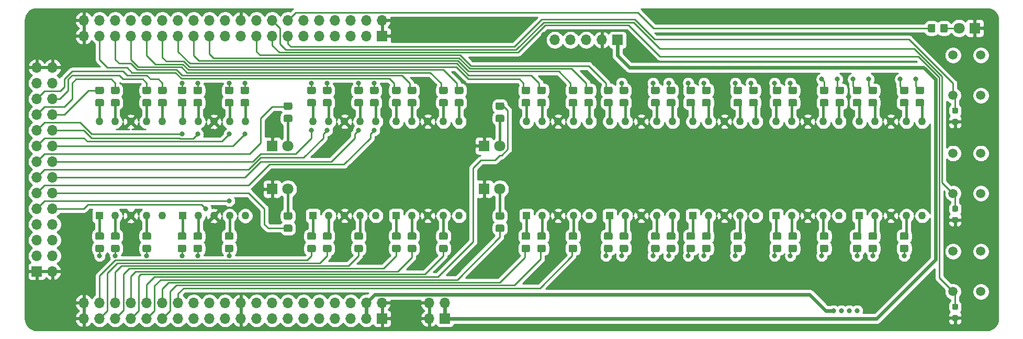
<source format=gbr>
%TF.GenerationSoftware,KiCad,Pcbnew,(5.1.9)-1*%
%TF.CreationDate,2021-02-03T14:21:07-06:00*%
%TF.ProjectId,GPS_Clock_Ver2,4750535f-436c-46f6-936b-5f566572322e,rev?*%
%TF.SameCoordinates,Original*%
%TF.FileFunction,Copper,L1,Top*%
%TF.FilePolarity,Positive*%
%FSLAX46Y46*%
G04 Gerber Fmt 4.6, Leading zero omitted, Abs format (unit mm)*
G04 Created by KiCad (PCBNEW (5.1.9)-1) date 2021-02-03 14:21:07*
%MOMM*%
%LPD*%
G01*
G04 APERTURE LIST*
%TA.AperFunction,ComponentPad*%
%ADD10R,1.700000X1.700000*%
%TD*%
%TA.AperFunction,ComponentPad*%
%ADD11O,1.700000X1.700000*%
%TD*%
%TA.AperFunction,ComponentPad*%
%ADD12C,1.275000*%
%TD*%
%TA.AperFunction,ComponentPad*%
%ADD13R,1.275000X1.275000*%
%TD*%
%TA.AperFunction,ComponentPad*%
%ADD14C,1.800000*%
%TD*%
%TA.AperFunction,ComponentPad*%
%ADD15R,1.800000X1.800000*%
%TD*%
%TA.AperFunction,ComponentPad*%
%ADD16C,1.500000*%
%TD*%
%TA.AperFunction,ViaPad*%
%ADD17C,0.800000*%
%TD*%
%TA.AperFunction,Conductor*%
%ADD18C,0.400000*%
%TD*%
%TA.AperFunction,Conductor*%
%ADD19C,0.250000*%
%TD*%
%TA.AperFunction,Conductor*%
%ADD20C,0.600000*%
%TD*%
%TA.AperFunction,Conductor*%
%ADD21C,0.254000*%
%TD*%
%TA.AperFunction,Conductor*%
%ADD22C,0.100000*%
%TD*%
G04 APERTURE END LIST*
D10*
%TO.P,J3,1*%
%TO.N,GND*%
X110490000Y-92710000D03*
D11*
%TO.P,J3,2*%
X113030000Y-92710000D03*
%TO.P,J3,3*%
%TO.N,Net-(J3-Pad3)*%
X110490000Y-90170000D03*
%TO.P,J3,4*%
%TO.N,Net-(J3-Pad4)*%
X113030000Y-90170000D03*
%TO.P,J3,5*%
%TO.N,IO_74*%
X110490000Y-87630000D03*
%TO.P,J3,6*%
%TO.N,IO_75*%
X113030000Y-87630000D03*
%TO.P,J3,7*%
%TO.N,IO_76*%
X110490000Y-85090000D03*
%TO.P,J3,8*%
%TO.N,IO_77*%
X113030000Y-85090000D03*
%TO.P,J3,9*%
%TO.N,IO_78*%
X110490000Y-82550000D03*
%TO.P,J3,10*%
%TO.N,IO_79*%
X113030000Y-82550000D03*
%TO.P,J3,11*%
%TO.N,IO_80*%
X110490000Y-80010000D03*
%TO.P,J3,12*%
%TO.N,IO_81*%
X113030000Y-80010000D03*
%TO.P,J3,13*%
%TO.N,IO_84*%
X110490000Y-77470000D03*
%TO.P,J3,14*%
%TO.N,IO_85*%
X113030000Y-77470000D03*
%TO.P,J3,15*%
%TO.N,IO_86*%
X110490000Y-74930000D03*
%TO.P,J3,16*%
%TO.N,IO_87*%
X113030000Y-74930000D03*
%TO.P,J3,17*%
%TO.N,IO_88*%
X110490000Y-72390000D03*
%TO.P,J3,18*%
%TO.N,IO_89*%
X113030000Y-72390000D03*
%TO.P,J3,19*%
%TO.N,IO_90*%
X110490000Y-69850000D03*
%TO.P,J3,20*%
%TO.N,IO_91*%
X113030000Y-69850000D03*
%TO.P,J3,21*%
%TO.N,IO_92*%
X110490000Y-67310000D03*
%TO.P,J3,22*%
%TO.N,IO_94*%
X113030000Y-67310000D03*
%TO.P,J3,23*%
%TO.N,IO_95*%
X110490000Y-64770000D03*
%TO.P,J3,24*%
%TO.N,IO_97*%
X113030000Y-64770000D03*
%TO.P,J3,25*%
%TO.N,Net-(J3-Pad25)*%
X110490000Y-62230000D03*
%TO.P,J3,26*%
%TO.N,Net-(J3-Pad26)*%
X113030000Y-62230000D03*
%TO.P,J3,27*%
%TO.N,GND*%
X110490000Y-59690000D03*
%TO.P,J3,28*%
X113030000Y-59690000D03*
%TD*%
D12*
%TO.P,DS1,10*%
%TO.N,Net-(DS1-Pad10)*%
X120606001Y-68463001D03*
%TO.P,DS1,9*%
%TO.N,Net-(DS1-Pad9)*%
X123146001Y-68463001D03*
%TO.P,DS1,8*%
%TO.N,GND*%
X125686001Y-68463001D03*
%TO.P,DS1,7*%
%TO.N,Net-(DS1-Pad7)*%
X128226001Y-68463001D03*
%TO.P,DS1,6*%
%TO.N,Net-(DS1-Pad6)*%
X130766001Y-68463001D03*
%TO.P,DS1,5*%
%TO.N,Net-(DS1-Pad5)*%
X130766001Y-83703001D03*
%TO.P,DS1,4*%
%TO.N,Net-(DS1-Pad4)*%
X128226001Y-83703001D03*
%TO.P,DS1,3*%
%TO.N,GND*%
X125686001Y-83703001D03*
%TO.P,DS1,2*%
%TO.N,Net-(DS1-Pad2)*%
X123146001Y-83703001D03*
D13*
%TO.P,DS1,1*%
%TO.N,Net-(DS1-Pad1)*%
X120606001Y-83703001D03*
%TD*%
%TO.P,DS2,1*%
%TO.N,Net-(DS2-Pad1)*%
X134071001Y-83703001D03*
D12*
%TO.P,DS2,2*%
%TO.N,Net-(DS2-Pad2)*%
X136611001Y-83703001D03*
%TO.P,DS2,3*%
%TO.N,GND*%
X139151001Y-83703001D03*
%TO.P,DS2,4*%
%TO.N,Net-(DS2-Pad4)*%
X141691001Y-83703001D03*
%TO.P,DS2,5*%
%TO.N,Net-(DS2-Pad5)*%
X144231001Y-83703001D03*
%TO.P,DS2,6*%
%TO.N,Net-(DS2-Pad6)*%
X144231001Y-68463001D03*
%TO.P,DS2,7*%
%TO.N,Net-(DS2-Pad7)*%
X141691001Y-68463001D03*
%TO.P,DS2,8*%
%TO.N,GND*%
X139151001Y-68463001D03*
%TO.P,DS2,9*%
%TO.N,Net-(DS2-Pad9)*%
X136611001Y-68463001D03*
%TO.P,DS2,10*%
%TO.N,Net-(DS2-Pad10)*%
X134071001Y-68463001D03*
%TD*%
%TO.P,DS3,10*%
%TO.N,Net-(DS3-Pad10)*%
X155194000Y-68453000D03*
%TO.P,DS3,9*%
%TO.N,Net-(DS3-Pad9)*%
X157734000Y-68453000D03*
%TO.P,DS3,8*%
%TO.N,GND*%
X160274000Y-68453000D03*
%TO.P,DS3,7*%
%TO.N,Net-(DS3-Pad7)*%
X162814000Y-68453000D03*
%TO.P,DS3,6*%
%TO.N,Net-(DS3-Pad6)*%
X165354000Y-68453000D03*
%TO.P,DS3,5*%
%TO.N,Net-(DS3-Pad5)*%
X165354000Y-83693000D03*
%TO.P,DS3,4*%
%TO.N,Net-(DS3-Pad4)*%
X162814000Y-83693000D03*
%TO.P,DS3,3*%
%TO.N,GND*%
X160274000Y-83693000D03*
%TO.P,DS3,2*%
%TO.N,Net-(DS3-Pad2)*%
X157734000Y-83693000D03*
D13*
%TO.P,DS3,1*%
%TO.N,Net-(DS3-Pad1)*%
X155194000Y-83693000D03*
%TD*%
%TO.P,DS4,1*%
%TO.N,Net-(DS4-Pad1)*%
X168656000Y-83693000D03*
D12*
%TO.P,DS4,2*%
%TO.N,Net-(DS4-Pad2)*%
X171196000Y-83693000D03*
%TO.P,DS4,3*%
%TO.N,GND*%
X173736000Y-83693000D03*
%TO.P,DS4,4*%
%TO.N,Net-(DS4-Pad4)*%
X176276000Y-83693000D03*
%TO.P,DS4,5*%
%TO.N,Net-(DS4-Pad5)*%
X178816000Y-83693000D03*
%TO.P,DS4,6*%
%TO.N,Net-(DS4-Pad6)*%
X178816000Y-68453000D03*
%TO.P,DS4,7*%
%TO.N,Net-(DS4-Pad7)*%
X176276000Y-68453000D03*
%TO.P,DS4,8*%
%TO.N,GND*%
X173736000Y-68453000D03*
%TO.P,DS4,9*%
%TO.N,Net-(DS4-Pad9)*%
X171196000Y-68453000D03*
%TO.P,DS4,10*%
%TO.N,Net-(DS4-Pad10)*%
X168656000Y-68453000D03*
%TD*%
%TO.P,DS5,10*%
%TO.N,Net-(DS5-Pad10)*%
X189738000Y-68453000D03*
%TO.P,DS5,9*%
%TO.N,Net-(DS5-Pad9)*%
X192278000Y-68453000D03*
%TO.P,DS5,8*%
%TO.N,GND*%
X194818000Y-68453000D03*
%TO.P,DS5,7*%
%TO.N,Net-(DS5-Pad7)*%
X197358000Y-68453000D03*
%TO.P,DS5,6*%
%TO.N,Net-(DS5-Pad6)*%
X199898000Y-68453000D03*
%TO.P,DS5,5*%
%TO.N,Net-(DS5-Pad5)*%
X199898000Y-83693000D03*
%TO.P,DS5,4*%
%TO.N,Net-(DS5-Pad4)*%
X197358000Y-83693000D03*
%TO.P,DS5,3*%
%TO.N,GND*%
X194818000Y-83693000D03*
%TO.P,DS5,2*%
%TO.N,Net-(DS5-Pad2)*%
X192278000Y-83693000D03*
D13*
%TO.P,DS5,1*%
%TO.N,Net-(DS5-Pad1)*%
X189738000Y-83693000D03*
%TD*%
%TO.P,DS6,1*%
%TO.N,Net-(DS6-Pad1)*%
X203200000Y-83693000D03*
D12*
%TO.P,DS6,2*%
%TO.N,Net-(DS6-Pad2)*%
X205740000Y-83693000D03*
%TO.P,DS6,3*%
%TO.N,GND*%
X208280000Y-83693000D03*
%TO.P,DS6,4*%
%TO.N,Net-(DS6-Pad4)*%
X210820000Y-83693000D03*
%TO.P,DS6,5*%
%TO.N,Net-(DS6-Pad5)*%
X213360000Y-83693000D03*
%TO.P,DS6,6*%
%TO.N,Net-(DS6-Pad6)*%
X213360000Y-68453000D03*
%TO.P,DS6,7*%
%TO.N,Net-(DS6-Pad7)*%
X210820000Y-68453000D03*
%TO.P,DS6,8*%
%TO.N,GND*%
X208280000Y-68453000D03*
%TO.P,DS6,9*%
%TO.N,Net-(DS6-Pad9)*%
X205740000Y-68453000D03*
%TO.P,DS6,10*%
%TO.N,Net-(DS6-Pad10)*%
X203200000Y-68453000D03*
%TD*%
%TO.P,DS7,10*%
%TO.N,Net-(DS7-Pad10)*%
X216662000Y-68453000D03*
%TO.P,DS7,9*%
%TO.N,Net-(DS7-Pad9)*%
X219202000Y-68453000D03*
%TO.P,DS7,8*%
%TO.N,GND*%
X221742000Y-68453000D03*
%TO.P,DS7,7*%
%TO.N,Net-(DS7-Pad7)*%
X224282000Y-68453000D03*
%TO.P,DS7,6*%
%TO.N,Net-(DS7-Pad6)*%
X226822000Y-68453000D03*
%TO.P,DS7,5*%
%TO.N,Net-(DS7-Pad5)*%
X226822000Y-83693000D03*
%TO.P,DS7,4*%
%TO.N,Net-(DS7-Pad4)*%
X224282000Y-83693000D03*
%TO.P,DS7,3*%
%TO.N,GND*%
X221742000Y-83693000D03*
%TO.P,DS7,2*%
%TO.N,Net-(DS7-Pad2)*%
X219202000Y-83693000D03*
D13*
%TO.P,DS7,1*%
%TO.N,Net-(DS7-Pad1)*%
X216662000Y-83693000D03*
%TD*%
%TO.P,DS8,1*%
%TO.N,Net-(DS8-Pad1)*%
X230124000Y-83693000D03*
D12*
%TO.P,DS8,2*%
%TO.N,Net-(DS8-Pad2)*%
X232664000Y-83693000D03*
%TO.P,DS8,3*%
%TO.N,GND*%
X235204000Y-83693000D03*
%TO.P,DS8,4*%
%TO.N,Net-(DS8-Pad4)*%
X237744000Y-83693000D03*
%TO.P,DS8,5*%
%TO.N,Net-(DS8-Pad5)*%
X240284000Y-83693000D03*
%TO.P,DS8,6*%
%TO.N,Net-(DS8-Pad6)*%
X240284000Y-68453000D03*
%TO.P,DS8,7*%
%TO.N,Net-(DS8-Pad7)*%
X237744000Y-68453000D03*
%TO.P,DS8,8*%
%TO.N,GND*%
X235204000Y-68453000D03*
%TO.P,DS8,9*%
%TO.N,Net-(DS8-Pad9)*%
X232664000Y-68453000D03*
%TO.P,DS8,10*%
%TO.N,Net-(DS8-Pad10)*%
X230124000Y-68453000D03*
%TD*%
%TO.P,DS9,10*%
%TO.N,Net-(DS9-Pad10)*%
X243586000Y-68453000D03*
%TO.P,DS9,9*%
%TO.N,Net-(DS9-Pad9)*%
X246126000Y-68453000D03*
%TO.P,DS9,8*%
%TO.N,GND*%
X248666000Y-68453000D03*
%TO.P,DS9,7*%
%TO.N,Net-(DS9-Pad7)*%
X251206000Y-68453000D03*
%TO.P,DS9,6*%
%TO.N,Net-(DS9-Pad6)*%
X253746000Y-68453000D03*
%TO.P,DS9,5*%
%TO.N,Net-(DS9-Pad5)*%
X253746000Y-83693000D03*
%TO.P,DS9,4*%
%TO.N,Net-(DS9-Pad4)*%
X251206000Y-83693000D03*
%TO.P,DS9,3*%
%TO.N,GND*%
X248666000Y-83693000D03*
%TO.P,DS9,2*%
%TO.N,Net-(DS9-Pad2)*%
X246126000Y-83693000D03*
D13*
%TO.P,DS9,1*%
%TO.N,Net-(DS9-Pad1)*%
X243586000Y-83693000D03*
%TD*%
D10*
%TO.P,J1,1*%
%TO.N,5V*%
X176530000Y-100330000D03*
D11*
%TO.P,J1,2*%
X176530000Y-97790000D03*
%TO.P,J1,3*%
%TO.N,GND*%
X173990000Y-100330000D03*
%TO.P,J1,4*%
X173990000Y-97790000D03*
%TD*%
D10*
%TO.P,J2,1*%
%TO.N,GND*%
X166370000Y-54610000D03*
D11*
%TO.P,J2,2*%
X166370000Y-52070000D03*
%TO.P,J2,3*%
%TO.N,Net-(J2-Pad3)*%
X163830000Y-54610000D03*
%TO.P,J2,4*%
%TO.N,Net-(J2-Pad4)*%
X163830000Y-52070000D03*
%TO.P,J2,5*%
%TO.N,IO_7*%
X161290000Y-54610000D03*
%TO.P,J2,6*%
%TO.N,IO_8*%
X161290000Y-52070000D03*
%TO.P,J2,7*%
%TO.N,IO_5*%
X158750000Y-54610000D03*
%TO.P,J2,8*%
%TO.N,IO_6*%
X158750000Y-52070000D03*
%TO.P,J2,9*%
%TO.N,IO_3*%
X156210000Y-54610000D03*
%TO.P,J2,10*%
%TO.N,IO_4*%
X156210000Y-52070000D03*
%TO.P,J2,11*%
%TO.N,IO_141*%
X153670000Y-54610000D03*
%TO.P,J2,12*%
%TO.N,IO_140*%
X153670000Y-52070000D03*
%TO.P,J2,13*%
%TO.N,IO_139*%
X151130000Y-54610000D03*
%TO.P,J2,14*%
%TO.N,IO_138*%
X151130000Y-52070000D03*
%TO.P,J2,15*%
%TO.N,IO_137*%
X148590000Y-54610000D03*
%TO.P,J2,16*%
%TO.N,IO_134*%
X148590000Y-52070000D03*
%TO.P,J2,17*%
%TO.N,IO_129*%
X146050000Y-54610000D03*
%TO.P,J2,18*%
%TO.N,IO_128*%
X146050000Y-52070000D03*
%TO.P,J2,19*%
%TO.N,Net-(J2-Pad19)*%
X143510000Y-54610000D03*
%TO.P,J2,20*%
%TO.N,GND*%
X143510000Y-52070000D03*
%TO.P,J2,21*%
%TO.N,Net-(J2-Pad21)*%
X140970000Y-54610000D03*
%TO.P,J2,22*%
%TO.N,Net-(J2-Pad22)*%
X140970000Y-52070000D03*
%TO.P,J2,23*%
%TO.N,IO_127*%
X138430000Y-54610000D03*
%TO.P,J2,24*%
%TO.N,IO_126*%
X138430000Y-52070000D03*
%TO.P,J2,25*%
%TO.N,IO_125*%
X135890000Y-54610000D03*
%TO.P,J2,26*%
%TO.N,IO_124*%
X135890000Y-52070000D03*
%TO.P,J2,27*%
%TO.N,IO_123*%
X133350000Y-54610000D03*
%TO.P,J2,28*%
%TO.N,IO_117*%
X133350000Y-52070000D03*
%TO.P,J2,29*%
%TO.N,IO_116*%
X130810000Y-54610000D03*
%TO.P,J2,30*%
%TO.N,IO_114*%
X130810000Y-52070000D03*
%TO.P,J2,31*%
%TO.N,IO_112*%
X128270000Y-54610000D03*
%TO.P,J2,32*%
%TO.N,IO_106*%
X128270000Y-52070000D03*
%TO.P,J2,33*%
%TO.N,IO_105*%
X125730000Y-54610000D03*
%TO.P,J2,34*%
%TO.N,IO_103*%
X125730000Y-52070000D03*
%TO.P,J2,35*%
%TO.N,IO_101*%
X123190000Y-54610000D03*
%TO.P,J2,36*%
%TO.N,IO_100*%
X123190000Y-52070000D03*
%TO.P,J2,37*%
%TO.N,IO_99*%
X120650000Y-54610000D03*
%TO.P,J2,38*%
%TO.N,IO_98*%
X120650000Y-52070000D03*
%TO.P,J2,39*%
%TO.N,GND*%
X118110000Y-54610000D03*
%TO.P,J2,40*%
X118110000Y-52070000D03*
%TD*%
%TO.P,J4,40*%
%TO.N,GND*%
X118110000Y-97790000D03*
%TO.P,J4,39*%
X118110000Y-100330000D03*
%TO.P,J4,38*%
%TO.N,IO_70*%
X120650000Y-97790000D03*
%TO.P,J4,37*%
%TO.N,IO_69*%
X120650000Y-100330000D03*
%TO.P,J4,36*%
%TO.N,IO_68*%
X123190000Y-97790000D03*
%TO.P,J4,35*%
%TO.N,IO_67*%
X123190000Y-100330000D03*
%TO.P,J4,34*%
%TO.N,IO_65*%
X125730000Y-97790000D03*
%TO.P,J4,33*%
%TO.N,IO_63*%
X125730000Y-100330000D03*
%TO.P,J4,32*%
%TO.N,IO_62*%
X128270000Y-97790000D03*
%TO.P,J4,31*%
%TO.N,IO_61*%
X128270000Y-100330000D03*
%TO.P,J4,30*%
%TO.N,IO_60*%
X130810000Y-97790000D03*
%TO.P,J4,29*%
%TO.N,IO_59*%
X130810000Y-100330000D03*
%TO.P,J4,28*%
%TO.N,IO_55*%
X133350000Y-97790000D03*
%TO.P,J4,27*%
%TO.N,IO_54*%
X133350000Y-100330000D03*
%TO.P,J4,26*%
%TO.N,IO_53*%
X135890000Y-97790000D03*
%TO.P,J4,25*%
%TO.N,IO_52*%
X135890000Y-100330000D03*
%TO.P,J4,24*%
%TO.N,IO_51*%
X138430000Y-97790000D03*
%TO.P,J4,23*%
%TO.N,IO_50*%
X138430000Y-100330000D03*
%TO.P,J4,22*%
%TO.N,Net-(J4-Pad22)*%
X140970000Y-97790000D03*
%TO.P,J4,21*%
%TO.N,Net-(J4-Pad21)*%
X140970000Y-100330000D03*
%TO.P,J4,20*%
%TO.N,GND*%
X143510000Y-97790000D03*
%TO.P,J4,19*%
X143510000Y-100330000D03*
%TO.P,J4,18*%
%TO.N,IO_49*%
X146050000Y-97790000D03*
%TO.P,J4,17*%
%TO.N,IO_48*%
X146050000Y-100330000D03*
%TO.P,J4,16*%
%TO.N,IO_47*%
X148590000Y-97790000D03*
%TO.P,J4,15*%
%TO.N,IO_46*%
X148590000Y-100330000D03*
%TO.P,J4,14*%
%TO.N,IO_44*%
X151130000Y-97790000D03*
%TO.P,J4,13*%
%TO.N,IO_42*%
X151130000Y-100330000D03*
%TO.P,J4,12*%
%TO.N,IO_41*%
X153670000Y-97790000D03*
%TO.P,J4,11*%
%TO.N,IO_40*%
X153670000Y-100330000D03*
%TO.P,J4,10*%
%TO.N,IO_39*%
X156210000Y-97790000D03*
%TO.P,J4,9*%
%TO.N,IO_33*%
X156210000Y-100330000D03*
%TO.P,J4,8*%
%TO.N,IO_32*%
X158750000Y-97790000D03*
%TO.P,J4,7*%
%TO.N,IO_31*%
X158750000Y-100330000D03*
%TO.P,J4,6*%
%TO.N,IO_28*%
X161290000Y-97790000D03*
%TO.P,J4,5*%
%TO.N,IO_27*%
X161290000Y-100330000D03*
%TO.P,J4,4*%
%TO.N,3.3V*%
X163830000Y-97790000D03*
%TO.P,J4,3*%
X163830000Y-100330000D03*
%TO.P,J4,2*%
%TO.N,GND*%
X166370000Y-97790000D03*
D10*
%TO.P,J4,1*%
X166370000Y-100330000D03*
%TD*%
D14*
%TO.P,D1,2*%
%TO.N,Net-(D1-Pad2)*%
X151130000Y-72390000D03*
D15*
%TO.P,D1,1*%
%TO.N,GND*%
X148590000Y-72390000D03*
%TD*%
%TO.P,D2,1*%
%TO.N,GND*%
X148590000Y-79375000D03*
D14*
%TO.P,D2,2*%
%TO.N,Net-(D2-Pad2)*%
X151130000Y-79375000D03*
%TD*%
%TO.P,D3,2*%
%TO.N,Net-(D3-Pad2)*%
X185420000Y-72390000D03*
D15*
%TO.P,D3,1*%
%TO.N,GND*%
X182880000Y-72390000D03*
%TD*%
%TO.P,D4,1*%
%TO.N,GND*%
X182880000Y-79375000D03*
D14*
%TO.P,D4,2*%
%TO.N,Net-(D4-Pad2)*%
X185420000Y-79375000D03*
%TD*%
%TO.P,R1,2*%
%TO.N,Net-(DS1-Pad10)*%
%TA.AperFunction,SMDPad,CuDef*%
G36*
G01*
X120199999Y-64805000D02*
X121100001Y-64805000D01*
G75*
G02*
X121350000Y-65054999I0J-249999D01*
G01*
X121350000Y-65755001D01*
G75*
G02*
X121100001Y-66005000I-249999J0D01*
G01*
X120199999Y-66005000D01*
G75*
G02*
X119950000Y-65755001I0J249999D01*
G01*
X119950000Y-65054999D01*
G75*
G02*
X120199999Y-64805000I249999J0D01*
G01*
G37*
%TD.AperFunction*%
%TO.P,R1,1*%
%TO.N,IO_94*%
%TA.AperFunction,SMDPad,CuDef*%
G36*
G01*
X120199999Y-62805000D02*
X121100001Y-62805000D01*
G75*
G02*
X121350000Y-63054999I0J-249999D01*
G01*
X121350000Y-63755001D01*
G75*
G02*
X121100001Y-64005000I-249999J0D01*
G01*
X120199999Y-64005000D01*
G75*
G02*
X119950000Y-63755001I0J249999D01*
G01*
X119950000Y-63054999D01*
G75*
G02*
X120199999Y-62805000I249999J0D01*
G01*
G37*
%TD.AperFunction*%
%TD*%
%TO.P,R2,1*%
%TO.N,Net-(DS1-Pad1)*%
%TA.AperFunction,SMDPad,CuDef*%
G36*
G01*
X120199999Y-86395000D02*
X121100001Y-86395000D01*
G75*
G02*
X121350000Y-86644999I0J-249999D01*
G01*
X121350000Y-87345001D01*
G75*
G02*
X121100001Y-87595000I-249999J0D01*
G01*
X120199999Y-87595000D01*
G75*
G02*
X119950000Y-87345001I0J249999D01*
G01*
X119950000Y-86644999D01*
G75*
G02*
X120199999Y-86395000I249999J0D01*
G01*
G37*
%TD.AperFunction*%
%TO.P,R2,2*%
%TO.N,IO_76*%
%TA.AperFunction,SMDPad,CuDef*%
G36*
G01*
X120199999Y-88395000D02*
X121100001Y-88395000D01*
G75*
G02*
X121350000Y-88644999I0J-249999D01*
G01*
X121350000Y-89345001D01*
G75*
G02*
X121100001Y-89595000I-249999J0D01*
G01*
X120199999Y-89595000D01*
G75*
G02*
X119950000Y-89345001I0J249999D01*
G01*
X119950000Y-88644999D01*
G75*
G02*
X120199999Y-88395000I249999J0D01*
G01*
G37*
%TD.AperFunction*%
%TD*%
%TO.P,R3,1*%
%TO.N,IO_92*%
%TA.AperFunction,SMDPad,CuDef*%
G36*
G01*
X122739999Y-62805000D02*
X123640001Y-62805000D01*
G75*
G02*
X123890000Y-63054999I0J-249999D01*
G01*
X123890000Y-63755001D01*
G75*
G02*
X123640001Y-64005000I-249999J0D01*
G01*
X122739999Y-64005000D01*
G75*
G02*
X122490000Y-63755001I0J249999D01*
G01*
X122490000Y-63054999D01*
G75*
G02*
X122739999Y-62805000I249999J0D01*
G01*
G37*
%TD.AperFunction*%
%TO.P,R3,2*%
%TO.N,Net-(DS1-Pad9)*%
%TA.AperFunction,SMDPad,CuDef*%
G36*
G01*
X122739999Y-64805000D02*
X123640001Y-64805000D01*
G75*
G02*
X123890000Y-65054999I0J-249999D01*
G01*
X123890000Y-65755001D01*
G75*
G02*
X123640001Y-66005000I-249999J0D01*
G01*
X122739999Y-66005000D01*
G75*
G02*
X122490000Y-65755001I0J249999D01*
G01*
X122490000Y-65054999D01*
G75*
G02*
X122739999Y-64805000I249999J0D01*
G01*
G37*
%TD.AperFunction*%
%TD*%
%TO.P,R4,2*%
%TO.N,IO_77*%
%TA.AperFunction,SMDPad,CuDef*%
G36*
G01*
X122739999Y-88395000D02*
X123640001Y-88395000D01*
G75*
G02*
X123890000Y-88644999I0J-249999D01*
G01*
X123890000Y-89345001D01*
G75*
G02*
X123640001Y-89595000I-249999J0D01*
G01*
X122739999Y-89595000D01*
G75*
G02*
X122490000Y-89345001I0J249999D01*
G01*
X122490000Y-88644999D01*
G75*
G02*
X122739999Y-88395000I249999J0D01*
G01*
G37*
%TD.AperFunction*%
%TO.P,R4,1*%
%TO.N,Net-(DS1-Pad2)*%
%TA.AperFunction,SMDPad,CuDef*%
G36*
G01*
X122739999Y-86395000D02*
X123640001Y-86395000D01*
G75*
G02*
X123890000Y-86644999I0J-249999D01*
G01*
X123890000Y-87345001D01*
G75*
G02*
X123640001Y-87595000I-249999J0D01*
G01*
X122739999Y-87595000D01*
G75*
G02*
X122490000Y-87345001I0J249999D01*
G01*
X122490000Y-86644999D01*
G75*
G02*
X122739999Y-86395000I249999J0D01*
G01*
G37*
%TD.AperFunction*%
%TD*%
%TO.P,R5,2*%
%TO.N,Net-(DS1-Pad7)*%
%TA.AperFunction,SMDPad,CuDef*%
G36*
G01*
X127819999Y-64805000D02*
X128720001Y-64805000D01*
G75*
G02*
X128970000Y-65054999I0J-249999D01*
G01*
X128970000Y-65755001D01*
G75*
G02*
X128720001Y-66005000I-249999J0D01*
G01*
X127819999Y-66005000D01*
G75*
G02*
X127570000Y-65755001I0J249999D01*
G01*
X127570000Y-65054999D01*
G75*
G02*
X127819999Y-64805000I249999J0D01*
G01*
G37*
%TD.AperFunction*%
%TO.P,R5,1*%
%TO.N,IO_97*%
%TA.AperFunction,SMDPad,CuDef*%
G36*
G01*
X127819999Y-62805000D02*
X128720001Y-62805000D01*
G75*
G02*
X128970000Y-63054999I0J-249999D01*
G01*
X128970000Y-63755001D01*
G75*
G02*
X128720001Y-64005000I-249999J0D01*
G01*
X127819999Y-64005000D01*
G75*
G02*
X127570000Y-63755001I0J249999D01*
G01*
X127570000Y-63054999D01*
G75*
G02*
X127819999Y-62805000I249999J0D01*
G01*
G37*
%TD.AperFunction*%
%TD*%
%TO.P,R6,1*%
%TO.N,Net-(DS1-Pad4)*%
%TA.AperFunction,SMDPad,CuDef*%
G36*
G01*
X127819999Y-86395000D02*
X128720001Y-86395000D01*
G75*
G02*
X128970000Y-86644999I0J-249999D01*
G01*
X128970000Y-87345001D01*
G75*
G02*
X128720001Y-87595000I-249999J0D01*
G01*
X127819999Y-87595000D01*
G75*
G02*
X127570000Y-87345001I0J249999D01*
G01*
X127570000Y-86644999D01*
G75*
G02*
X127819999Y-86395000I249999J0D01*
G01*
G37*
%TD.AperFunction*%
%TO.P,R6,2*%
%TO.N,IO_74*%
%TA.AperFunction,SMDPad,CuDef*%
G36*
G01*
X127819999Y-88395000D02*
X128720001Y-88395000D01*
G75*
G02*
X128970000Y-88644999I0J-249999D01*
G01*
X128970000Y-89345001D01*
G75*
G02*
X128720001Y-89595000I-249999J0D01*
G01*
X127819999Y-89595000D01*
G75*
G02*
X127570000Y-89345001I0J249999D01*
G01*
X127570000Y-88644999D01*
G75*
G02*
X127819999Y-88395000I249999J0D01*
G01*
G37*
%TD.AperFunction*%
%TD*%
%TO.P,R7,1*%
%TO.N,IO_95*%
%TA.AperFunction,SMDPad,CuDef*%
G36*
G01*
X130359999Y-62805000D02*
X131260001Y-62805000D01*
G75*
G02*
X131510000Y-63054999I0J-249999D01*
G01*
X131510000Y-63755001D01*
G75*
G02*
X131260001Y-64005000I-249999J0D01*
G01*
X130359999Y-64005000D01*
G75*
G02*
X130110000Y-63755001I0J249999D01*
G01*
X130110000Y-63054999D01*
G75*
G02*
X130359999Y-62805000I249999J0D01*
G01*
G37*
%TD.AperFunction*%
%TO.P,R7,2*%
%TO.N,Net-(DS1-Pad6)*%
%TA.AperFunction,SMDPad,CuDef*%
G36*
G01*
X130359999Y-64805000D02*
X131260001Y-64805000D01*
G75*
G02*
X131510000Y-65054999I0J-249999D01*
G01*
X131510000Y-65755001D01*
G75*
G02*
X131260001Y-66005000I-249999J0D01*
G01*
X130359999Y-66005000D01*
G75*
G02*
X130110000Y-65755001I0J249999D01*
G01*
X130110000Y-65054999D01*
G75*
G02*
X130359999Y-64805000I249999J0D01*
G01*
G37*
%TD.AperFunction*%
%TD*%
%TO.P,R8,2*%
%TO.N,Net-(DS2-Pad10)*%
%TA.AperFunction,SMDPad,CuDef*%
G36*
G01*
X133534999Y-64805000D02*
X134435001Y-64805000D01*
G75*
G02*
X134685000Y-65054999I0J-249999D01*
G01*
X134685000Y-65755001D01*
G75*
G02*
X134435001Y-66005000I-249999J0D01*
G01*
X133534999Y-66005000D01*
G75*
G02*
X133285000Y-65755001I0J249999D01*
G01*
X133285000Y-65054999D01*
G75*
G02*
X133534999Y-64805000I249999J0D01*
G01*
G37*
%TD.AperFunction*%
%TO.P,R8,1*%
%TO.N,IO_90*%
%TA.AperFunction,SMDPad,CuDef*%
G36*
G01*
X133534999Y-62805000D02*
X134435001Y-62805000D01*
G75*
G02*
X134685000Y-63054999I0J-249999D01*
G01*
X134685000Y-63755001D01*
G75*
G02*
X134435001Y-64005000I-249999J0D01*
G01*
X133534999Y-64005000D01*
G75*
G02*
X133285000Y-63755001I0J249999D01*
G01*
X133285000Y-63054999D01*
G75*
G02*
X133534999Y-62805000I249999J0D01*
G01*
G37*
%TD.AperFunction*%
%TD*%
%TO.P,R9,2*%
%TO.N,IO_75*%
%TA.AperFunction,SMDPad,CuDef*%
G36*
G01*
X133534999Y-88395000D02*
X134435001Y-88395000D01*
G75*
G02*
X134685000Y-88644999I0J-249999D01*
G01*
X134685000Y-89345001D01*
G75*
G02*
X134435001Y-89595000I-249999J0D01*
G01*
X133534999Y-89595000D01*
G75*
G02*
X133285000Y-89345001I0J249999D01*
G01*
X133285000Y-88644999D01*
G75*
G02*
X133534999Y-88395000I249999J0D01*
G01*
G37*
%TD.AperFunction*%
%TO.P,R9,1*%
%TO.N,Net-(DS2-Pad1)*%
%TA.AperFunction,SMDPad,CuDef*%
G36*
G01*
X133534999Y-86395000D02*
X134435001Y-86395000D01*
G75*
G02*
X134685000Y-86644999I0J-249999D01*
G01*
X134685000Y-87345001D01*
G75*
G02*
X134435001Y-87595000I-249999J0D01*
G01*
X133534999Y-87595000D01*
G75*
G02*
X133285000Y-87345001I0J249999D01*
G01*
X133285000Y-86644999D01*
G75*
G02*
X133534999Y-86395000I249999J0D01*
G01*
G37*
%TD.AperFunction*%
%TD*%
%TO.P,R10,1*%
%TO.N,IO_91*%
%TA.AperFunction,SMDPad,CuDef*%
G36*
G01*
X136074999Y-62805000D02*
X136975001Y-62805000D01*
G75*
G02*
X137225000Y-63054999I0J-249999D01*
G01*
X137225000Y-63755001D01*
G75*
G02*
X136975001Y-64005000I-249999J0D01*
G01*
X136074999Y-64005000D01*
G75*
G02*
X135825000Y-63755001I0J249999D01*
G01*
X135825000Y-63054999D01*
G75*
G02*
X136074999Y-62805000I249999J0D01*
G01*
G37*
%TD.AperFunction*%
%TO.P,R10,2*%
%TO.N,Net-(DS2-Pad9)*%
%TA.AperFunction,SMDPad,CuDef*%
G36*
G01*
X136074999Y-64805000D02*
X136975001Y-64805000D01*
G75*
G02*
X137225000Y-65054999I0J-249999D01*
G01*
X137225000Y-65755001D01*
G75*
G02*
X136975001Y-66005000I-249999J0D01*
G01*
X136074999Y-66005000D01*
G75*
G02*
X135825000Y-65755001I0J249999D01*
G01*
X135825000Y-65054999D01*
G75*
G02*
X136074999Y-64805000I249999J0D01*
G01*
G37*
%TD.AperFunction*%
%TD*%
%TO.P,R11,1*%
%TO.N,Net-(DS2-Pad2)*%
%TA.AperFunction,SMDPad,CuDef*%
G36*
G01*
X136074999Y-86395000D02*
X136975001Y-86395000D01*
G75*
G02*
X137225000Y-86644999I0J-249999D01*
G01*
X137225000Y-87345001D01*
G75*
G02*
X136975001Y-87595000I-249999J0D01*
G01*
X136074999Y-87595000D01*
G75*
G02*
X135825000Y-87345001I0J249999D01*
G01*
X135825000Y-86644999D01*
G75*
G02*
X136074999Y-86395000I249999J0D01*
G01*
G37*
%TD.AperFunction*%
%TO.P,R11,2*%
%TO.N,IO_79*%
%TA.AperFunction,SMDPad,CuDef*%
G36*
G01*
X136074999Y-88395000D02*
X136975001Y-88395000D01*
G75*
G02*
X137225000Y-88644999I0J-249999D01*
G01*
X137225000Y-89345001D01*
G75*
G02*
X136975001Y-89595000I-249999J0D01*
G01*
X136074999Y-89595000D01*
G75*
G02*
X135825000Y-89345001I0J249999D01*
G01*
X135825000Y-88644999D01*
G75*
G02*
X136074999Y-88395000I249999J0D01*
G01*
G37*
%TD.AperFunction*%
%TD*%
%TO.P,R12,1*%
%TO.N,IO_88*%
%TA.AperFunction,SMDPad,CuDef*%
G36*
G01*
X141154999Y-62805000D02*
X142055001Y-62805000D01*
G75*
G02*
X142305000Y-63054999I0J-249999D01*
G01*
X142305000Y-63755001D01*
G75*
G02*
X142055001Y-64005000I-249999J0D01*
G01*
X141154999Y-64005000D01*
G75*
G02*
X140905000Y-63755001I0J249999D01*
G01*
X140905000Y-63054999D01*
G75*
G02*
X141154999Y-62805000I249999J0D01*
G01*
G37*
%TD.AperFunction*%
%TO.P,R12,2*%
%TO.N,Net-(DS2-Pad7)*%
%TA.AperFunction,SMDPad,CuDef*%
G36*
G01*
X141154999Y-64805000D02*
X142055001Y-64805000D01*
G75*
G02*
X142305000Y-65054999I0J-249999D01*
G01*
X142305000Y-65755001D01*
G75*
G02*
X142055001Y-66005000I-249999J0D01*
G01*
X141154999Y-66005000D01*
G75*
G02*
X140905000Y-65755001I0J249999D01*
G01*
X140905000Y-65054999D01*
G75*
G02*
X141154999Y-64805000I249999J0D01*
G01*
G37*
%TD.AperFunction*%
%TD*%
%TO.P,R13,2*%
%TO.N,IO_78*%
%TA.AperFunction,SMDPad,CuDef*%
G36*
G01*
X141154999Y-88395000D02*
X142055001Y-88395000D01*
G75*
G02*
X142305000Y-88644999I0J-249999D01*
G01*
X142305000Y-89345001D01*
G75*
G02*
X142055001Y-89595000I-249999J0D01*
G01*
X141154999Y-89595000D01*
G75*
G02*
X140905000Y-89345001I0J249999D01*
G01*
X140905000Y-88644999D01*
G75*
G02*
X141154999Y-88395000I249999J0D01*
G01*
G37*
%TD.AperFunction*%
%TO.P,R13,1*%
%TO.N,Net-(DS2-Pad4)*%
%TA.AperFunction,SMDPad,CuDef*%
G36*
G01*
X141154999Y-86395000D02*
X142055001Y-86395000D01*
G75*
G02*
X142305000Y-86644999I0J-249999D01*
G01*
X142305000Y-87345001D01*
G75*
G02*
X142055001Y-87595000I-249999J0D01*
G01*
X141154999Y-87595000D01*
G75*
G02*
X140905000Y-87345001I0J249999D01*
G01*
X140905000Y-86644999D01*
G75*
G02*
X141154999Y-86395000I249999J0D01*
G01*
G37*
%TD.AperFunction*%
%TD*%
%TO.P,R14,2*%
%TO.N,Net-(DS2-Pad6)*%
%TA.AperFunction,SMDPad,CuDef*%
G36*
G01*
X143694999Y-64805000D02*
X144595001Y-64805000D01*
G75*
G02*
X144845000Y-65054999I0J-249999D01*
G01*
X144845000Y-65755001D01*
G75*
G02*
X144595001Y-66005000I-249999J0D01*
G01*
X143694999Y-66005000D01*
G75*
G02*
X143445000Y-65755001I0J249999D01*
G01*
X143445000Y-65054999D01*
G75*
G02*
X143694999Y-64805000I249999J0D01*
G01*
G37*
%TD.AperFunction*%
%TO.P,R14,1*%
%TO.N,IO_89*%
%TA.AperFunction,SMDPad,CuDef*%
G36*
G01*
X143694999Y-62805000D02*
X144595001Y-62805000D01*
G75*
G02*
X144845000Y-63054999I0J-249999D01*
G01*
X144845000Y-63755001D01*
G75*
G02*
X144595001Y-64005000I-249999J0D01*
G01*
X143694999Y-64005000D01*
G75*
G02*
X143445000Y-63755001I0J249999D01*
G01*
X143445000Y-63054999D01*
G75*
G02*
X143694999Y-62805000I249999J0D01*
G01*
G37*
%TD.AperFunction*%
%TD*%
%TO.P,R15,1*%
%TO.N,IO_86*%
%TA.AperFunction,SMDPad,CuDef*%
G36*
G01*
X150679999Y-65345000D02*
X151580001Y-65345000D01*
G75*
G02*
X151830000Y-65594999I0J-249999D01*
G01*
X151830000Y-66295001D01*
G75*
G02*
X151580001Y-66545000I-249999J0D01*
G01*
X150679999Y-66545000D01*
G75*
G02*
X150430000Y-66295001I0J249999D01*
G01*
X150430000Y-65594999D01*
G75*
G02*
X150679999Y-65345000I249999J0D01*
G01*
G37*
%TD.AperFunction*%
%TO.P,R15,2*%
%TO.N,Net-(D1-Pad2)*%
%TA.AperFunction,SMDPad,CuDef*%
G36*
G01*
X150679999Y-67345000D02*
X151580001Y-67345000D01*
G75*
G02*
X151830000Y-67594999I0J-249999D01*
G01*
X151830000Y-68295001D01*
G75*
G02*
X151580001Y-68545000I-249999J0D01*
G01*
X150679999Y-68545000D01*
G75*
G02*
X150430000Y-68295001I0J249999D01*
G01*
X150430000Y-67594999D01*
G75*
G02*
X150679999Y-67345000I249999J0D01*
G01*
G37*
%TD.AperFunction*%
%TD*%
%TO.P,R16,2*%
%TO.N,Net-(D2-Pad2)*%
%TA.AperFunction,SMDPad,CuDef*%
G36*
G01*
X151580001Y-84325000D02*
X150679999Y-84325000D01*
G75*
G02*
X150430000Y-84075001I0J249999D01*
G01*
X150430000Y-83374999D01*
G75*
G02*
X150679999Y-83125000I249999J0D01*
G01*
X151580001Y-83125000D01*
G75*
G02*
X151830000Y-83374999I0J-249999D01*
G01*
X151830000Y-84075001D01*
G75*
G02*
X151580001Y-84325000I-249999J0D01*
G01*
G37*
%TD.AperFunction*%
%TO.P,R16,1*%
%TO.N,IO_81*%
%TA.AperFunction,SMDPad,CuDef*%
G36*
G01*
X151580001Y-86325000D02*
X150679999Y-86325000D01*
G75*
G02*
X150430000Y-86075001I0J249999D01*
G01*
X150430000Y-85374999D01*
G75*
G02*
X150679999Y-85125000I249999J0D01*
G01*
X151580001Y-85125000D01*
G75*
G02*
X151830000Y-85374999I0J-249999D01*
G01*
X151830000Y-86075001D01*
G75*
G02*
X151580001Y-86325000I-249999J0D01*
G01*
G37*
%TD.AperFunction*%
%TD*%
%TO.P,R17,2*%
%TO.N,Net-(DS3-Pad10)*%
%TA.AperFunction,SMDPad,CuDef*%
G36*
G01*
X154489999Y-64805000D02*
X155390001Y-64805000D01*
G75*
G02*
X155640000Y-65054999I0J-249999D01*
G01*
X155640000Y-65755001D01*
G75*
G02*
X155390001Y-66005000I-249999J0D01*
G01*
X154489999Y-66005000D01*
G75*
G02*
X154240000Y-65755001I0J249999D01*
G01*
X154240000Y-65054999D01*
G75*
G02*
X154489999Y-64805000I249999J0D01*
G01*
G37*
%TD.AperFunction*%
%TO.P,R17,1*%
%TO.N,IO_87*%
%TA.AperFunction,SMDPad,CuDef*%
G36*
G01*
X154489999Y-62805000D02*
X155390001Y-62805000D01*
G75*
G02*
X155640000Y-63054999I0J-249999D01*
G01*
X155640000Y-63755001D01*
G75*
G02*
X155390001Y-64005000I-249999J0D01*
G01*
X154489999Y-64005000D01*
G75*
G02*
X154240000Y-63755001I0J249999D01*
G01*
X154240000Y-63054999D01*
G75*
G02*
X154489999Y-62805000I249999J0D01*
G01*
G37*
%TD.AperFunction*%
%TD*%
%TO.P,R18,1*%
%TO.N,Net-(DS3-Pad1)*%
%TA.AperFunction,SMDPad,CuDef*%
G36*
G01*
X154489999Y-86395000D02*
X155390001Y-86395000D01*
G75*
G02*
X155640000Y-86644999I0J-249999D01*
G01*
X155640000Y-87345001D01*
G75*
G02*
X155390001Y-87595000I-249999J0D01*
G01*
X154489999Y-87595000D01*
G75*
G02*
X154240000Y-87345001I0J249999D01*
G01*
X154240000Y-86644999D01*
G75*
G02*
X154489999Y-86395000I249999J0D01*
G01*
G37*
%TD.AperFunction*%
%TO.P,R18,2*%
%TO.N,IO_70*%
%TA.AperFunction,SMDPad,CuDef*%
G36*
G01*
X154489999Y-88395000D02*
X155390001Y-88395000D01*
G75*
G02*
X155640000Y-88644999I0J-249999D01*
G01*
X155640000Y-89345001D01*
G75*
G02*
X155390001Y-89595000I-249999J0D01*
G01*
X154489999Y-89595000D01*
G75*
G02*
X154240000Y-89345001I0J249999D01*
G01*
X154240000Y-88644999D01*
G75*
G02*
X154489999Y-88395000I249999J0D01*
G01*
G37*
%TD.AperFunction*%
%TD*%
%TO.P,R19,1*%
%TO.N,IO_84*%
%TA.AperFunction,SMDPad,CuDef*%
G36*
G01*
X157029999Y-62805000D02*
X157930001Y-62805000D01*
G75*
G02*
X158180000Y-63054999I0J-249999D01*
G01*
X158180000Y-63755001D01*
G75*
G02*
X157930001Y-64005000I-249999J0D01*
G01*
X157029999Y-64005000D01*
G75*
G02*
X156780000Y-63755001I0J249999D01*
G01*
X156780000Y-63054999D01*
G75*
G02*
X157029999Y-62805000I249999J0D01*
G01*
G37*
%TD.AperFunction*%
%TO.P,R19,2*%
%TO.N,Net-(DS3-Pad9)*%
%TA.AperFunction,SMDPad,CuDef*%
G36*
G01*
X157029999Y-64805000D02*
X157930001Y-64805000D01*
G75*
G02*
X158180000Y-65054999I0J-249999D01*
G01*
X158180000Y-65755001D01*
G75*
G02*
X157930001Y-66005000I-249999J0D01*
G01*
X157029999Y-66005000D01*
G75*
G02*
X156780000Y-65755001I0J249999D01*
G01*
X156780000Y-65054999D01*
G75*
G02*
X157029999Y-64805000I249999J0D01*
G01*
G37*
%TD.AperFunction*%
%TD*%
%TO.P,R20,2*%
%TO.N,IO_69*%
%TA.AperFunction,SMDPad,CuDef*%
G36*
G01*
X157029999Y-88395000D02*
X157930001Y-88395000D01*
G75*
G02*
X158180000Y-88644999I0J-249999D01*
G01*
X158180000Y-89345001D01*
G75*
G02*
X157930001Y-89595000I-249999J0D01*
G01*
X157029999Y-89595000D01*
G75*
G02*
X156780000Y-89345001I0J249999D01*
G01*
X156780000Y-88644999D01*
G75*
G02*
X157029999Y-88395000I249999J0D01*
G01*
G37*
%TD.AperFunction*%
%TO.P,R20,1*%
%TO.N,Net-(DS3-Pad2)*%
%TA.AperFunction,SMDPad,CuDef*%
G36*
G01*
X157029999Y-86395000D02*
X157930001Y-86395000D01*
G75*
G02*
X158180000Y-86644999I0J-249999D01*
G01*
X158180000Y-87345001D01*
G75*
G02*
X157930001Y-87595000I-249999J0D01*
G01*
X157029999Y-87595000D01*
G75*
G02*
X156780000Y-87345001I0J249999D01*
G01*
X156780000Y-86644999D01*
G75*
G02*
X157029999Y-86395000I249999J0D01*
G01*
G37*
%TD.AperFunction*%
%TD*%
%TO.P,R21,2*%
%TO.N,Net-(DS3-Pad7)*%
%TA.AperFunction,SMDPad,CuDef*%
G36*
G01*
X162109999Y-64805000D02*
X163010001Y-64805000D01*
G75*
G02*
X163260000Y-65054999I0J-249999D01*
G01*
X163260000Y-65755001D01*
G75*
G02*
X163010001Y-66005000I-249999J0D01*
G01*
X162109999Y-66005000D01*
G75*
G02*
X161860000Y-65755001I0J249999D01*
G01*
X161860000Y-65054999D01*
G75*
G02*
X162109999Y-64805000I249999J0D01*
G01*
G37*
%TD.AperFunction*%
%TO.P,R21,1*%
%TO.N,IO_85*%
%TA.AperFunction,SMDPad,CuDef*%
G36*
G01*
X162109999Y-62805000D02*
X163010001Y-62805000D01*
G75*
G02*
X163260000Y-63054999I0J-249999D01*
G01*
X163260000Y-63755001D01*
G75*
G02*
X163010001Y-64005000I-249999J0D01*
G01*
X162109999Y-64005000D01*
G75*
G02*
X161860000Y-63755001I0J249999D01*
G01*
X161860000Y-63054999D01*
G75*
G02*
X162109999Y-62805000I249999J0D01*
G01*
G37*
%TD.AperFunction*%
%TD*%
%TO.P,R22,1*%
%TO.N,Net-(DS3-Pad4)*%
%TA.AperFunction,SMDPad,CuDef*%
G36*
G01*
X162109999Y-86395000D02*
X163010001Y-86395000D01*
G75*
G02*
X163260000Y-86644999I0J-249999D01*
G01*
X163260000Y-87345001D01*
G75*
G02*
X163010001Y-87595000I-249999J0D01*
G01*
X162109999Y-87595000D01*
G75*
G02*
X161860000Y-87345001I0J249999D01*
G01*
X161860000Y-86644999D01*
G75*
G02*
X162109999Y-86395000I249999J0D01*
G01*
G37*
%TD.AperFunction*%
%TO.P,R22,2*%
%TO.N,IO_68*%
%TA.AperFunction,SMDPad,CuDef*%
G36*
G01*
X162109999Y-88395000D02*
X163010001Y-88395000D01*
G75*
G02*
X163260000Y-88644999I0J-249999D01*
G01*
X163260000Y-89345001D01*
G75*
G02*
X163010001Y-89595000I-249999J0D01*
G01*
X162109999Y-89595000D01*
G75*
G02*
X161860000Y-89345001I0J249999D01*
G01*
X161860000Y-88644999D01*
G75*
G02*
X162109999Y-88395000I249999J0D01*
G01*
G37*
%TD.AperFunction*%
%TD*%
%TO.P,R23,1*%
%TO.N,IO_80*%
%TA.AperFunction,SMDPad,CuDef*%
G36*
G01*
X164649999Y-62805000D02*
X165550001Y-62805000D01*
G75*
G02*
X165800000Y-63054999I0J-249999D01*
G01*
X165800000Y-63755001D01*
G75*
G02*
X165550001Y-64005000I-249999J0D01*
G01*
X164649999Y-64005000D01*
G75*
G02*
X164400000Y-63755001I0J249999D01*
G01*
X164400000Y-63054999D01*
G75*
G02*
X164649999Y-62805000I249999J0D01*
G01*
G37*
%TD.AperFunction*%
%TO.P,R23,2*%
%TO.N,Net-(DS3-Pad6)*%
%TA.AperFunction,SMDPad,CuDef*%
G36*
G01*
X164649999Y-64805000D02*
X165550001Y-64805000D01*
G75*
G02*
X165800000Y-65054999I0J-249999D01*
G01*
X165800000Y-65755001D01*
G75*
G02*
X165550001Y-66005000I-249999J0D01*
G01*
X164649999Y-66005000D01*
G75*
G02*
X164400000Y-65755001I0J249999D01*
G01*
X164400000Y-65054999D01*
G75*
G02*
X164649999Y-64805000I249999J0D01*
G01*
G37*
%TD.AperFunction*%
%TD*%
%TO.P,R24,2*%
%TO.N,Net-(DS4-Pad10)*%
%TA.AperFunction,SMDPad,CuDef*%
G36*
G01*
X168205999Y-64805000D02*
X169106001Y-64805000D01*
G75*
G02*
X169356000Y-65054999I0J-249999D01*
G01*
X169356000Y-65755001D01*
G75*
G02*
X169106001Y-66005000I-249999J0D01*
G01*
X168205999Y-66005000D01*
G75*
G02*
X167956000Y-65755001I0J249999D01*
G01*
X167956000Y-65054999D01*
G75*
G02*
X168205999Y-64805000I249999J0D01*
G01*
G37*
%TD.AperFunction*%
%TO.P,R24,1*%
%TO.N,IO_99*%
%TA.AperFunction,SMDPad,CuDef*%
G36*
G01*
X168205999Y-62805000D02*
X169106001Y-62805000D01*
G75*
G02*
X169356000Y-63054999I0J-249999D01*
G01*
X169356000Y-63755001D01*
G75*
G02*
X169106001Y-64005000I-249999J0D01*
G01*
X168205999Y-64005000D01*
G75*
G02*
X167956000Y-63755001I0J249999D01*
G01*
X167956000Y-63054999D01*
G75*
G02*
X168205999Y-62805000I249999J0D01*
G01*
G37*
%TD.AperFunction*%
%TD*%
%TO.P,R25,2*%
%TO.N,IO_67*%
%TA.AperFunction,SMDPad,CuDef*%
G36*
G01*
X168205999Y-88395000D02*
X169106001Y-88395000D01*
G75*
G02*
X169356000Y-88644999I0J-249999D01*
G01*
X169356000Y-89345001D01*
G75*
G02*
X169106001Y-89595000I-249999J0D01*
G01*
X168205999Y-89595000D01*
G75*
G02*
X167956000Y-89345001I0J249999D01*
G01*
X167956000Y-88644999D01*
G75*
G02*
X168205999Y-88395000I249999J0D01*
G01*
G37*
%TD.AperFunction*%
%TO.P,R25,1*%
%TO.N,Net-(DS4-Pad1)*%
%TA.AperFunction,SMDPad,CuDef*%
G36*
G01*
X168205999Y-86395000D02*
X169106001Y-86395000D01*
G75*
G02*
X169356000Y-86644999I0J-249999D01*
G01*
X169356000Y-87345001D01*
G75*
G02*
X169106001Y-87595000I-249999J0D01*
G01*
X168205999Y-87595000D01*
G75*
G02*
X167956000Y-87345001I0J249999D01*
G01*
X167956000Y-86644999D01*
G75*
G02*
X168205999Y-86395000I249999J0D01*
G01*
G37*
%TD.AperFunction*%
%TD*%
%TO.P,R26,1*%
%TO.N,IO_101*%
%TA.AperFunction,SMDPad,CuDef*%
G36*
G01*
X170745999Y-62805000D02*
X171646001Y-62805000D01*
G75*
G02*
X171896000Y-63054999I0J-249999D01*
G01*
X171896000Y-63755001D01*
G75*
G02*
X171646001Y-64005000I-249999J0D01*
G01*
X170745999Y-64005000D01*
G75*
G02*
X170496000Y-63755001I0J249999D01*
G01*
X170496000Y-63054999D01*
G75*
G02*
X170745999Y-62805000I249999J0D01*
G01*
G37*
%TD.AperFunction*%
%TO.P,R26,2*%
%TO.N,Net-(DS4-Pad9)*%
%TA.AperFunction,SMDPad,CuDef*%
G36*
G01*
X170745999Y-64805000D02*
X171646001Y-64805000D01*
G75*
G02*
X171896000Y-65054999I0J-249999D01*
G01*
X171896000Y-65755001D01*
G75*
G02*
X171646001Y-66005000I-249999J0D01*
G01*
X170745999Y-66005000D01*
G75*
G02*
X170496000Y-65755001I0J249999D01*
G01*
X170496000Y-65054999D01*
G75*
G02*
X170745999Y-64805000I249999J0D01*
G01*
G37*
%TD.AperFunction*%
%TD*%
%TO.P,R27,1*%
%TO.N,Net-(DS4-Pad2)*%
%TA.AperFunction,SMDPad,CuDef*%
G36*
G01*
X170745999Y-86395000D02*
X171646001Y-86395000D01*
G75*
G02*
X171896000Y-86644999I0J-249999D01*
G01*
X171896000Y-87345001D01*
G75*
G02*
X171646001Y-87595000I-249999J0D01*
G01*
X170745999Y-87595000D01*
G75*
G02*
X170496000Y-87345001I0J249999D01*
G01*
X170496000Y-86644999D01*
G75*
G02*
X170745999Y-86395000I249999J0D01*
G01*
G37*
%TD.AperFunction*%
%TO.P,R27,2*%
%TO.N,IO_65*%
%TA.AperFunction,SMDPad,CuDef*%
G36*
G01*
X170745999Y-88395000D02*
X171646001Y-88395000D01*
G75*
G02*
X171896000Y-88644999I0J-249999D01*
G01*
X171896000Y-89345001D01*
G75*
G02*
X171646001Y-89595000I-249999J0D01*
G01*
X170745999Y-89595000D01*
G75*
G02*
X170496000Y-89345001I0J249999D01*
G01*
X170496000Y-88644999D01*
G75*
G02*
X170745999Y-88395000I249999J0D01*
G01*
G37*
%TD.AperFunction*%
%TD*%
%TO.P,R28,2*%
%TO.N,Net-(DS4-Pad7)*%
%TA.AperFunction,SMDPad,CuDef*%
G36*
G01*
X175825999Y-64805000D02*
X176726001Y-64805000D01*
G75*
G02*
X176976000Y-65054999I0J-249999D01*
G01*
X176976000Y-65755001D01*
G75*
G02*
X176726001Y-66005000I-249999J0D01*
G01*
X175825999Y-66005000D01*
G75*
G02*
X175576000Y-65755001I0J249999D01*
G01*
X175576000Y-65054999D01*
G75*
G02*
X175825999Y-64805000I249999J0D01*
G01*
G37*
%TD.AperFunction*%
%TO.P,R28,1*%
%TO.N,IO_105*%
%TA.AperFunction,SMDPad,CuDef*%
G36*
G01*
X175825999Y-62805000D02*
X176726001Y-62805000D01*
G75*
G02*
X176976000Y-63054999I0J-249999D01*
G01*
X176976000Y-63755001D01*
G75*
G02*
X176726001Y-64005000I-249999J0D01*
G01*
X175825999Y-64005000D01*
G75*
G02*
X175576000Y-63755001I0J249999D01*
G01*
X175576000Y-63054999D01*
G75*
G02*
X175825999Y-62805000I249999J0D01*
G01*
G37*
%TD.AperFunction*%
%TD*%
%TO.P,R29,2*%
%TO.N,IO_63*%
%TA.AperFunction,SMDPad,CuDef*%
G36*
G01*
X175825999Y-88395000D02*
X176726001Y-88395000D01*
G75*
G02*
X176976000Y-88644999I0J-249999D01*
G01*
X176976000Y-89345001D01*
G75*
G02*
X176726001Y-89595000I-249999J0D01*
G01*
X175825999Y-89595000D01*
G75*
G02*
X175576000Y-89345001I0J249999D01*
G01*
X175576000Y-88644999D01*
G75*
G02*
X175825999Y-88395000I249999J0D01*
G01*
G37*
%TD.AperFunction*%
%TO.P,R29,1*%
%TO.N,Net-(DS4-Pad4)*%
%TA.AperFunction,SMDPad,CuDef*%
G36*
G01*
X175825999Y-86395000D02*
X176726001Y-86395000D01*
G75*
G02*
X176976000Y-86644999I0J-249999D01*
G01*
X176976000Y-87345001D01*
G75*
G02*
X176726001Y-87595000I-249999J0D01*
G01*
X175825999Y-87595000D01*
G75*
G02*
X175576000Y-87345001I0J249999D01*
G01*
X175576000Y-86644999D01*
G75*
G02*
X175825999Y-86395000I249999J0D01*
G01*
G37*
%TD.AperFunction*%
%TD*%
%TO.P,R30,2*%
%TO.N,Net-(DS4-Pad6)*%
%TA.AperFunction,SMDPad,CuDef*%
G36*
G01*
X178365999Y-64805000D02*
X179266001Y-64805000D01*
G75*
G02*
X179516000Y-65054999I0J-249999D01*
G01*
X179516000Y-65755001D01*
G75*
G02*
X179266001Y-66005000I-249999J0D01*
G01*
X178365999Y-66005000D01*
G75*
G02*
X178116000Y-65755001I0J249999D01*
G01*
X178116000Y-65054999D01*
G75*
G02*
X178365999Y-64805000I249999J0D01*
G01*
G37*
%TD.AperFunction*%
%TO.P,R30,1*%
%TO.N,IO_112*%
%TA.AperFunction,SMDPad,CuDef*%
G36*
G01*
X178365999Y-62805000D02*
X179266001Y-62805000D01*
G75*
G02*
X179516000Y-63054999I0J-249999D01*
G01*
X179516000Y-63755001D01*
G75*
G02*
X179266001Y-64005000I-249999J0D01*
G01*
X178365999Y-64005000D01*
G75*
G02*
X178116000Y-63755001I0J249999D01*
G01*
X178116000Y-63054999D01*
G75*
G02*
X178365999Y-62805000I249999J0D01*
G01*
G37*
%TD.AperFunction*%
%TD*%
%TO.P,R31,1*%
%TO.N,IO_62*%
%TA.AperFunction,SMDPad,CuDef*%
G36*
G01*
X184969999Y-65345000D02*
X185870001Y-65345000D01*
G75*
G02*
X186120000Y-65594999I0J-249999D01*
G01*
X186120000Y-66295001D01*
G75*
G02*
X185870001Y-66545000I-249999J0D01*
G01*
X184969999Y-66545000D01*
G75*
G02*
X184720000Y-66295001I0J249999D01*
G01*
X184720000Y-65594999D01*
G75*
G02*
X184969999Y-65345000I249999J0D01*
G01*
G37*
%TD.AperFunction*%
%TO.P,R31,2*%
%TO.N,Net-(D3-Pad2)*%
%TA.AperFunction,SMDPad,CuDef*%
G36*
G01*
X184969999Y-67345000D02*
X185870001Y-67345000D01*
G75*
G02*
X186120000Y-67594999I0J-249999D01*
G01*
X186120000Y-68295001D01*
G75*
G02*
X185870001Y-68545000I-249999J0D01*
G01*
X184969999Y-68545000D01*
G75*
G02*
X184720000Y-68295001I0J249999D01*
G01*
X184720000Y-67594999D01*
G75*
G02*
X184969999Y-67345000I249999J0D01*
G01*
G37*
%TD.AperFunction*%
%TD*%
%TO.P,R32,2*%
%TO.N,Net-(D4-Pad2)*%
%TA.AperFunction,SMDPad,CuDef*%
G36*
G01*
X185870001Y-84325000D02*
X184969999Y-84325000D01*
G75*
G02*
X184720000Y-84075001I0J249999D01*
G01*
X184720000Y-83374999D01*
G75*
G02*
X184969999Y-83125000I249999J0D01*
G01*
X185870001Y-83125000D01*
G75*
G02*
X186120000Y-83374999I0J-249999D01*
G01*
X186120000Y-84075001D01*
G75*
G02*
X185870001Y-84325000I-249999J0D01*
G01*
G37*
%TD.AperFunction*%
%TO.P,R32,1*%
%TO.N,IO_61*%
%TA.AperFunction,SMDPad,CuDef*%
G36*
G01*
X185870001Y-86325000D02*
X184969999Y-86325000D01*
G75*
G02*
X184720000Y-86075001I0J249999D01*
G01*
X184720000Y-85374999D01*
G75*
G02*
X184969999Y-85125000I249999J0D01*
G01*
X185870001Y-85125000D01*
G75*
G02*
X186120000Y-85374999I0J-249999D01*
G01*
X186120000Y-86075001D01*
G75*
G02*
X185870001Y-86325000I-249999J0D01*
G01*
G37*
%TD.AperFunction*%
%TD*%
%TO.P,R33,2*%
%TO.N,Net-(DS5-Pad10)*%
%TA.AperFunction,SMDPad,CuDef*%
G36*
G01*
X189160999Y-64805000D02*
X190061001Y-64805000D01*
G75*
G02*
X190311000Y-65054999I0J-249999D01*
G01*
X190311000Y-65755001D01*
G75*
G02*
X190061001Y-66005000I-249999J0D01*
G01*
X189160999Y-66005000D01*
G75*
G02*
X188911000Y-65755001I0J249999D01*
G01*
X188911000Y-65054999D01*
G75*
G02*
X189160999Y-64805000I249999J0D01*
G01*
G37*
%TD.AperFunction*%
%TO.P,R33,1*%
%TO.N,IO_116*%
%TA.AperFunction,SMDPad,CuDef*%
G36*
G01*
X189160999Y-62805000D02*
X190061001Y-62805000D01*
G75*
G02*
X190311000Y-63054999I0J-249999D01*
G01*
X190311000Y-63755001D01*
G75*
G02*
X190061001Y-64005000I-249999J0D01*
G01*
X189160999Y-64005000D01*
G75*
G02*
X188911000Y-63755001I0J249999D01*
G01*
X188911000Y-63054999D01*
G75*
G02*
X189160999Y-62805000I249999J0D01*
G01*
G37*
%TD.AperFunction*%
%TD*%
%TO.P,R34,1*%
%TO.N,Net-(DS5-Pad1)*%
%TA.AperFunction,SMDPad,CuDef*%
G36*
G01*
X189160999Y-86395000D02*
X190061001Y-86395000D01*
G75*
G02*
X190311000Y-86644999I0J-249999D01*
G01*
X190311000Y-87345001D01*
G75*
G02*
X190061001Y-87595000I-249999J0D01*
G01*
X189160999Y-87595000D01*
G75*
G02*
X188911000Y-87345001I0J249999D01*
G01*
X188911000Y-86644999D01*
G75*
G02*
X189160999Y-86395000I249999J0D01*
G01*
G37*
%TD.AperFunction*%
%TO.P,R34,2*%
%TO.N,IO_60*%
%TA.AperFunction,SMDPad,CuDef*%
G36*
G01*
X189160999Y-88395000D02*
X190061001Y-88395000D01*
G75*
G02*
X190311000Y-88644999I0J-249999D01*
G01*
X190311000Y-89345001D01*
G75*
G02*
X190061001Y-89595000I-249999J0D01*
G01*
X189160999Y-89595000D01*
G75*
G02*
X188911000Y-89345001I0J249999D01*
G01*
X188911000Y-88644999D01*
G75*
G02*
X189160999Y-88395000I249999J0D01*
G01*
G37*
%TD.AperFunction*%
%TD*%
%TO.P,R35,1*%
%TO.N,IO_123*%
%TA.AperFunction,SMDPad,CuDef*%
G36*
G01*
X191700999Y-62805000D02*
X192601001Y-62805000D01*
G75*
G02*
X192851000Y-63054999I0J-249999D01*
G01*
X192851000Y-63755001D01*
G75*
G02*
X192601001Y-64005000I-249999J0D01*
G01*
X191700999Y-64005000D01*
G75*
G02*
X191451000Y-63755001I0J249999D01*
G01*
X191451000Y-63054999D01*
G75*
G02*
X191700999Y-62805000I249999J0D01*
G01*
G37*
%TD.AperFunction*%
%TO.P,R35,2*%
%TO.N,Net-(DS5-Pad9)*%
%TA.AperFunction,SMDPad,CuDef*%
G36*
G01*
X191700999Y-64805000D02*
X192601001Y-64805000D01*
G75*
G02*
X192851000Y-65054999I0J-249999D01*
G01*
X192851000Y-65755001D01*
G75*
G02*
X192601001Y-66005000I-249999J0D01*
G01*
X191700999Y-66005000D01*
G75*
G02*
X191451000Y-65755001I0J249999D01*
G01*
X191451000Y-65054999D01*
G75*
G02*
X191700999Y-64805000I249999J0D01*
G01*
G37*
%TD.AperFunction*%
%TD*%
%TO.P,R36,2*%
%TO.N,IO_59*%
%TA.AperFunction,SMDPad,CuDef*%
G36*
G01*
X191700999Y-88395000D02*
X192601001Y-88395000D01*
G75*
G02*
X192851000Y-88644999I0J-249999D01*
G01*
X192851000Y-89345001D01*
G75*
G02*
X192601001Y-89595000I-249999J0D01*
G01*
X191700999Y-89595000D01*
G75*
G02*
X191451000Y-89345001I0J249999D01*
G01*
X191451000Y-88644999D01*
G75*
G02*
X191700999Y-88395000I249999J0D01*
G01*
G37*
%TD.AperFunction*%
%TO.P,R36,1*%
%TO.N,Net-(DS5-Pad2)*%
%TA.AperFunction,SMDPad,CuDef*%
G36*
G01*
X191700999Y-86395000D02*
X192601001Y-86395000D01*
G75*
G02*
X192851000Y-86644999I0J-249999D01*
G01*
X192851000Y-87345001D01*
G75*
G02*
X192601001Y-87595000I-249999J0D01*
G01*
X191700999Y-87595000D01*
G75*
G02*
X191451000Y-87345001I0J249999D01*
G01*
X191451000Y-86644999D01*
G75*
G02*
X191700999Y-86395000I249999J0D01*
G01*
G37*
%TD.AperFunction*%
%TD*%
%TO.P,R37,2*%
%TO.N,Net-(DS5-Pad7)*%
%TA.AperFunction,SMDPad,CuDef*%
G36*
G01*
X196780999Y-64805000D02*
X197681001Y-64805000D01*
G75*
G02*
X197931000Y-65054999I0J-249999D01*
G01*
X197931000Y-65755001D01*
G75*
G02*
X197681001Y-66005000I-249999J0D01*
G01*
X196780999Y-66005000D01*
G75*
G02*
X196531000Y-65755001I0J249999D01*
G01*
X196531000Y-65054999D01*
G75*
G02*
X196780999Y-64805000I249999J0D01*
G01*
G37*
%TD.AperFunction*%
%TO.P,R37,1*%
%TO.N,IO_125*%
%TA.AperFunction,SMDPad,CuDef*%
G36*
G01*
X196780999Y-62805000D02*
X197681001Y-62805000D01*
G75*
G02*
X197931000Y-63054999I0J-249999D01*
G01*
X197931000Y-63755001D01*
G75*
G02*
X197681001Y-64005000I-249999J0D01*
G01*
X196780999Y-64005000D01*
G75*
G02*
X196531000Y-63755001I0J249999D01*
G01*
X196531000Y-63054999D01*
G75*
G02*
X196780999Y-62805000I249999J0D01*
G01*
G37*
%TD.AperFunction*%
%TD*%
%TO.P,R38,1*%
%TO.N,Net-(DS5-Pad4)*%
%TA.AperFunction,SMDPad,CuDef*%
G36*
G01*
X196780999Y-86395000D02*
X197681001Y-86395000D01*
G75*
G02*
X197931000Y-86644999I0J-249999D01*
G01*
X197931000Y-87345001D01*
G75*
G02*
X197681001Y-87595000I-249999J0D01*
G01*
X196780999Y-87595000D01*
G75*
G02*
X196531000Y-87345001I0J249999D01*
G01*
X196531000Y-86644999D01*
G75*
G02*
X196780999Y-86395000I249999J0D01*
G01*
G37*
%TD.AperFunction*%
%TO.P,R38,2*%
%TO.N,IO_55*%
%TA.AperFunction,SMDPad,CuDef*%
G36*
G01*
X196780999Y-88395000D02*
X197681001Y-88395000D01*
G75*
G02*
X197931000Y-88644999I0J-249999D01*
G01*
X197931000Y-89345001D01*
G75*
G02*
X197681001Y-89595000I-249999J0D01*
G01*
X196780999Y-89595000D01*
G75*
G02*
X196531000Y-89345001I0J249999D01*
G01*
X196531000Y-88644999D01*
G75*
G02*
X196780999Y-88395000I249999J0D01*
G01*
G37*
%TD.AperFunction*%
%TD*%
%TO.P,R39,1*%
%TO.N,IO_127*%
%TA.AperFunction,SMDPad,CuDef*%
G36*
G01*
X199320999Y-62805000D02*
X200221001Y-62805000D01*
G75*
G02*
X200471000Y-63054999I0J-249999D01*
G01*
X200471000Y-63755001D01*
G75*
G02*
X200221001Y-64005000I-249999J0D01*
G01*
X199320999Y-64005000D01*
G75*
G02*
X199071000Y-63755001I0J249999D01*
G01*
X199071000Y-63054999D01*
G75*
G02*
X199320999Y-62805000I249999J0D01*
G01*
G37*
%TD.AperFunction*%
%TO.P,R39,2*%
%TO.N,Net-(DS5-Pad6)*%
%TA.AperFunction,SMDPad,CuDef*%
G36*
G01*
X199320999Y-64805000D02*
X200221001Y-64805000D01*
G75*
G02*
X200471000Y-65054999I0J-249999D01*
G01*
X200471000Y-65755001D01*
G75*
G02*
X200221001Y-66005000I-249999J0D01*
G01*
X199320999Y-66005000D01*
G75*
G02*
X199071000Y-65755001I0J249999D01*
G01*
X199071000Y-65054999D01*
G75*
G02*
X199320999Y-64805000I249999J0D01*
G01*
G37*
%TD.AperFunction*%
%TD*%
%TO.P,R40,2*%
%TO.N,Net-(DS6-Pad10)*%
%TA.AperFunction,SMDPad,CuDef*%
G36*
G01*
X202495999Y-64805000D02*
X203396001Y-64805000D01*
G75*
G02*
X203646000Y-65054999I0J-249999D01*
G01*
X203646000Y-65755001D01*
G75*
G02*
X203396001Y-66005000I-249999J0D01*
G01*
X202495999Y-66005000D01*
G75*
G02*
X202246000Y-65755001I0J249999D01*
G01*
X202246000Y-65054999D01*
G75*
G02*
X202495999Y-64805000I249999J0D01*
G01*
G37*
%TD.AperFunction*%
%TO.P,R40,1*%
%TO.N,IO_129*%
%TA.AperFunction,SMDPad,CuDef*%
G36*
G01*
X202495999Y-62805000D02*
X203396001Y-62805000D01*
G75*
G02*
X203646000Y-63054999I0J-249999D01*
G01*
X203646000Y-63755001D01*
G75*
G02*
X203396001Y-64005000I-249999J0D01*
G01*
X202495999Y-64005000D01*
G75*
G02*
X202246000Y-63755001I0J249999D01*
G01*
X202246000Y-63054999D01*
G75*
G02*
X202495999Y-62805000I249999J0D01*
G01*
G37*
%TD.AperFunction*%
%TD*%
%TO.P,R41,2*%
%TO.N,IO_51*%
%TA.AperFunction,SMDPad,CuDef*%
G36*
G01*
X202495999Y-88395000D02*
X203396001Y-88395000D01*
G75*
G02*
X203646000Y-88644999I0J-249999D01*
G01*
X203646000Y-89345001D01*
G75*
G02*
X203396001Y-89595000I-249999J0D01*
G01*
X202495999Y-89595000D01*
G75*
G02*
X202246000Y-89345001I0J249999D01*
G01*
X202246000Y-88644999D01*
G75*
G02*
X202495999Y-88395000I249999J0D01*
G01*
G37*
%TD.AperFunction*%
%TO.P,R41,1*%
%TO.N,Net-(DS6-Pad1)*%
%TA.AperFunction,SMDPad,CuDef*%
G36*
G01*
X202495999Y-86395000D02*
X203396001Y-86395000D01*
G75*
G02*
X203646000Y-86644999I0J-249999D01*
G01*
X203646000Y-87345001D01*
G75*
G02*
X203396001Y-87595000I-249999J0D01*
G01*
X202495999Y-87595000D01*
G75*
G02*
X202246000Y-87345001I0J249999D01*
G01*
X202246000Y-86644999D01*
G75*
G02*
X202495999Y-86395000I249999J0D01*
G01*
G37*
%TD.AperFunction*%
%TD*%
%TO.P,R42,1*%
%TO.N,IO_98*%
%TA.AperFunction,SMDPad,CuDef*%
G36*
G01*
X205035999Y-62805000D02*
X205936001Y-62805000D01*
G75*
G02*
X206186000Y-63054999I0J-249999D01*
G01*
X206186000Y-63755001D01*
G75*
G02*
X205936001Y-64005000I-249999J0D01*
G01*
X205035999Y-64005000D01*
G75*
G02*
X204786000Y-63755001I0J249999D01*
G01*
X204786000Y-63054999D01*
G75*
G02*
X205035999Y-62805000I249999J0D01*
G01*
G37*
%TD.AperFunction*%
%TO.P,R42,2*%
%TO.N,Net-(DS6-Pad9)*%
%TA.AperFunction,SMDPad,CuDef*%
G36*
G01*
X205035999Y-64805000D02*
X205936001Y-64805000D01*
G75*
G02*
X206186000Y-65054999I0J-249999D01*
G01*
X206186000Y-65755001D01*
G75*
G02*
X205936001Y-66005000I-249999J0D01*
G01*
X205035999Y-66005000D01*
G75*
G02*
X204786000Y-65755001I0J249999D01*
G01*
X204786000Y-65054999D01*
G75*
G02*
X205035999Y-64805000I249999J0D01*
G01*
G37*
%TD.AperFunction*%
%TD*%
%TO.P,R43,1*%
%TO.N,Net-(DS6-Pad2)*%
%TA.AperFunction,SMDPad,CuDef*%
G36*
G01*
X205035999Y-86395000D02*
X205936001Y-86395000D01*
G75*
G02*
X206186000Y-86644999I0J-249999D01*
G01*
X206186000Y-87345001D01*
G75*
G02*
X205936001Y-87595000I-249999J0D01*
G01*
X205035999Y-87595000D01*
G75*
G02*
X204786000Y-87345001I0J249999D01*
G01*
X204786000Y-86644999D01*
G75*
G02*
X205035999Y-86395000I249999J0D01*
G01*
G37*
%TD.AperFunction*%
%TO.P,R43,2*%
%TO.N,IO_52*%
%TA.AperFunction,SMDPad,CuDef*%
G36*
G01*
X205035999Y-88395000D02*
X205936001Y-88395000D01*
G75*
G02*
X206186000Y-88644999I0J-249999D01*
G01*
X206186000Y-89345001D01*
G75*
G02*
X205936001Y-89595000I-249999J0D01*
G01*
X205035999Y-89595000D01*
G75*
G02*
X204786000Y-89345001I0J249999D01*
G01*
X204786000Y-88644999D01*
G75*
G02*
X205035999Y-88395000I249999J0D01*
G01*
G37*
%TD.AperFunction*%
%TD*%
%TO.P,R44,2*%
%TO.N,Net-(DS6-Pad7)*%
%TA.AperFunction,SMDPad,CuDef*%
G36*
G01*
X210115999Y-64805000D02*
X211016001Y-64805000D01*
G75*
G02*
X211266000Y-65054999I0J-249999D01*
G01*
X211266000Y-65755001D01*
G75*
G02*
X211016001Y-66005000I-249999J0D01*
G01*
X210115999Y-66005000D01*
G75*
G02*
X209866000Y-65755001I0J249999D01*
G01*
X209866000Y-65054999D01*
G75*
G02*
X210115999Y-64805000I249999J0D01*
G01*
G37*
%TD.AperFunction*%
%TO.P,R44,1*%
%TO.N,IO_100*%
%TA.AperFunction,SMDPad,CuDef*%
G36*
G01*
X210115999Y-62805000D02*
X211016001Y-62805000D01*
G75*
G02*
X211266000Y-63054999I0J-249999D01*
G01*
X211266000Y-63755001D01*
G75*
G02*
X211016001Y-64005000I-249999J0D01*
G01*
X210115999Y-64005000D01*
G75*
G02*
X209866000Y-63755001I0J249999D01*
G01*
X209866000Y-63054999D01*
G75*
G02*
X210115999Y-62805000I249999J0D01*
G01*
G37*
%TD.AperFunction*%
%TD*%
%TO.P,R45,2*%
%TO.N,IO_53*%
%TA.AperFunction,SMDPad,CuDef*%
G36*
G01*
X210115999Y-88395000D02*
X211016001Y-88395000D01*
G75*
G02*
X211266000Y-88644999I0J-249999D01*
G01*
X211266000Y-89345001D01*
G75*
G02*
X211016001Y-89595000I-249999J0D01*
G01*
X210115999Y-89595000D01*
G75*
G02*
X209866000Y-89345001I0J249999D01*
G01*
X209866000Y-88644999D01*
G75*
G02*
X210115999Y-88395000I249999J0D01*
G01*
G37*
%TD.AperFunction*%
%TO.P,R45,1*%
%TO.N,Net-(DS6-Pad4)*%
%TA.AperFunction,SMDPad,CuDef*%
G36*
G01*
X210115999Y-86395000D02*
X211016001Y-86395000D01*
G75*
G02*
X211266000Y-86644999I0J-249999D01*
G01*
X211266000Y-87345001D01*
G75*
G02*
X211016001Y-87595000I-249999J0D01*
G01*
X210115999Y-87595000D01*
G75*
G02*
X209866000Y-87345001I0J249999D01*
G01*
X209866000Y-86644999D01*
G75*
G02*
X210115999Y-86395000I249999J0D01*
G01*
G37*
%TD.AperFunction*%
%TD*%
%TO.P,R46,1*%
%TO.N,IO_103*%
%TA.AperFunction,SMDPad,CuDef*%
G36*
G01*
X212655999Y-62805000D02*
X213556001Y-62805000D01*
G75*
G02*
X213806000Y-63054999I0J-249999D01*
G01*
X213806000Y-63755001D01*
G75*
G02*
X213556001Y-64005000I-249999J0D01*
G01*
X212655999Y-64005000D01*
G75*
G02*
X212406000Y-63755001I0J249999D01*
G01*
X212406000Y-63054999D01*
G75*
G02*
X212655999Y-62805000I249999J0D01*
G01*
G37*
%TD.AperFunction*%
%TO.P,R46,2*%
%TO.N,Net-(DS6-Pad6)*%
%TA.AperFunction,SMDPad,CuDef*%
G36*
G01*
X212655999Y-64805000D02*
X213556001Y-64805000D01*
G75*
G02*
X213806000Y-65054999I0J-249999D01*
G01*
X213806000Y-65755001D01*
G75*
G02*
X213556001Y-66005000I-249999J0D01*
G01*
X212655999Y-66005000D01*
G75*
G02*
X212406000Y-65755001I0J249999D01*
G01*
X212406000Y-65054999D01*
G75*
G02*
X212655999Y-64805000I249999J0D01*
G01*
G37*
%TD.AperFunction*%
%TD*%
%TO.P,R47,2*%
%TO.N,IO_54*%
%TA.AperFunction,SMDPad,CuDef*%
G36*
G01*
X212655999Y-88395000D02*
X213556001Y-88395000D01*
G75*
G02*
X213806000Y-88644999I0J-249999D01*
G01*
X213806000Y-89345001D01*
G75*
G02*
X213556001Y-89595000I-249999J0D01*
G01*
X212655999Y-89595000D01*
G75*
G02*
X212406000Y-89345001I0J249999D01*
G01*
X212406000Y-88644999D01*
G75*
G02*
X212655999Y-88395000I249999J0D01*
G01*
G37*
%TD.AperFunction*%
%TO.P,R47,1*%
%TO.N,Net-(DS6-Pad5)*%
%TA.AperFunction,SMDPad,CuDef*%
G36*
G01*
X212655999Y-86395000D02*
X213556001Y-86395000D01*
G75*
G02*
X213806000Y-86644999I0J-249999D01*
G01*
X213806000Y-87345001D01*
G75*
G02*
X213556001Y-87595000I-249999J0D01*
G01*
X212655999Y-87595000D01*
G75*
G02*
X212406000Y-87345001I0J249999D01*
G01*
X212406000Y-86644999D01*
G75*
G02*
X212655999Y-86395000I249999J0D01*
G01*
G37*
%TD.AperFunction*%
%TD*%
%TO.P,R48,2*%
%TO.N,Net-(DS7-Pad10)*%
%TA.AperFunction,SMDPad,CuDef*%
G36*
G01*
X215830999Y-64805000D02*
X216731001Y-64805000D01*
G75*
G02*
X216981000Y-65054999I0J-249999D01*
G01*
X216981000Y-65755001D01*
G75*
G02*
X216731001Y-66005000I-249999J0D01*
G01*
X215830999Y-66005000D01*
G75*
G02*
X215581000Y-65755001I0J249999D01*
G01*
X215581000Y-65054999D01*
G75*
G02*
X215830999Y-64805000I249999J0D01*
G01*
G37*
%TD.AperFunction*%
%TO.P,R48,1*%
%TO.N,IO_106*%
%TA.AperFunction,SMDPad,CuDef*%
G36*
G01*
X215830999Y-62805000D02*
X216731001Y-62805000D01*
G75*
G02*
X216981000Y-63054999I0J-249999D01*
G01*
X216981000Y-63755001D01*
G75*
G02*
X216731001Y-64005000I-249999J0D01*
G01*
X215830999Y-64005000D01*
G75*
G02*
X215581000Y-63755001I0J249999D01*
G01*
X215581000Y-63054999D01*
G75*
G02*
X215830999Y-62805000I249999J0D01*
G01*
G37*
%TD.AperFunction*%
%TD*%
%TO.P,R49,1*%
%TO.N,Net-(DS7-Pad1)*%
%TA.AperFunction,SMDPad,CuDef*%
G36*
G01*
X215830999Y-86395000D02*
X216731001Y-86395000D01*
G75*
G02*
X216981000Y-86644999I0J-249999D01*
G01*
X216981000Y-87345001D01*
G75*
G02*
X216731001Y-87595000I-249999J0D01*
G01*
X215830999Y-87595000D01*
G75*
G02*
X215581000Y-87345001I0J249999D01*
G01*
X215581000Y-86644999D01*
G75*
G02*
X215830999Y-86395000I249999J0D01*
G01*
G37*
%TD.AperFunction*%
%TO.P,R49,2*%
%TO.N,IO_50*%
%TA.AperFunction,SMDPad,CuDef*%
G36*
G01*
X215830999Y-88395000D02*
X216731001Y-88395000D01*
G75*
G02*
X216981000Y-88644999I0J-249999D01*
G01*
X216981000Y-89345001D01*
G75*
G02*
X216731001Y-89595000I-249999J0D01*
G01*
X215830999Y-89595000D01*
G75*
G02*
X215581000Y-89345001I0J249999D01*
G01*
X215581000Y-88644999D01*
G75*
G02*
X215830999Y-88395000I249999J0D01*
G01*
G37*
%TD.AperFunction*%
%TD*%
%TO.P,R50,1*%
%TO.N,IO_114*%
%TA.AperFunction,SMDPad,CuDef*%
G36*
G01*
X218370999Y-62805000D02*
X219271001Y-62805000D01*
G75*
G02*
X219521000Y-63054999I0J-249999D01*
G01*
X219521000Y-63755001D01*
G75*
G02*
X219271001Y-64005000I-249999J0D01*
G01*
X218370999Y-64005000D01*
G75*
G02*
X218121000Y-63755001I0J249999D01*
G01*
X218121000Y-63054999D01*
G75*
G02*
X218370999Y-62805000I249999J0D01*
G01*
G37*
%TD.AperFunction*%
%TO.P,R50,2*%
%TO.N,Net-(DS7-Pad9)*%
%TA.AperFunction,SMDPad,CuDef*%
G36*
G01*
X218370999Y-64805000D02*
X219271001Y-64805000D01*
G75*
G02*
X219521000Y-65054999I0J-249999D01*
G01*
X219521000Y-65755001D01*
G75*
G02*
X219271001Y-66005000I-249999J0D01*
G01*
X218370999Y-66005000D01*
G75*
G02*
X218121000Y-65755001I0J249999D01*
G01*
X218121000Y-65054999D01*
G75*
G02*
X218370999Y-64805000I249999J0D01*
G01*
G37*
%TD.AperFunction*%
%TD*%
%TO.P,R51,2*%
%TO.N,IO_49*%
%TA.AperFunction,SMDPad,CuDef*%
G36*
G01*
X218370999Y-88395000D02*
X219271001Y-88395000D01*
G75*
G02*
X219521000Y-88644999I0J-249999D01*
G01*
X219521000Y-89345001D01*
G75*
G02*
X219271001Y-89595000I-249999J0D01*
G01*
X218370999Y-89595000D01*
G75*
G02*
X218121000Y-89345001I0J249999D01*
G01*
X218121000Y-88644999D01*
G75*
G02*
X218370999Y-88395000I249999J0D01*
G01*
G37*
%TD.AperFunction*%
%TO.P,R51,1*%
%TO.N,Net-(DS7-Pad2)*%
%TA.AperFunction,SMDPad,CuDef*%
G36*
G01*
X218370999Y-86395000D02*
X219271001Y-86395000D01*
G75*
G02*
X219521000Y-86644999I0J-249999D01*
G01*
X219521000Y-87345001D01*
G75*
G02*
X219271001Y-87595000I-249999J0D01*
G01*
X218370999Y-87595000D01*
G75*
G02*
X218121000Y-87345001I0J249999D01*
G01*
X218121000Y-86644999D01*
G75*
G02*
X218370999Y-86395000I249999J0D01*
G01*
G37*
%TD.AperFunction*%
%TD*%
%TO.P,R52,1*%
%TO.N,IO_117*%
%TA.AperFunction,SMDPad,CuDef*%
G36*
G01*
X223450999Y-62805000D02*
X224351001Y-62805000D01*
G75*
G02*
X224601000Y-63054999I0J-249999D01*
G01*
X224601000Y-63755001D01*
G75*
G02*
X224351001Y-64005000I-249999J0D01*
G01*
X223450999Y-64005000D01*
G75*
G02*
X223201000Y-63755001I0J249999D01*
G01*
X223201000Y-63054999D01*
G75*
G02*
X223450999Y-62805000I249999J0D01*
G01*
G37*
%TD.AperFunction*%
%TO.P,R52,2*%
%TO.N,Net-(DS7-Pad7)*%
%TA.AperFunction,SMDPad,CuDef*%
G36*
G01*
X223450999Y-64805000D02*
X224351001Y-64805000D01*
G75*
G02*
X224601000Y-65054999I0J-249999D01*
G01*
X224601000Y-65755001D01*
G75*
G02*
X224351001Y-66005000I-249999J0D01*
G01*
X223450999Y-66005000D01*
G75*
G02*
X223201000Y-65755001I0J249999D01*
G01*
X223201000Y-65054999D01*
G75*
G02*
X223450999Y-64805000I249999J0D01*
G01*
G37*
%TD.AperFunction*%
%TD*%
%TO.P,R53,1*%
%TO.N,Net-(DS7-Pad4)*%
%TA.AperFunction,SMDPad,CuDef*%
G36*
G01*
X223450999Y-86395000D02*
X224351001Y-86395000D01*
G75*
G02*
X224601000Y-86644999I0J-249999D01*
G01*
X224601000Y-87345001D01*
G75*
G02*
X224351001Y-87595000I-249999J0D01*
G01*
X223450999Y-87595000D01*
G75*
G02*
X223201000Y-87345001I0J249999D01*
G01*
X223201000Y-86644999D01*
G75*
G02*
X223450999Y-86395000I249999J0D01*
G01*
G37*
%TD.AperFunction*%
%TO.P,R53,2*%
%TO.N,IO_48*%
%TA.AperFunction,SMDPad,CuDef*%
G36*
G01*
X223450999Y-88395000D02*
X224351001Y-88395000D01*
G75*
G02*
X224601000Y-88644999I0J-249999D01*
G01*
X224601000Y-89345001D01*
G75*
G02*
X224351001Y-89595000I-249999J0D01*
G01*
X223450999Y-89595000D01*
G75*
G02*
X223201000Y-89345001I0J249999D01*
G01*
X223201000Y-88644999D01*
G75*
G02*
X223450999Y-88395000I249999J0D01*
G01*
G37*
%TD.AperFunction*%
%TD*%
%TO.P,R54,1*%
%TO.N,IO_124*%
%TA.AperFunction,SMDPad,CuDef*%
G36*
G01*
X225990999Y-62805000D02*
X226891001Y-62805000D01*
G75*
G02*
X227141000Y-63054999I0J-249999D01*
G01*
X227141000Y-63755001D01*
G75*
G02*
X226891001Y-64005000I-249999J0D01*
G01*
X225990999Y-64005000D01*
G75*
G02*
X225741000Y-63755001I0J249999D01*
G01*
X225741000Y-63054999D01*
G75*
G02*
X225990999Y-62805000I249999J0D01*
G01*
G37*
%TD.AperFunction*%
%TO.P,R54,2*%
%TO.N,Net-(DS7-Pad6)*%
%TA.AperFunction,SMDPad,CuDef*%
G36*
G01*
X225990999Y-64805000D02*
X226891001Y-64805000D01*
G75*
G02*
X227141000Y-65054999I0J-249999D01*
G01*
X227141000Y-65755001D01*
G75*
G02*
X226891001Y-66005000I-249999J0D01*
G01*
X225990999Y-66005000D01*
G75*
G02*
X225741000Y-65755001I0J249999D01*
G01*
X225741000Y-65054999D01*
G75*
G02*
X225990999Y-64805000I249999J0D01*
G01*
G37*
%TD.AperFunction*%
%TD*%
%TO.P,R55,2*%
%TO.N,Net-(DS8-Pad10)*%
%TA.AperFunction,SMDPad,CuDef*%
G36*
G01*
X229800999Y-64805000D02*
X230701001Y-64805000D01*
G75*
G02*
X230951000Y-65054999I0J-249999D01*
G01*
X230951000Y-65755001D01*
G75*
G02*
X230701001Y-66005000I-249999J0D01*
G01*
X229800999Y-66005000D01*
G75*
G02*
X229551000Y-65755001I0J249999D01*
G01*
X229551000Y-65054999D01*
G75*
G02*
X229800999Y-64805000I249999J0D01*
G01*
G37*
%TD.AperFunction*%
%TO.P,R55,1*%
%TO.N,IO_126*%
%TA.AperFunction,SMDPad,CuDef*%
G36*
G01*
X229800999Y-62805000D02*
X230701001Y-62805000D01*
G75*
G02*
X230951000Y-63054999I0J-249999D01*
G01*
X230951000Y-63755001D01*
G75*
G02*
X230701001Y-64005000I-249999J0D01*
G01*
X229800999Y-64005000D01*
G75*
G02*
X229551000Y-63755001I0J249999D01*
G01*
X229551000Y-63054999D01*
G75*
G02*
X229800999Y-62805000I249999J0D01*
G01*
G37*
%TD.AperFunction*%
%TD*%
%TO.P,R56,2*%
%TO.N,IO_47*%
%TA.AperFunction,SMDPad,CuDef*%
G36*
G01*
X229800999Y-88395000D02*
X230701001Y-88395000D01*
G75*
G02*
X230951000Y-88644999I0J-249999D01*
G01*
X230951000Y-89345001D01*
G75*
G02*
X230701001Y-89595000I-249999J0D01*
G01*
X229800999Y-89595000D01*
G75*
G02*
X229551000Y-89345001I0J249999D01*
G01*
X229551000Y-88644999D01*
G75*
G02*
X229800999Y-88395000I249999J0D01*
G01*
G37*
%TD.AperFunction*%
%TO.P,R56,1*%
%TO.N,Net-(DS8-Pad1)*%
%TA.AperFunction,SMDPad,CuDef*%
G36*
G01*
X229800999Y-86395000D02*
X230701001Y-86395000D01*
G75*
G02*
X230951000Y-86644999I0J-249999D01*
G01*
X230951000Y-87345001D01*
G75*
G02*
X230701001Y-87595000I-249999J0D01*
G01*
X229800999Y-87595000D01*
G75*
G02*
X229551000Y-87345001I0J249999D01*
G01*
X229551000Y-86644999D01*
G75*
G02*
X229800999Y-86395000I249999J0D01*
G01*
G37*
%TD.AperFunction*%
%TD*%
%TO.P,R57,1*%
%TO.N,IO_128*%
%TA.AperFunction,SMDPad,CuDef*%
G36*
G01*
X232340999Y-62805000D02*
X233241001Y-62805000D01*
G75*
G02*
X233491000Y-63054999I0J-249999D01*
G01*
X233491000Y-63755001D01*
G75*
G02*
X233241001Y-64005000I-249999J0D01*
G01*
X232340999Y-64005000D01*
G75*
G02*
X232091000Y-63755001I0J249999D01*
G01*
X232091000Y-63054999D01*
G75*
G02*
X232340999Y-62805000I249999J0D01*
G01*
G37*
%TD.AperFunction*%
%TO.P,R57,2*%
%TO.N,Net-(DS8-Pad9)*%
%TA.AperFunction,SMDPad,CuDef*%
G36*
G01*
X232340999Y-64805000D02*
X233241001Y-64805000D01*
G75*
G02*
X233491000Y-65054999I0J-249999D01*
G01*
X233491000Y-65755001D01*
G75*
G02*
X233241001Y-66005000I-249999J0D01*
G01*
X232340999Y-66005000D01*
G75*
G02*
X232091000Y-65755001I0J249999D01*
G01*
X232091000Y-65054999D01*
G75*
G02*
X232340999Y-64805000I249999J0D01*
G01*
G37*
%TD.AperFunction*%
%TD*%
%TO.P,R58,1*%
%TO.N,Net-(DS8-Pad2)*%
%TA.AperFunction,SMDPad,CuDef*%
G36*
G01*
X232340999Y-86395000D02*
X233241001Y-86395000D01*
G75*
G02*
X233491000Y-86644999I0J-249999D01*
G01*
X233491000Y-87345001D01*
G75*
G02*
X233241001Y-87595000I-249999J0D01*
G01*
X232340999Y-87595000D01*
G75*
G02*
X232091000Y-87345001I0J249999D01*
G01*
X232091000Y-86644999D01*
G75*
G02*
X232340999Y-86395000I249999J0D01*
G01*
G37*
%TD.AperFunction*%
%TO.P,R58,2*%
%TO.N,IO_46*%
%TA.AperFunction,SMDPad,CuDef*%
G36*
G01*
X232340999Y-88395000D02*
X233241001Y-88395000D01*
G75*
G02*
X233491000Y-88644999I0J-249999D01*
G01*
X233491000Y-89345001D01*
G75*
G02*
X233241001Y-89595000I-249999J0D01*
G01*
X232340999Y-89595000D01*
G75*
G02*
X232091000Y-89345001I0J249999D01*
G01*
X232091000Y-88644999D01*
G75*
G02*
X232340999Y-88395000I249999J0D01*
G01*
G37*
%TD.AperFunction*%
%TD*%
%TO.P,R59,1*%
%TO.N,IO_39*%
%TA.AperFunction,SMDPad,CuDef*%
G36*
G01*
X237420999Y-62805000D02*
X238321001Y-62805000D01*
G75*
G02*
X238571000Y-63054999I0J-249999D01*
G01*
X238571000Y-63755001D01*
G75*
G02*
X238321001Y-64005000I-249999J0D01*
G01*
X237420999Y-64005000D01*
G75*
G02*
X237171000Y-63755001I0J249999D01*
G01*
X237171000Y-63054999D01*
G75*
G02*
X237420999Y-62805000I249999J0D01*
G01*
G37*
%TD.AperFunction*%
%TO.P,R59,2*%
%TO.N,Net-(DS8-Pad7)*%
%TA.AperFunction,SMDPad,CuDef*%
G36*
G01*
X237420999Y-64805000D02*
X238321001Y-64805000D01*
G75*
G02*
X238571000Y-65054999I0J-249999D01*
G01*
X238571000Y-65755001D01*
G75*
G02*
X238321001Y-66005000I-249999J0D01*
G01*
X237420999Y-66005000D01*
G75*
G02*
X237171000Y-65755001I0J249999D01*
G01*
X237171000Y-65054999D01*
G75*
G02*
X237420999Y-64805000I249999J0D01*
G01*
G37*
%TD.AperFunction*%
%TD*%
%TO.P,R60,2*%
%TO.N,IO_44*%
%TA.AperFunction,SMDPad,CuDef*%
G36*
G01*
X237420999Y-88395000D02*
X238321001Y-88395000D01*
G75*
G02*
X238571000Y-88644999I0J-249999D01*
G01*
X238571000Y-89345001D01*
G75*
G02*
X238321001Y-89595000I-249999J0D01*
G01*
X237420999Y-89595000D01*
G75*
G02*
X237171000Y-89345001I0J249999D01*
G01*
X237171000Y-88644999D01*
G75*
G02*
X237420999Y-88395000I249999J0D01*
G01*
G37*
%TD.AperFunction*%
%TO.P,R60,1*%
%TO.N,Net-(DS8-Pad4)*%
%TA.AperFunction,SMDPad,CuDef*%
G36*
G01*
X237420999Y-86395000D02*
X238321001Y-86395000D01*
G75*
G02*
X238571000Y-86644999I0J-249999D01*
G01*
X238571000Y-87345001D01*
G75*
G02*
X238321001Y-87595000I-249999J0D01*
G01*
X237420999Y-87595000D01*
G75*
G02*
X237171000Y-87345001I0J249999D01*
G01*
X237171000Y-86644999D01*
G75*
G02*
X237420999Y-86395000I249999J0D01*
G01*
G37*
%TD.AperFunction*%
%TD*%
%TO.P,R61,2*%
%TO.N,Net-(DS8-Pad6)*%
%TA.AperFunction,SMDPad,CuDef*%
G36*
G01*
X239960999Y-64805000D02*
X240861001Y-64805000D01*
G75*
G02*
X241111000Y-65054999I0J-249999D01*
G01*
X241111000Y-65755001D01*
G75*
G02*
X240861001Y-66005000I-249999J0D01*
G01*
X239960999Y-66005000D01*
G75*
G02*
X239711000Y-65755001I0J249999D01*
G01*
X239711000Y-65054999D01*
G75*
G02*
X239960999Y-64805000I249999J0D01*
G01*
G37*
%TD.AperFunction*%
%TO.P,R61,1*%
%TO.N,IO_33*%
%TA.AperFunction,SMDPad,CuDef*%
G36*
G01*
X239960999Y-62805000D02*
X240861001Y-62805000D01*
G75*
G02*
X241111000Y-63054999I0J-249999D01*
G01*
X241111000Y-63755001D01*
G75*
G02*
X240861001Y-64005000I-249999J0D01*
G01*
X239960999Y-64005000D01*
G75*
G02*
X239711000Y-63755001I0J249999D01*
G01*
X239711000Y-63054999D01*
G75*
G02*
X239960999Y-62805000I249999J0D01*
G01*
G37*
%TD.AperFunction*%
%TD*%
%TO.P,R62,1*%
%TO.N,IO_32*%
%TA.AperFunction,SMDPad,CuDef*%
G36*
G01*
X242754999Y-62805000D02*
X243655001Y-62805000D01*
G75*
G02*
X243905000Y-63054999I0J-249999D01*
G01*
X243905000Y-63755001D01*
G75*
G02*
X243655001Y-64005000I-249999J0D01*
G01*
X242754999Y-64005000D01*
G75*
G02*
X242505000Y-63755001I0J249999D01*
G01*
X242505000Y-63054999D01*
G75*
G02*
X242754999Y-62805000I249999J0D01*
G01*
G37*
%TD.AperFunction*%
%TO.P,R62,2*%
%TO.N,Net-(DS9-Pad10)*%
%TA.AperFunction,SMDPad,CuDef*%
G36*
G01*
X242754999Y-64805000D02*
X243655001Y-64805000D01*
G75*
G02*
X243905000Y-65054999I0J-249999D01*
G01*
X243905000Y-65755001D01*
G75*
G02*
X243655001Y-66005000I-249999J0D01*
G01*
X242754999Y-66005000D01*
G75*
G02*
X242505000Y-65755001I0J249999D01*
G01*
X242505000Y-65054999D01*
G75*
G02*
X242754999Y-64805000I249999J0D01*
G01*
G37*
%TD.AperFunction*%
%TD*%
%TO.P,R63,1*%
%TO.N,Net-(DS9-Pad1)*%
%TA.AperFunction,SMDPad,CuDef*%
G36*
G01*
X242754999Y-86395000D02*
X243655001Y-86395000D01*
G75*
G02*
X243905000Y-86644999I0J-249999D01*
G01*
X243905000Y-87345001D01*
G75*
G02*
X243655001Y-87595000I-249999J0D01*
G01*
X242754999Y-87595000D01*
G75*
G02*
X242505000Y-87345001I0J249999D01*
G01*
X242505000Y-86644999D01*
G75*
G02*
X242754999Y-86395000I249999J0D01*
G01*
G37*
%TD.AperFunction*%
%TO.P,R63,2*%
%TO.N,IO_42*%
%TA.AperFunction,SMDPad,CuDef*%
G36*
G01*
X242754999Y-88395000D02*
X243655001Y-88395000D01*
G75*
G02*
X243905000Y-88644999I0J-249999D01*
G01*
X243905000Y-89345001D01*
G75*
G02*
X243655001Y-89595000I-249999J0D01*
G01*
X242754999Y-89595000D01*
G75*
G02*
X242505000Y-89345001I0J249999D01*
G01*
X242505000Y-88644999D01*
G75*
G02*
X242754999Y-88395000I249999J0D01*
G01*
G37*
%TD.AperFunction*%
%TD*%
%TO.P,R64,2*%
%TO.N,Net-(DS9-Pad9)*%
%TA.AperFunction,SMDPad,CuDef*%
G36*
G01*
X245294999Y-64805000D02*
X246195001Y-64805000D01*
G75*
G02*
X246445000Y-65054999I0J-249999D01*
G01*
X246445000Y-65755001D01*
G75*
G02*
X246195001Y-66005000I-249999J0D01*
G01*
X245294999Y-66005000D01*
G75*
G02*
X245045000Y-65755001I0J249999D01*
G01*
X245045000Y-65054999D01*
G75*
G02*
X245294999Y-64805000I249999J0D01*
G01*
G37*
%TD.AperFunction*%
%TO.P,R64,1*%
%TO.N,IO_31*%
%TA.AperFunction,SMDPad,CuDef*%
G36*
G01*
X245294999Y-62805000D02*
X246195001Y-62805000D01*
G75*
G02*
X246445000Y-63054999I0J-249999D01*
G01*
X246445000Y-63755001D01*
G75*
G02*
X246195001Y-64005000I-249999J0D01*
G01*
X245294999Y-64005000D01*
G75*
G02*
X245045000Y-63755001I0J249999D01*
G01*
X245045000Y-63054999D01*
G75*
G02*
X245294999Y-62805000I249999J0D01*
G01*
G37*
%TD.AperFunction*%
%TD*%
%TO.P,R65,2*%
%TO.N,IO_41*%
%TA.AperFunction,SMDPad,CuDef*%
G36*
G01*
X245294999Y-88395000D02*
X246195001Y-88395000D01*
G75*
G02*
X246445000Y-88644999I0J-249999D01*
G01*
X246445000Y-89345001D01*
G75*
G02*
X246195001Y-89595000I-249999J0D01*
G01*
X245294999Y-89595000D01*
G75*
G02*
X245045000Y-89345001I0J249999D01*
G01*
X245045000Y-88644999D01*
G75*
G02*
X245294999Y-88395000I249999J0D01*
G01*
G37*
%TD.AperFunction*%
%TO.P,R65,1*%
%TO.N,Net-(DS9-Pad2)*%
%TA.AperFunction,SMDPad,CuDef*%
G36*
G01*
X245294999Y-86395000D02*
X246195001Y-86395000D01*
G75*
G02*
X246445000Y-86644999I0J-249999D01*
G01*
X246445000Y-87345001D01*
G75*
G02*
X246195001Y-87595000I-249999J0D01*
G01*
X245294999Y-87595000D01*
G75*
G02*
X245045000Y-87345001I0J249999D01*
G01*
X245045000Y-86644999D01*
G75*
G02*
X245294999Y-86395000I249999J0D01*
G01*
G37*
%TD.AperFunction*%
%TD*%
%TO.P,R66,1*%
%TO.N,IO_28*%
%TA.AperFunction,SMDPad,CuDef*%
G36*
G01*
X250374999Y-62805000D02*
X251275001Y-62805000D01*
G75*
G02*
X251525000Y-63054999I0J-249999D01*
G01*
X251525000Y-63755001D01*
G75*
G02*
X251275001Y-64005000I-249999J0D01*
G01*
X250374999Y-64005000D01*
G75*
G02*
X250125000Y-63755001I0J249999D01*
G01*
X250125000Y-63054999D01*
G75*
G02*
X250374999Y-62805000I249999J0D01*
G01*
G37*
%TD.AperFunction*%
%TO.P,R66,2*%
%TO.N,Net-(DS9-Pad7)*%
%TA.AperFunction,SMDPad,CuDef*%
G36*
G01*
X250374999Y-64805000D02*
X251275001Y-64805000D01*
G75*
G02*
X251525000Y-65054999I0J-249999D01*
G01*
X251525000Y-65755001D01*
G75*
G02*
X251275001Y-66005000I-249999J0D01*
G01*
X250374999Y-66005000D01*
G75*
G02*
X250125000Y-65755001I0J249999D01*
G01*
X250125000Y-65054999D01*
G75*
G02*
X250374999Y-64805000I249999J0D01*
G01*
G37*
%TD.AperFunction*%
%TD*%
%TO.P,R67,1*%
%TO.N,Net-(DS9-Pad4)*%
%TA.AperFunction,SMDPad,CuDef*%
G36*
G01*
X250374999Y-86395000D02*
X251275001Y-86395000D01*
G75*
G02*
X251525000Y-86644999I0J-249999D01*
G01*
X251525000Y-87345001D01*
G75*
G02*
X251275001Y-87595000I-249999J0D01*
G01*
X250374999Y-87595000D01*
G75*
G02*
X250125000Y-87345001I0J249999D01*
G01*
X250125000Y-86644999D01*
G75*
G02*
X250374999Y-86395000I249999J0D01*
G01*
G37*
%TD.AperFunction*%
%TO.P,R67,2*%
%TO.N,IO_40*%
%TA.AperFunction,SMDPad,CuDef*%
G36*
G01*
X250374999Y-88395000D02*
X251275001Y-88395000D01*
G75*
G02*
X251525000Y-88644999I0J-249999D01*
G01*
X251525000Y-89345001D01*
G75*
G02*
X251275001Y-89595000I-249999J0D01*
G01*
X250374999Y-89595000D01*
G75*
G02*
X250125000Y-89345001I0J249999D01*
G01*
X250125000Y-88644999D01*
G75*
G02*
X250374999Y-88395000I249999J0D01*
G01*
G37*
%TD.AperFunction*%
%TD*%
%TO.P,R68,2*%
%TO.N,Net-(DS9-Pad6)*%
%TA.AperFunction,SMDPad,CuDef*%
G36*
G01*
X252914999Y-64805000D02*
X253815001Y-64805000D01*
G75*
G02*
X254065000Y-65054999I0J-249999D01*
G01*
X254065000Y-65755001D01*
G75*
G02*
X253815001Y-66005000I-249999J0D01*
G01*
X252914999Y-66005000D01*
G75*
G02*
X252665000Y-65755001I0J249999D01*
G01*
X252665000Y-65054999D01*
G75*
G02*
X252914999Y-64805000I249999J0D01*
G01*
G37*
%TD.AperFunction*%
%TO.P,R68,1*%
%TO.N,IO_27*%
%TA.AperFunction,SMDPad,CuDef*%
G36*
G01*
X252914999Y-62805000D02*
X253815001Y-62805000D01*
G75*
G02*
X254065000Y-63054999I0J-249999D01*
G01*
X254065000Y-63755001D01*
G75*
G02*
X253815001Y-64005000I-249999J0D01*
G01*
X252914999Y-64005000D01*
G75*
G02*
X252665000Y-63755001I0J249999D01*
G01*
X252665000Y-63054999D01*
G75*
G02*
X252914999Y-62805000I249999J0D01*
G01*
G37*
%TD.AperFunction*%
%TD*%
D10*
%TO.P,J5,1*%
%TO.N,5V*%
X204470000Y-55245000D03*
D11*
%TO.P,J5,2*%
%TO.N,GND*%
X201930000Y-55245000D03*
%TO.P,J5,3*%
%TO.N,IO_4*%
X199390000Y-55245000D03*
%TO.P,J5,4*%
%TO.N,IO_140*%
X196850000Y-55245000D03*
%TO.P,J5,5*%
%TO.N,IO_141*%
X194310000Y-55245000D03*
%TD*%
%TO.P,R69,2*%
%TO.N,GND*%
%TA.AperFunction,SMDPad,CuDef*%
G36*
G01*
X258842500Y-68012500D02*
X259317500Y-68012500D01*
G75*
G02*
X259555000Y-68250000I0J-237500D01*
G01*
X259555000Y-68750000D01*
G75*
G02*
X259317500Y-68987500I-237500J0D01*
G01*
X258842500Y-68987500D01*
G75*
G02*
X258605000Y-68750000I0J237500D01*
G01*
X258605000Y-68250000D01*
G75*
G02*
X258842500Y-68012500I237500J0D01*
G01*
G37*
%TD.AperFunction*%
%TO.P,R69,1*%
%TO.N,IO_139*%
%TA.AperFunction,SMDPad,CuDef*%
G36*
G01*
X258842500Y-66187500D02*
X259317500Y-66187500D01*
G75*
G02*
X259555000Y-66425000I0J-237500D01*
G01*
X259555000Y-66925000D01*
G75*
G02*
X259317500Y-67162500I-237500J0D01*
G01*
X258842500Y-67162500D01*
G75*
G02*
X258605000Y-66925000I0J237500D01*
G01*
X258605000Y-66425000D01*
G75*
G02*
X258842500Y-66187500I237500J0D01*
G01*
G37*
%TD.AperFunction*%
%TD*%
%TO.P,R70,1*%
%TO.N,IO_134*%
%TA.AperFunction,SMDPad,CuDef*%
G36*
G01*
X258842500Y-82062500D02*
X259317500Y-82062500D01*
G75*
G02*
X259555000Y-82300000I0J-237500D01*
G01*
X259555000Y-82800000D01*
G75*
G02*
X259317500Y-83037500I-237500J0D01*
G01*
X258842500Y-83037500D01*
G75*
G02*
X258605000Y-82800000I0J237500D01*
G01*
X258605000Y-82300000D01*
G75*
G02*
X258842500Y-82062500I237500J0D01*
G01*
G37*
%TD.AperFunction*%
%TO.P,R70,2*%
%TO.N,GND*%
%TA.AperFunction,SMDPad,CuDef*%
G36*
G01*
X258842500Y-83887500D02*
X259317500Y-83887500D01*
G75*
G02*
X259555000Y-84125000I0J-237500D01*
G01*
X259555000Y-84625000D01*
G75*
G02*
X259317500Y-84862500I-237500J0D01*
G01*
X258842500Y-84862500D01*
G75*
G02*
X258605000Y-84625000I0J237500D01*
G01*
X258605000Y-84125000D01*
G75*
G02*
X258842500Y-83887500I237500J0D01*
G01*
G37*
%TD.AperFunction*%
%TD*%
%TO.P,R71,1*%
%TO.N,IO_137*%
%TA.AperFunction,SMDPad,CuDef*%
G36*
G01*
X258842500Y-97937500D02*
X259317500Y-97937500D01*
G75*
G02*
X259555000Y-98175000I0J-237500D01*
G01*
X259555000Y-98675000D01*
G75*
G02*
X259317500Y-98912500I-237500J0D01*
G01*
X258842500Y-98912500D01*
G75*
G02*
X258605000Y-98675000I0J237500D01*
G01*
X258605000Y-98175000D01*
G75*
G02*
X258842500Y-97937500I237500J0D01*
G01*
G37*
%TD.AperFunction*%
%TO.P,R71,2*%
%TO.N,GND*%
%TA.AperFunction,SMDPad,CuDef*%
G36*
G01*
X258842500Y-99762500D02*
X259317500Y-99762500D01*
G75*
G02*
X259555000Y-100000000I0J-237500D01*
G01*
X259555000Y-100500000D01*
G75*
G02*
X259317500Y-100737500I-237500J0D01*
G01*
X258842500Y-100737500D01*
G75*
G02*
X258605000Y-100500000I0J237500D01*
G01*
X258605000Y-100000000D01*
G75*
G02*
X258842500Y-99762500I237500J0D01*
G01*
G37*
%TD.AperFunction*%
%TD*%
D16*
%TO.P,S1,4*%
%TO.N,3.3V*%
X263235000Y-57710000D03*
%TO.P,S1,3*%
%TO.N,Net-(S1-Pad3)*%
X263235000Y-64210000D03*
%TO.P,S1,2*%
%TO.N,Net-(S1-Pad2)*%
X258735000Y-57710000D03*
%TO.P,S1,1*%
%TO.N,IO_139*%
X258735000Y-64210000D03*
%TD*%
%TO.P,S2,1*%
%TO.N,IO_134*%
X258735000Y-80085000D03*
%TO.P,S2,2*%
%TO.N,Net-(S2-Pad2)*%
X258735000Y-73585000D03*
%TO.P,S2,3*%
%TO.N,Net-(S2-Pad3)*%
X263235000Y-80085000D03*
%TO.P,S2,4*%
%TO.N,3.3V*%
X263235000Y-73585000D03*
%TD*%
%TO.P,S3,4*%
%TO.N,3.3V*%
X263235000Y-89460000D03*
%TO.P,S3,3*%
%TO.N,Net-(S3-Pad3)*%
X263235000Y-95960000D03*
%TO.P,S3,2*%
%TO.N,Net-(S3-Pad2)*%
X258735000Y-89460000D03*
%TO.P,S3,1*%
%TO.N,IO_137*%
X258735000Y-95960000D03*
%TD*%
D15*
%TO.P,D5,1*%
%TO.N,GND*%
X262255000Y-53340000D03*
D14*
%TO.P,D5,2*%
%TO.N,Net-(D5-Pad2)*%
X259715000Y-53340000D03*
%TD*%
%TO.P,R72,1*%
%TO.N,IO_138*%
%TA.AperFunction,SMDPad,CuDef*%
G36*
G01*
X254670000Y-53790001D02*
X254670000Y-52889999D01*
G75*
G02*
X254919999Y-52640000I249999J0D01*
G01*
X255620001Y-52640000D01*
G75*
G02*
X255870000Y-52889999I0J-249999D01*
G01*
X255870000Y-53790001D01*
G75*
G02*
X255620001Y-54040000I-249999J0D01*
G01*
X254919999Y-54040000D01*
G75*
G02*
X254670000Y-53790001I0J249999D01*
G01*
G37*
%TD.AperFunction*%
%TO.P,R72,2*%
%TO.N,Net-(D5-Pad2)*%
%TA.AperFunction,SMDPad,CuDef*%
G36*
G01*
X256670000Y-53790001D02*
X256670000Y-52889999D01*
G75*
G02*
X256919999Y-52640000I249999J0D01*
G01*
X257620001Y-52640000D01*
G75*
G02*
X257870000Y-52889999I0J-249999D01*
G01*
X257870000Y-53790001D01*
G75*
G02*
X257620001Y-54040000I-249999J0D01*
G01*
X256919999Y-54040000D01*
G75*
G02*
X256670000Y-53790001I0J249999D01*
G01*
G37*
%TD.AperFunction*%
%TD*%
D17*
%TO.N,IO_74*%
X128270000Y-90170000D03*
%TO.N,IO_75*%
X133985000Y-90170000D03*
%TO.N,IO_76*%
X120650000Y-90170000D03*
%TO.N,IO_77*%
X123190000Y-90170000D03*
%TO.N,IO_78*%
X141605000Y-90170000D03*
X141605000Y-81280000D03*
%TO.N,IO_79*%
X136525000Y-90170000D03*
X137795000Y-82550000D03*
%TO.N,IO_80*%
X165100000Y-62230000D03*
X165100000Y-69850000D03*
%TO.N,IO_84*%
X157480000Y-62230000D03*
X157480000Y-69850000D03*
%TO.N,IO_85*%
X162560000Y-62230000D03*
X162560000Y-69850000D03*
%TO.N,IO_87*%
X154940000Y-62230000D03*
X154940000Y-69850000D03*
%TO.N,IO_88*%
X141605000Y-62230000D03*
X141605000Y-70485000D03*
%TO.N,IO_89*%
X144145000Y-62230000D03*
X144145000Y-70485000D03*
%TO.N,IO_90*%
X133985000Y-62230000D03*
X133985000Y-70485000D03*
%TO.N,IO_91*%
X136525000Y-62230000D03*
X136525000Y-70485000D03*
%TO.N,IO_54*%
X212725000Y-90170000D03*
%TO.N,IO_53*%
X210185000Y-90170000D03*
%TO.N,IO_52*%
X205105000Y-90170000D03*
%TO.N,IO_51*%
X202565000Y-90170000D03*
%TO.N,IO_50*%
X215900000Y-90170000D03*
%TO.N,IO_49*%
X218440000Y-90170000D03*
%TO.N,IO_48*%
X223520000Y-90170000D03*
%TO.N,IO_47*%
X229870000Y-90170000D03*
%TO.N,IO_46*%
X232410000Y-90170000D03*
%TO.N,IO_44*%
X237490000Y-90170000D03*
%TO.N,IO_42*%
X243205000Y-90170000D03*
%TO.N,IO_41*%
X245745000Y-90170000D03*
%TO.N,IO_40*%
X250825000Y-90170000D03*
%TO.N,IO_39*%
X237490000Y-61595000D03*
%TO.N,IO_33*%
X240030000Y-61595000D03*
%TO.N,IO_32*%
X242570000Y-61595000D03*
%TO.N,IO_31*%
X245110000Y-61595000D03*
%TO.N,IO_28*%
X250190000Y-61595000D03*
%TO.N,IO_27*%
X252730000Y-61595000D03*
%TO.N,IO_126*%
X229870000Y-62230000D03*
%TO.N,IO_124*%
X226060000Y-62230000D03*
%TO.N,IO_117*%
X223520000Y-62230000D03*
%TO.N,IO_114*%
X218440000Y-62230000D03*
%TO.N,IO_106*%
X215900000Y-62230000D03*
%TO.N,IO_103*%
X212725000Y-62230000D03*
%TO.N,IO_100*%
X210185000Y-62230000D03*
%TO.N,IO_98*%
X205105000Y-62230000D03*
%TO.N,IO_128*%
X232410000Y-62230000D03*
%TO.N,GND*%
X192532000Y-54356000D03*
X188468000Y-54102000D03*
%TO.N,3.3V*%
X239395000Y-99060000D03*
X240665000Y-99060000D03*
X241935000Y-99060000D03*
X243205000Y-99060000D03*
%TD*%
D18*
%TO.N,Net-(DS1-Pad10)*%
X120606001Y-65448999D02*
X120650000Y-65405000D01*
X120606001Y-68463001D02*
X120606001Y-65448999D01*
%TO.N,Net-(DS1-Pad9)*%
X123146001Y-65448999D02*
X123190000Y-65405000D01*
X123146001Y-68463001D02*
X123146001Y-65448999D01*
%TO.N,Net-(DS1-Pad7)*%
X128226001Y-65448999D02*
X128270000Y-65405000D01*
X128226001Y-68463001D02*
X128226001Y-65448999D01*
%TO.N,Net-(DS1-Pad6)*%
X130766001Y-65448999D02*
X130810000Y-65405000D01*
X130766001Y-68463001D02*
X130766001Y-65448999D01*
%TO.N,Net-(DS1-Pad4)*%
X128226001Y-86951001D02*
X128270000Y-86995000D01*
X128226001Y-83703001D02*
X128226001Y-86951001D01*
%TO.N,Net-(DS1-Pad2)*%
X123146001Y-86951001D02*
X123190000Y-86995000D01*
X123146001Y-83703001D02*
X123146001Y-86951001D01*
%TO.N,Net-(DS1-Pad1)*%
X120606001Y-86951001D02*
X120650000Y-86995000D01*
X120606001Y-83703001D02*
X120606001Y-86951001D01*
%TO.N,Net-(DS2-Pad1)*%
X134071001Y-86908999D02*
X133985000Y-86995000D01*
X134071001Y-83703001D02*
X134071001Y-86908999D01*
%TO.N,Net-(DS2-Pad2)*%
X136611001Y-86908999D02*
X136525000Y-86995000D01*
X136611001Y-83703001D02*
X136611001Y-86908999D01*
%TO.N,Net-(DS2-Pad4)*%
X141691001Y-86908999D02*
X141605000Y-86995000D01*
X141691001Y-83703001D02*
X141691001Y-86908999D01*
%TO.N,Net-(DS2-Pad6)*%
X144231001Y-65491001D02*
X144145000Y-65405000D01*
X144231001Y-68463001D02*
X144231001Y-65491001D01*
%TO.N,Net-(DS2-Pad7)*%
X141691001Y-65491001D02*
X141605000Y-65405000D01*
X141691001Y-68463001D02*
X141691001Y-65491001D01*
%TO.N,Net-(DS2-Pad9)*%
X136611001Y-65491001D02*
X136525000Y-65405000D01*
X136611001Y-68463001D02*
X136611001Y-65491001D01*
%TO.N,Net-(DS2-Pad10)*%
X134071001Y-65491001D02*
X133985000Y-65405000D01*
X134071001Y-68463001D02*
X134071001Y-65491001D01*
%TO.N,Net-(DS3-Pad10)*%
X155194000Y-65659000D02*
X154940000Y-65405000D01*
X155194000Y-68453000D02*
X155194000Y-65659000D01*
%TO.N,Net-(DS3-Pad9)*%
X157734000Y-65659000D02*
X157480000Y-65405000D01*
X157734000Y-68453000D02*
X157734000Y-65659000D01*
%TO.N,Net-(DS3-Pad7)*%
X162814000Y-65659000D02*
X162560000Y-65405000D01*
X162814000Y-68453000D02*
X162814000Y-65659000D01*
%TO.N,Net-(DS3-Pad6)*%
X165354000Y-65659000D02*
X165100000Y-65405000D01*
X165354000Y-68453000D02*
X165354000Y-65659000D01*
%TO.N,Net-(DS3-Pad4)*%
X162814000Y-86741000D02*
X162560000Y-86995000D01*
X162814000Y-83693000D02*
X162814000Y-86741000D01*
%TO.N,Net-(DS3-Pad2)*%
X157734000Y-86741000D02*
X157480000Y-86995000D01*
X157734000Y-83693000D02*
X157734000Y-86741000D01*
%TO.N,Net-(DS3-Pad1)*%
X155194000Y-86741000D02*
X154940000Y-86995000D01*
X155194000Y-83693000D02*
X155194000Y-86741000D01*
%TO.N,Net-(DS4-Pad1)*%
X168656000Y-83693000D02*
X168656000Y-86995000D01*
%TO.N,Net-(DS4-Pad2)*%
X171196000Y-83693000D02*
X171196000Y-86995000D01*
%TO.N,Net-(DS4-Pad4)*%
X176276000Y-86995000D02*
X176276000Y-83693000D01*
%TO.N,Net-(DS4-Pad6)*%
X178816000Y-68453000D02*
X178816000Y-65405000D01*
%TO.N,Net-(DS4-Pad7)*%
X176276000Y-68453000D02*
X176276000Y-65405000D01*
%TO.N,Net-(DS4-Pad9)*%
X171196000Y-68453000D02*
X171196000Y-65405000D01*
%TO.N,Net-(DS4-Pad10)*%
X168656000Y-68453000D02*
X168656000Y-65405000D01*
%TO.N,Net-(DS5-Pad10)*%
X189738000Y-65532000D02*
X189611000Y-65405000D01*
X189738000Y-68453000D02*
X189738000Y-65532000D01*
%TO.N,Net-(DS5-Pad9)*%
X192278000Y-65532000D02*
X192151000Y-65405000D01*
X192278000Y-68453000D02*
X192278000Y-65532000D01*
%TO.N,Net-(DS5-Pad7)*%
X197358000Y-65532000D02*
X197231000Y-65405000D01*
X197358000Y-68453000D02*
X197358000Y-65532000D01*
%TO.N,Net-(DS5-Pad6)*%
X199898000Y-65532000D02*
X199771000Y-65405000D01*
X199898000Y-68453000D02*
X199898000Y-65532000D01*
%TO.N,Net-(DS5-Pad4)*%
X197358000Y-86868000D02*
X197231000Y-86995000D01*
X197358000Y-83693000D02*
X197358000Y-86868000D01*
%TO.N,Net-(DS5-Pad2)*%
X192278000Y-86868000D02*
X192151000Y-86995000D01*
X192278000Y-83693000D02*
X192278000Y-86868000D01*
%TO.N,Net-(DS5-Pad1)*%
X189738000Y-86868000D02*
X189611000Y-86995000D01*
X189738000Y-83693000D02*
X189738000Y-86868000D01*
%TO.N,Net-(DS6-Pad1)*%
X203200000Y-86741000D02*
X202946000Y-86995000D01*
X203200000Y-83693000D02*
X203200000Y-86741000D01*
%TO.N,Net-(DS6-Pad2)*%
X205740000Y-86741000D02*
X205486000Y-86995000D01*
X205740000Y-83693000D02*
X205740000Y-86741000D01*
%TO.N,Net-(DS6-Pad4)*%
X210820000Y-86741000D02*
X210566000Y-86995000D01*
X210820000Y-83693000D02*
X210820000Y-86741000D01*
%TO.N,Net-(DS6-Pad5)*%
X213360000Y-86741000D02*
X213106000Y-86995000D01*
X213360000Y-83693000D02*
X213360000Y-86741000D01*
%TO.N,Net-(DS6-Pad6)*%
X213360000Y-65659000D02*
X213106000Y-65405000D01*
X213360000Y-68453000D02*
X213360000Y-65659000D01*
%TO.N,Net-(DS6-Pad7)*%
X210820000Y-65659000D02*
X210566000Y-65405000D01*
X210820000Y-68453000D02*
X210820000Y-65659000D01*
%TO.N,Net-(DS6-Pad9)*%
X205740000Y-65659000D02*
X205486000Y-65405000D01*
X205740000Y-68453000D02*
X205740000Y-65659000D01*
%TO.N,Net-(DS6-Pad10)*%
X203200000Y-65659000D02*
X202946000Y-65405000D01*
X203200000Y-68453000D02*
X203200000Y-65659000D01*
%TO.N,Net-(DS7-Pad10)*%
X216662000Y-65786000D02*
X216281000Y-65405000D01*
X216662000Y-68453000D02*
X216662000Y-65786000D01*
%TO.N,Net-(DS7-Pad9)*%
X219202000Y-65786000D02*
X218821000Y-65405000D01*
X219202000Y-68453000D02*
X219202000Y-65786000D01*
%TO.N,Net-(DS7-Pad7)*%
X224282000Y-65786000D02*
X223901000Y-65405000D01*
X224282000Y-68453000D02*
X224282000Y-65786000D01*
%TO.N,Net-(DS7-Pad6)*%
X226822000Y-65786000D02*
X226441000Y-65405000D01*
X226822000Y-68453000D02*
X226822000Y-65786000D01*
%TO.N,Net-(DS7-Pad4)*%
X224282000Y-86614000D02*
X223901000Y-86995000D01*
X224282000Y-83693000D02*
X224282000Y-86614000D01*
%TO.N,Net-(DS7-Pad2)*%
X219202000Y-86614000D02*
X218821000Y-86995000D01*
X219202000Y-83693000D02*
X219202000Y-86614000D01*
%TO.N,Net-(DS7-Pad1)*%
X216662000Y-86614000D02*
X216281000Y-86995000D01*
X216662000Y-83693000D02*
X216662000Y-86614000D01*
%TO.N,Net-(DS8-Pad1)*%
X230124000Y-86868000D02*
X230251000Y-86995000D01*
X230124000Y-83693000D02*
X230124000Y-86868000D01*
%TO.N,Net-(DS8-Pad2)*%
X232664000Y-86868000D02*
X232791000Y-86995000D01*
X232664000Y-83693000D02*
X232664000Y-86868000D01*
%TO.N,Net-(DS8-Pad4)*%
X237744000Y-86868000D02*
X237871000Y-86995000D01*
X237744000Y-83693000D02*
X237744000Y-86868000D01*
%TO.N,Net-(DS8-Pad6)*%
X240284000Y-65532000D02*
X240411000Y-65405000D01*
X240284000Y-68453000D02*
X240284000Y-65532000D01*
%TO.N,Net-(DS8-Pad7)*%
X237744000Y-65532000D02*
X237871000Y-65405000D01*
X237744000Y-68453000D02*
X237744000Y-65532000D01*
%TO.N,Net-(DS8-Pad9)*%
X232664000Y-65532000D02*
X232791000Y-65405000D01*
X232664000Y-68453000D02*
X232664000Y-65532000D01*
%TO.N,Net-(DS8-Pad10)*%
X230124000Y-65532000D02*
X230251000Y-65405000D01*
X230124000Y-68453000D02*
X230124000Y-65532000D01*
%TO.N,Net-(DS9-Pad10)*%
X243586000Y-65786000D02*
X243205000Y-65405000D01*
X243586000Y-68453000D02*
X243586000Y-65786000D01*
%TO.N,Net-(DS9-Pad9)*%
X246126000Y-65786000D02*
X245745000Y-65405000D01*
X246126000Y-68453000D02*
X246126000Y-65786000D01*
%TO.N,Net-(DS9-Pad7)*%
X251206000Y-65786000D02*
X250825000Y-65405000D01*
X251206000Y-68453000D02*
X251206000Y-65786000D01*
%TO.N,Net-(DS9-Pad6)*%
X253746000Y-65786000D02*
X253365000Y-65405000D01*
X253746000Y-68453000D02*
X253746000Y-65786000D01*
%TO.N,Net-(DS9-Pad4)*%
X251206000Y-86614000D02*
X250825000Y-86995000D01*
X251206000Y-83693000D02*
X251206000Y-86614000D01*
%TO.N,Net-(DS9-Pad2)*%
X246126000Y-86614000D02*
X245745000Y-86995000D01*
X246126000Y-83693000D02*
X246126000Y-86614000D01*
%TO.N,Net-(DS9-Pad1)*%
X243586000Y-86614000D02*
X243205000Y-86995000D01*
X243586000Y-83693000D02*
X243586000Y-86614000D01*
%TO.N,Net-(D1-Pad2)*%
X151130000Y-72390000D02*
X151130000Y-67945000D01*
%TO.N,Net-(D2-Pad2)*%
X151130000Y-79375000D02*
X151130000Y-83725000D01*
%TO.N,Net-(D3-Pad2)*%
X185420000Y-72390000D02*
X185420000Y-67945000D01*
%TO.N,Net-(D4-Pad2)*%
X185420000Y-79375000D02*
X185420000Y-83725000D01*
D19*
%TO.N,IO_74*%
X128270000Y-90170000D02*
X128270000Y-88995000D01*
%TO.N,IO_75*%
X133985000Y-90170000D02*
X133985000Y-88995000D01*
%TO.N,IO_76*%
X120650000Y-90170000D02*
X120650000Y-88995000D01*
%TO.N,IO_77*%
X123190000Y-90170000D02*
X123190000Y-88995000D01*
%TO.N,IO_78*%
X141605000Y-90170000D02*
X141605000Y-88995000D01*
X140970000Y-81280000D02*
X141605000Y-81280000D01*
X111760000Y-81280000D02*
X140970000Y-81280000D01*
X110490000Y-82550000D02*
X111760000Y-81280000D01*
%TO.N,IO_79*%
X136525000Y-90170000D02*
X136525000Y-88995000D01*
X137160000Y-81915000D02*
X137795000Y-82550000D01*
X118745000Y-81915000D02*
X137160000Y-81915000D01*
X118110000Y-82550000D02*
X118745000Y-81915000D01*
X113030000Y-82550000D02*
X118110000Y-82550000D01*
%TO.N,IO_80*%
X160204990Y-75380010D02*
X164465000Y-71120000D01*
X148139990Y-75380010D02*
X160204990Y-75380010D01*
X144780000Y-78740000D02*
X148139990Y-75380010D01*
X164465000Y-70485000D02*
X165100000Y-69850000D01*
X164465000Y-71120000D02*
X164465000Y-70485000D01*
X111760000Y-78740000D02*
X144780000Y-78740000D01*
X110490000Y-80010000D02*
X111760000Y-78740000D01*
X165100000Y-63405000D02*
X165100000Y-62230000D01*
%TO.N,IO_81*%
X149225000Y-85725000D02*
X151130000Y-85725000D01*
X147955000Y-85725000D02*
X149225000Y-85725000D01*
X147320000Y-85090000D02*
X147955000Y-85725000D01*
X147320000Y-82550000D02*
X147320000Y-85090000D01*
X144780000Y-80010000D02*
X147320000Y-82550000D01*
X113030000Y-80010000D02*
X144780000Y-80010000D01*
%TO.N,IO_84*%
X156845000Y-70485000D02*
X157480000Y-69850000D01*
X156845000Y-71120000D02*
X156845000Y-70485000D01*
X153670000Y-74295000D02*
X156845000Y-71120000D01*
X146686410Y-74295000D02*
X153670000Y-74295000D01*
X144781410Y-76200000D02*
X146686410Y-74295000D01*
X111760000Y-76200000D02*
X144781410Y-76200000D01*
X110490000Y-77470000D02*
X111760000Y-76200000D01*
X157480000Y-63405000D02*
X157480000Y-62230000D01*
%TO.N,IO_85*%
X161925000Y-71120000D02*
X161925000Y-70485000D01*
X158115000Y-74930000D02*
X161925000Y-71120000D01*
X161925000Y-70485000D02*
X162560000Y-69850000D01*
X146687820Y-74930000D02*
X158115000Y-74930000D01*
X144147820Y-77470000D02*
X146687820Y-74930000D01*
X113030000Y-77470000D02*
X144147820Y-77470000D01*
X162560000Y-63405000D02*
X162560000Y-62230000D01*
%TO.N,IO_86*%
X151035000Y-66040000D02*
X151130000Y-65945000D01*
X148590000Y-66040000D02*
X151035000Y-66040000D01*
X146685000Y-71909998D02*
X146685000Y-67945000D01*
X146685000Y-67945000D02*
X148590000Y-66040000D01*
X144934998Y-73660000D02*
X146685000Y-71909998D01*
X111760000Y-73660000D02*
X144934998Y-73660000D01*
X110490000Y-74930000D02*
X111760000Y-73660000D01*
%TO.N,IO_87*%
X154940000Y-71120000D02*
X154940000Y-69850000D01*
X152400000Y-73660000D02*
X154940000Y-71120000D01*
X146685000Y-73660000D02*
X152400000Y-73660000D01*
X145415000Y-74930000D02*
X146685000Y-73660000D01*
X113030000Y-74930000D02*
X145415000Y-74930000D01*
X154940000Y-63405000D02*
X154940000Y-62230000D01*
%TO.N,IO_88*%
X141605000Y-63405000D02*
X141605000Y-62230000D01*
X140970000Y-71120000D02*
X141605000Y-70485000D01*
X140429989Y-71660011D02*
X140970000Y-71120000D01*
X118650011Y-71660011D02*
X140429989Y-71660011D01*
X118110000Y-71120000D02*
X118650011Y-71660011D01*
X111760000Y-71120000D02*
X118110000Y-71120000D01*
X110490000Y-72390000D02*
X111760000Y-71120000D01*
%TO.N,IO_89*%
X144145000Y-63405000D02*
X144145000Y-62230000D01*
X143510000Y-71120000D02*
X144145000Y-70485000D01*
X142240000Y-72390000D02*
X143510000Y-71120000D01*
X113030000Y-72390000D02*
X142240000Y-72390000D01*
%TO.N,IO_90*%
X133985000Y-63405000D02*
X133985000Y-62230000D01*
X133350000Y-70485000D02*
X133985000Y-70485000D01*
X119380000Y-70485000D02*
X133350000Y-70485000D01*
X117475000Y-68580000D02*
X119380000Y-70485000D01*
X111760000Y-68580000D02*
X117475000Y-68580000D01*
X110490000Y-69850000D02*
X111760000Y-68580000D01*
%TO.N,IO_91*%
X136525000Y-63405000D02*
X136525000Y-62230000D01*
X133636999Y-71210001D02*
X135799999Y-71210001D01*
X135799999Y-71210001D02*
X136525000Y-70485000D01*
X133546998Y-71120000D02*
X133636999Y-71210001D01*
X119378590Y-71120000D02*
X133546998Y-71120000D01*
X118108590Y-69850000D02*
X119378590Y-71120000D01*
X113030000Y-69850000D02*
X118108590Y-69850000D01*
%TO.N,IO_92*%
X110490000Y-67310000D02*
X111760000Y-66040000D01*
X111760000Y-66040000D02*
X114935000Y-66040000D01*
X114935000Y-66040000D02*
X116205000Y-64770000D01*
X116205000Y-64770000D02*
X116205000Y-62230000D01*
X116205000Y-62230000D02*
X116840000Y-61595000D01*
X116840000Y-61595000D02*
X122555000Y-61595000D01*
X122555000Y-61595000D02*
X123190000Y-62230000D01*
X123190000Y-62230000D02*
X123190000Y-63405000D01*
%TO.N,IO_94*%
X118840000Y-63405000D02*
X120650000Y-63405000D01*
X114935000Y-67310000D02*
X118840000Y-63405000D01*
X113030000Y-67310000D02*
X114935000Y-67310000D01*
%TO.N,IO_95*%
X110490000Y-64770000D02*
X111760000Y-63500000D01*
X111760000Y-63500000D02*
X114300000Y-63500000D01*
X114300000Y-63500000D02*
X114935000Y-62865000D01*
X114935000Y-62865000D02*
X114935000Y-61595000D01*
X114935000Y-61595000D02*
X116205000Y-60325000D01*
X116205000Y-60325000D02*
X124460000Y-60325000D01*
X124460000Y-60325000D02*
X125095000Y-60960000D01*
X125095000Y-60960000D02*
X128270000Y-60960000D01*
X128270000Y-60960000D02*
X128905000Y-61595000D01*
X128905000Y-61595000D02*
X130175000Y-61595000D01*
X130175000Y-61595000D02*
X130810000Y-62230000D01*
X130810000Y-62230000D02*
X130810000Y-63405000D01*
%TO.N,IO_97*%
X114232081Y-64770000D02*
X115570000Y-63432081D01*
X113030000Y-64770000D02*
X114232081Y-64770000D01*
X115570000Y-63432081D02*
X115570000Y-61596410D01*
X115570000Y-61596410D02*
X116206410Y-60960000D01*
X116206410Y-60960000D02*
X123825000Y-60960000D01*
X123825000Y-60960000D02*
X124460000Y-61595000D01*
X124460000Y-61595000D02*
X127635000Y-61595000D01*
X127635000Y-61595000D02*
X128270000Y-62230000D01*
X128270000Y-62230000D02*
X128270000Y-63405000D01*
%TO.N,IO_70*%
X120650000Y-97790000D02*
X120650000Y-93435001D01*
X123190000Y-90895001D02*
X154214999Y-90895001D01*
X120650000Y-93435001D02*
X123190000Y-90895001D01*
X154214999Y-90895001D02*
X154940000Y-90170000D01*
X154940000Y-90170000D02*
X154940000Y-88995000D01*
%TO.N,IO_69*%
X157480000Y-90170000D02*
X157480000Y-88995000D01*
X156304989Y-91345011D02*
X157480000Y-90170000D01*
X121920000Y-92964000D02*
X123538989Y-91345011D01*
X121920000Y-99060000D02*
X121920000Y-92964000D01*
X123538989Y-91345011D02*
X156304989Y-91345011D01*
X120650000Y-100330000D02*
X121920000Y-99060000D01*
%TO.N,IO_68*%
X123190000Y-97790000D02*
X123190000Y-92811021D01*
X124206000Y-91795021D02*
X160934979Y-91795021D01*
X123190000Y-92811021D02*
X124206000Y-91795021D01*
X160934979Y-91795021D02*
X162560000Y-90170000D01*
X162560000Y-90170000D02*
X162560000Y-88995000D01*
%TO.N,IO_67*%
X166580969Y-92245031D02*
X168656000Y-90170000D01*
X125432969Y-92245031D02*
X166580969Y-92245031D01*
X124554999Y-93123001D02*
X125432969Y-92245031D01*
X124554999Y-98965001D02*
X124554999Y-93123001D01*
X168656000Y-90170000D02*
X168656000Y-88995000D01*
X123190000Y-100330000D02*
X124554999Y-98965001D01*
%TO.N,IO_65*%
X125730000Y-97790000D02*
X125730000Y-93457041D01*
X126492000Y-92695041D02*
X168924959Y-92695041D01*
X125730000Y-93457041D02*
X126492000Y-92695041D01*
X168924959Y-92695041D02*
X171196000Y-90424000D01*
X171196000Y-90424000D02*
X171196000Y-88995000D01*
%TO.N,IO_63*%
X173300949Y-93145051D02*
X176276000Y-90170000D01*
X127326949Y-93145051D02*
X173300949Y-93145051D01*
X127000000Y-93472000D02*
X127326949Y-93145051D01*
X176276000Y-90170000D02*
X176276000Y-88995000D01*
X127000000Y-99060000D02*
X127000000Y-93472000D01*
X125730000Y-100330000D02*
X127000000Y-99060000D01*
%TO.N,IO_62*%
X185709002Y-73914000D02*
X186690000Y-72933002D01*
X184658000Y-74676000D02*
X185420000Y-73914000D01*
X182372000Y-74676000D02*
X184658000Y-74676000D01*
X186690000Y-66675000D02*
X185960000Y-65945000D01*
X181102000Y-75946000D02*
X182372000Y-74676000D01*
X181102000Y-87884000D02*
X181102000Y-75946000D01*
X175390939Y-93595061D02*
X181102000Y-87884000D01*
X186690000Y-72933002D02*
X186690000Y-66675000D01*
X129540000Y-93595061D02*
X175390939Y-93595061D01*
X185960000Y-65945000D02*
X185420000Y-65945000D01*
X185420000Y-73914000D02*
X185709002Y-73914000D01*
X128270000Y-94865061D02*
X129540000Y-93595061D01*
X128270000Y-97790000D02*
X128270000Y-94865061D01*
%TO.N,IO_61*%
X185420000Y-87122000D02*
X185420000Y-85725000D01*
X178496929Y-94045071D02*
X185420000Y-87122000D01*
X130490929Y-94045071D02*
X178496929Y-94045071D01*
X129540000Y-94996000D02*
X130490929Y-94045071D01*
X129540000Y-99060000D02*
X129540000Y-94996000D01*
X128270000Y-100330000D02*
X129540000Y-99060000D01*
%TO.N,IO_60*%
X130810000Y-97790000D02*
X130810000Y-95511081D01*
X131826000Y-94495081D02*
X185412919Y-94495081D01*
X130810000Y-95511081D02*
X131826000Y-94495081D01*
X185412919Y-94495081D02*
X189484000Y-90424000D01*
X189484000Y-89122000D02*
X189611000Y-88995000D01*
X189484000Y-90424000D02*
X189484000Y-89122000D01*
%TO.N,IO_59*%
X130810000Y-100330000D02*
X132080000Y-99060000D01*
X132080000Y-99060000D02*
X132080000Y-95961091D01*
X132080000Y-95961091D02*
X133096000Y-94945091D01*
X133096000Y-94945091D02*
X187756909Y-94945091D01*
X187756909Y-94945091D02*
X192024000Y-90678000D01*
X192024000Y-89122000D02*
X192151000Y-88995000D01*
X192024000Y-90678000D02*
X192024000Y-89122000D01*
%TO.N,IO_55*%
X133350000Y-97790000D02*
X133350000Y-96266000D01*
X133350000Y-96266000D02*
X134220899Y-95395101D01*
X134220899Y-95395101D02*
X191878899Y-95395101D01*
X191878899Y-95395101D02*
X197104000Y-90170000D01*
X197104000Y-89122000D02*
X197231000Y-88995000D01*
X197104000Y-90170000D02*
X197104000Y-89122000D01*
%TO.N,IO_54*%
X212725000Y-89376000D02*
X213106000Y-88995000D01*
X212725000Y-90170000D02*
X212725000Y-89376000D01*
%TO.N,IO_53*%
X210185000Y-89376000D02*
X210566000Y-88995000D01*
X210185000Y-90170000D02*
X210185000Y-89376000D01*
%TO.N,IO_52*%
X205105000Y-89376000D02*
X205486000Y-88995000D01*
X205105000Y-90170000D02*
X205105000Y-89376000D01*
%TO.N,IO_51*%
X202565000Y-89376000D02*
X202946000Y-88995000D01*
X202565000Y-90170000D02*
X202565000Y-89376000D01*
%TO.N,IO_50*%
X215900000Y-89376000D02*
X216281000Y-88995000D01*
X215900000Y-90170000D02*
X215900000Y-89376000D01*
%TO.N,IO_49*%
X218440000Y-89376000D02*
X218821000Y-88995000D01*
X218440000Y-90170000D02*
X218440000Y-89376000D01*
%TO.N,IO_48*%
X223520000Y-89376000D02*
X223901000Y-88995000D01*
X223520000Y-90170000D02*
X223520000Y-89376000D01*
%TO.N,IO_47*%
X229870000Y-89376000D02*
X230251000Y-88995000D01*
X229870000Y-90170000D02*
X229870000Y-89376000D01*
%TO.N,IO_46*%
X232410000Y-89376000D02*
X232791000Y-88995000D01*
X232410000Y-90170000D02*
X232410000Y-89376000D01*
%TO.N,IO_44*%
X237490000Y-89376000D02*
X237871000Y-88995000D01*
X237490000Y-90170000D02*
X237490000Y-89376000D01*
%TO.N,IO_42*%
X243205000Y-90170000D02*
X243205000Y-88995000D01*
%TO.N,IO_41*%
X245745000Y-90170000D02*
X245745000Y-88995000D01*
%TO.N,IO_40*%
X250825000Y-90170000D02*
X250825000Y-88995000D01*
%TO.N,IO_39*%
X237871000Y-61976000D02*
X237490000Y-61595000D01*
X237871000Y-63405000D02*
X237871000Y-61976000D01*
%TO.N,IO_33*%
X240030000Y-63024000D02*
X240411000Y-63405000D01*
X240030000Y-61595000D02*
X240030000Y-63024000D01*
%TO.N,IO_32*%
X242570000Y-62770000D02*
X243205000Y-63405000D01*
X242570000Y-61595000D02*
X242570000Y-62770000D01*
%TO.N,IO_31*%
X245110000Y-62770000D02*
X245745000Y-63405000D01*
X245110000Y-61595000D02*
X245110000Y-62770000D01*
%TO.N,IO_28*%
X250190000Y-62770000D02*
X250825000Y-63405000D01*
X250190000Y-61595000D02*
X250190000Y-62770000D01*
%TO.N,IO_27*%
X252730000Y-62770000D02*
X253365000Y-63405000D01*
X252730000Y-61595000D02*
X252730000Y-62770000D01*
%TO.N,IO_139*%
X259080000Y-64555000D02*
X258735000Y-64210000D01*
X259080000Y-66675000D02*
X259080000Y-64555000D01*
X151130000Y-55880000D02*
X151130000Y-54610000D01*
X187739057Y-56354943D02*
X151604943Y-56354943D01*
X192162020Y-51931980D02*
X187739057Y-56354943D01*
X207254390Y-51931980D02*
X192162020Y-51931980D01*
X210440410Y-55118000D02*
X207254390Y-51931980D01*
X151604943Y-56354943D02*
X151130000Y-55880000D01*
X251584717Y-55118000D02*
X210440410Y-55118000D01*
X258735000Y-62268283D02*
X251584717Y-55118000D01*
X258735000Y-64210000D02*
X258735000Y-62268283D01*
%TO.N,IO_137*%
X259080000Y-96305000D02*
X258735000Y-95960000D01*
X259080000Y-98425000D02*
X259080000Y-96305000D01*
X258735000Y-95960000D02*
X256530010Y-93755010D01*
X256530010Y-61336113D02*
X253105897Y-57912000D01*
X256530010Y-93755010D02*
X256530010Y-61336113D01*
X253105897Y-57912000D02*
X211328000Y-57912000D01*
X211328000Y-57912000D02*
X206248000Y-52832000D01*
X206248000Y-52832000D02*
X192786000Y-52832000D01*
X192786000Y-52832000D02*
X188363035Y-57254963D01*
X188363035Y-57254963D02*
X149710963Y-57254963D01*
X149710963Y-57254963D02*
X148590000Y-56134000D01*
X148590000Y-56134000D02*
X148590000Y-54610000D01*
%TO.N,IO_129*%
X146050000Y-54610000D02*
X146050000Y-57150000D01*
X146050000Y-57150000D02*
X146604972Y-57704972D01*
X178995613Y-57704973D02*
X180715620Y-59424980D01*
X146604972Y-57704972D02*
X178995613Y-57704973D01*
X180715620Y-59424980D02*
X199759980Y-59424980D01*
X199759980Y-59424980D02*
X202565000Y-62230000D01*
X202565000Y-63024000D02*
X202946000Y-63405000D01*
X202565000Y-62230000D02*
X202565000Y-63024000D01*
%TO.N,IO_127*%
X138430000Y-54610000D02*
X138430000Y-57519981D01*
X138430000Y-57519981D02*
X139065000Y-58154981D01*
X139065000Y-58154981D02*
X178809212Y-58154982D01*
X180529220Y-59874990D02*
X197034990Y-59874990D01*
X178809212Y-58154982D02*
X180529220Y-59874990D01*
X197034990Y-59874990D02*
X199390000Y-62230000D01*
X199390000Y-63024000D02*
X199771000Y-63405000D01*
X199390000Y-62230000D02*
X199390000Y-63024000D01*
%TO.N,IO_126*%
X229870000Y-63024000D02*
X230251000Y-63405000D01*
X229870000Y-62230000D02*
X229870000Y-63024000D01*
%TO.N,IO_125*%
X135890000Y-54610000D02*
X135890000Y-57785000D01*
X135890000Y-57785000D02*
X136709990Y-58604990D01*
X136709990Y-58604990D02*
X178622811Y-58604991D01*
X178622811Y-58604991D02*
X180342820Y-60325000D01*
X180342820Y-60325000D02*
X194945000Y-60325000D01*
X194945000Y-60325000D02*
X196850000Y-62230000D01*
X196850000Y-63024000D02*
X197231000Y-63405000D01*
X196850000Y-62230000D02*
X196850000Y-63024000D01*
%TO.N,IO_124*%
X226060000Y-63024000D02*
X226441000Y-63405000D01*
X226060000Y-62230000D02*
X226060000Y-63024000D01*
%TO.N,IO_123*%
X133350000Y-54610000D02*
X133350000Y-57145770D01*
X133350000Y-57145770D02*
X135259230Y-59055000D01*
X135259230Y-59055000D02*
X178436410Y-59055000D01*
X178436410Y-59055000D02*
X180341410Y-60960000D01*
X180341410Y-60960000D02*
X190500000Y-60960000D01*
X190500000Y-60960000D02*
X191770000Y-62230000D01*
X191770000Y-63024000D02*
X192151000Y-63405000D01*
X191770000Y-62230000D02*
X191770000Y-63024000D01*
%TO.N,IO_117*%
X223520000Y-63024000D02*
X223901000Y-63405000D01*
X223520000Y-62230000D02*
X223520000Y-63024000D01*
%TO.N,IO_116*%
X130810000Y-54610000D02*
X130810000Y-58074952D01*
X131445000Y-58709952D02*
X134277773Y-58709953D01*
X130810000Y-58074952D02*
X131445000Y-58709952D01*
X134277773Y-58709953D02*
X135177790Y-59609970D01*
X135177790Y-59609970D02*
X178354970Y-59609970D01*
X178354970Y-59609970D02*
X180340000Y-61595000D01*
X180340000Y-61595000D02*
X188595000Y-61595000D01*
X188595000Y-61595000D02*
X189230000Y-62230000D01*
X189230000Y-63024000D02*
X189611000Y-63405000D01*
X189230000Y-62230000D02*
X189230000Y-63024000D01*
%TO.N,IO_114*%
X218440000Y-63024000D02*
X218821000Y-63405000D01*
X218440000Y-62230000D02*
X218440000Y-63024000D01*
%TO.N,IO_112*%
X128270000Y-54610000D02*
X128270000Y-57785000D01*
X129644961Y-59159961D02*
X134091372Y-59159962D01*
X128270000Y-57785000D02*
X129644961Y-59159961D01*
X134091372Y-59159962D02*
X134991390Y-60059980D01*
X134991390Y-60059980D02*
X176264980Y-60059980D01*
X176264980Y-60059980D02*
X178435000Y-62230000D01*
X178435000Y-63024000D02*
X178816000Y-63405000D01*
X178435000Y-62230000D02*
X178435000Y-63024000D01*
%TO.N,IO_106*%
X215900000Y-63024000D02*
X216281000Y-63405000D01*
X215900000Y-62230000D02*
X215900000Y-63024000D01*
%TO.N,IO_105*%
X175895000Y-63024000D02*
X176276000Y-63405000D01*
X175895000Y-62230000D02*
X175895000Y-63024000D01*
X174174990Y-60509990D02*
X175895000Y-62230000D01*
X134804990Y-60509990D02*
X174174990Y-60509990D01*
X133904971Y-59609971D02*
X134804990Y-60509990D01*
X126921381Y-59609971D02*
X133904971Y-59609971D01*
X125730000Y-58418590D02*
X126921381Y-59609971D01*
X125730000Y-54610000D02*
X125730000Y-58418590D01*
%TO.N,IO_103*%
X212725000Y-63024000D02*
X213106000Y-63405000D01*
X212725000Y-62230000D02*
X212725000Y-63024000D01*
%TO.N,IO_101*%
X170815000Y-63024000D02*
X171196000Y-63405000D01*
X169545000Y-60960000D02*
X170815000Y-62230000D01*
X133986410Y-60960000D02*
X169545000Y-60960000D01*
X170815000Y-62230000D02*
X170815000Y-63024000D01*
X126734980Y-60059980D02*
X133086391Y-60059981D01*
X125730000Y-59055000D02*
X126734980Y-60059980D01*
X133086391Y-60059981D02*
X133986410Y-60960000D01*
X123825000Y-59055000D02*
X125730000Y-59055000D01*
X123190000Y-58420000D02*
X123825000Y-59055000D01*
X123190000Y-54610000D02*
X123190000Y-58420000D01*
%TO.N,IO_100*%
X210185000Y-63024000D02*
X210566000Y-63405000D01*
X210185000Y-62230000D02*
X210185000Y-63024000D01*
%TO.N,IO_99*%
X120650000Y-54610000D02*
X120650000Y-58420000D01*
X120650000Y-58420000D02*
X121920000Y-59690000D01*
X121920000Y-59690000D02*
X125095000Y-59690000D01*
X125914990Y-60509990D02*
X132899990Y-60509990D01*
X125095000Y-59690000D02*
X125914990Y-60509990D01*
X132899990Y-60509990D02*
X133894999Y-61504999D01*
X133894999Y-61504999D02*
X167549999Y-61504999D01*
X167549999Y-61504999D02*
X168275000Y-62230000D01*
X168275000Y-63024000D02*
X168656000Y-63405000D01*
X168275000Y-62230000D02*
X168275000Y-63024000D01*
%TO.N,IO_98*%
X205105000Y-63024000D02*
X205486000Y-63405000D01*
X205105000Y-62230000D02*
X205105000Y-63024000D01*
%TO.N,IO_138*%
X255270000Y-53340000D02*
X210312000Y-53340000D01*
X210312000Y-53340000D02*
X207772000Y-50800000D01*
X207772000Y-50800000D02*
X152400000Y-50800000D01*
X152400000Y-50800000D02*
X152146000Y-51054000D01*
X152146000Y-51054000D02*
X151130000Y-52070000D01*
%TO.N,IO_134*%
X259080000Y-80430000D02*
X258735000Y-80085000D01*
X259080000Y-82550000D02*
X259080000Y-80430000D01*
X149860000Y-55880000D02*
X149860000Y-53340000D01*
X149860000Y-53340000D02*
X148590000Y-52070000D01*
X150784953Y-56804953D02*
X149860000Y-55880000D01*
X188051047Y-56804953D02*
X150784953Y-56804953D01*
X192474010Y-52381990D02*
X188051047Y-56804953D01*
X207067990Y-52381990D02*
X192474010Y-52381990D01*
X211328000Y-56642000D02*
X207067990Y-52381990D01*
X252472307Y-56642000D02*
X211328000Y-56642000D01*
X256980019Y-61149712D02*
X252472307Y-56642000D01*
X256980019Y-78330019D02*
X256980019Y-61149712D01*
X258735000Y-80085000D02*
X256980019Y-78330019D01*
%TO.N,IO_128*%
X232410000Y-63024000D02*
X232791000Y-63405000D01*
X232410000Y-62230000D02*
X232410000Y-63024000D01*
D20*
%TO.N,5V*%
X176530000Y-97790000D02*
X176530000Y-100330000D01*
X176530000Y-100330000D02*
X246380000Y-100330000D01*
X246380000Y-100330000D02*
X255905000Y-90805000D01*
X255905000Y-90805000D02*
X255905000Y-61595000D01*
X255905000Y-61595000D02*
X254000000Y-59690000D01*
X254000000Y-59690000D02*
X206375000Y-59690000D01*
X204470000Y-57785000D02*
X204470000Y-55245000D01*
X206375000Y-59690000D02*
X204470000Y-57785000D01*
%TO.N,3.3V*%
X163830000Y-100330000D02*
X163830000Y-97790000D01*
X165180001Y-96439999D02*
X235504999Y-96439999D01*
X163830000Y-97790000D02*
X165180001Y-96439999D01*
X235504999Y-96439999D02*
X238125000Y-99060000D01*
X238125000Y-99060000D02*
X239395000Y-99060000D01*
D19*
%TO.N,Net-(D5-Pad2)*%
X257270000Y-53340000D02*
X259715000Y-53340000D01*
%TD*%
D21*
%TO.N,GND*%
X151859999Y-50259999D02*
X151836196Y-50289003D01*
X151635003Y-50490196D01*
X151634997Y-50490201D01*
X151496408Y-50628790D01*
X151276260Y-50585000D01*
X150983740Y-50585000D01*
X150696842Y-50642068D01*
X150426589Y-50754010D01*
X150183368Y-50916525D01*
X149976525Y-51123368D01*
X149860000Y-51297760D01*
X149743475Y-51123368D01*
X149536632Y-50916525D01*
X149293411Y-50754010D01*
X149023158Y-50642068D01*
X148736260Y-50585000D01*
X148443740Y-50585000D01*
X148156842Y-50642068D01*
X147886589Y-50754010D01*
X147643368Y-50916525D01*
X147436525Y-51123368D01*
X147320000Y-51297760D01*
X147203475Y-51123368D01*
X146996632Y-50916525D01*
X146753411Y-50754010D01*
X146483158Y-50642068D01*
X146196260Y-50585000D01*
X145903740Y-50585000D01*
X145616842Y-50642068D01*
X145346589Y-50754010D01*
X145103368Y-50916525D01*
X144896525Y-51123368D01*
X144774805Y-51305534D01*
X144705178Y-51188645D01*
X144510269Y-50972412D01*
X144276920Y-50798359D01*
X144014099Y-50673175D01*
X143866890Y-50628524D01*
X143637000Y-50749845D01*
X143637000Y-51943000D01*
X143657000Y-51943000D01*
X143657000Y-52197000D01*
X143637000Y-52197000D01*
X143637000Y-52217000D01*
X143383000Y-52217000D01*
X143383000Y-52197000D01*
X143363000Y-52197000D01*
X143363000Y-51943000D01*
X143383000Y-51943000D01*
X143383000Y-50749845D01*
X143153110Y-50628524D01*
X143005901Y-50673175D01*
X142743080Y-50798359D01*
X142509731Y-50972412D01*
X142314822Y-51188645D01*
X142245195Y-51305534D01*
X142123475Y-51123368D01*
X141916632Y-50916525D01*
X141673411Y-50754010D01*
X141403158Y-50642068D01*
X141116260Y-50585000D01*
X140823740Y-50585000D01*
X140536842Y-50642068D01*
X140266589Y-50754010D01*
X140023368Y-50916525D01*
X139816525Y-51123368D01*
X139700000Y-51297760D01*
X139583475Y-51123368D01*
X139376632Y-50916525D01*
X139133411Y-50754010D01*
X138863158Y-50642068D01*
X138576260Y-50585000D01*
X138283740Y-50585000D01*
X137996842Y-50642068D01*
X137726589Y-50754010D01*
X137483368Y-50916525D01*
X137276525Y-51123368D01*
X137160000Y-51297760D01*
X137043475Y-51123368D01*
X136836632Y-50916525D01*
X136593411Y-50754010D01*
X136323158Y-50642068D01*
X136036260Y-50585000D01*
X135743740Y-50585000D01*
X135456842Y-50642068D01*
X135186589Y-50754010D01*
X134943368Y-50916525D01*
X134736525Y-51123368D01*
X134620000Y-51297760D01*
X134503475Y-51123368D01*
X134296632Y-50916525D01*
X134053411Y-50754010D01*
X133783158Y-50642068D01*
X133496260Y-50585000D01*
X133203740Y-50585000D01*
X132916842Y-50642068D01*
X132646589Y-50754010D01*
X132403368Y-50916525D01*
X132196525Y-51123368D01*
X132080000Y-51297760D01*
X131963475Y-51123368D01*
X131756632Y-50916525D01*
X131513411Y-50754010D01*
X131243158Y-50642068D01*
X130956260Y-50585000D01*
X130663740Y-50585000D01*
X130376842Y-50642068D01*
X130106589Y-50754010D01*
X129863368Y-50916525D01*
X129656525Y-51123368D01*
X129540000Y-51297760D01*
X129423475Y-51123368D01*
X129216632Y-50916525D01*
X128973411Y-50754010D01*
X128703158Y-50642068D01*
X128416260Y-50585000D01*
X128123740Y-50585000D01*
X127836842Y-50642068D01*
X127566589Y-50754010D01*
X127323368Y-50916525D01*
X127116525Y-51123368D01*
X127000000Y-51297760D01*
X126883475Y-51123368D01*
X126676632Y-50916525D01*
X126433411Y-50754010D01*
X126163158Y-50642068D01*
X125876260Y-50585000D01*
X125583740Y-50585000D01*
X125296842Y-50642068D01*
X125026589Y-50754010D01*
X124783368Y-50916525D01*
X124576525Y-51123368D01*
X124460000Y-51297760D01*
X124343475Y-51123368D01*
X124136632Y-50916525D01*
X123893411Y-50754010D01*
X123623158Y-50642068D01*
X123336260Y-50585000D01*
X123043740Y-50585000D01*
X122756842Y-50642068D01*
X122486589Y-50754010D01*
X122243368Y-50916525D01*
X122036525Y-51123368D01*
X121920000Y-51297760D01*
X121803475Y-51123368D01*
X121596632Y-50916525D01*
X121353411Y-50754010D01*
X121083158Y-50642068D01*
X120796260Y-50585000D01*
X120503740Y-50585000D01*
X120216842Y-50642068D01*
X119946589Y-50754010D01*
X119703368Y-50916525D01*
X119496525Y-51123368D01*
X119374805Y-51305534D01*
X119305178Y-51188645D01*
X119110269Y-50972412D01*
X118876920Y-50798359D01*
X118614099Y-50673175D01*
X118466890Y-50628524D01*
X118237000Y-50749845D01*
X118237000Y-51943000D01*
X118257000Y-51943000D01*
X118257000Y-52197000D01*
X118237000Y-52197000D01*
X118237000Y-54483000D01*
X118257000Y-54483000D01*
X118257000Y-54737000D01*
X118237000Y-54737000D01*
X118237000Y-55930155D01*
X118466890Y-56051476D01*
X118614099Y-56006825D01*
X118876920Y-55881641D01*
X119110269Y-55707588D01*
X119305178Y-55491355D01*
X119374805Y-55374466D01*
X119496525Y-55556632D01*
X119703368Y-55763475D01*
X119890000Y-55888179D01*
X119890001Y-58382668D01*
X119886324Y-58420000D01*
X119890001Y-58457333D01*
X119900998Y-58568986D01*
X119904114Y-58579257D01*
X119944454Y-58712246D01*
X120015026Y-58844276D01*
X120079700Y-58923080D01*
X120110000Y-58960001D01*
X120138998Y-58983799D01*
X120720199Y-59565000D01*
X116242322Y-59565000D01*
X116204999Y-59561324D01*
X116167676Y-59565000D01*
X116167667Y-59565000D01*
X116056014Y-59575997D01*
X115912753Y-59619454D01*
X115780724Y-59690026D01*
X115664999Y-59784999D01*
X115641201Y-59813997D01*
X114423998Y-61031201D01*
X114395000Y-61054999D01*
X114371202Y-61083997D01*
X114371201Y-61083998D01*
X114300026Y-61170724D01*
X114229454Y-61302754D01*
X114219142Y-61336748D01*
X114183475Y-61283368D01*
X113976632Y-61076525D01*
X113794466Y-60954805D01*
X113911355Y-60885178D01*
X114127588Y-60690269D01*
X114301641Y-60456920D01*
X114426825Y-60194099D01*
X114471476Y-60046890D01*
X114350155Y-59817000D01*
X113157000Y-59817000D01*
X113157000Y-59837000D01*
X112903000Y-59837000D01*
X112903000Y-59817000D01*
X110617000Y-59817000D01*
X110617000Y-59837000D01*
X110363000Y-59837000D01*
X110363000Y-59817000D01*
X109169845Y-59817000D01*
X109048524Y-60046890D01*
X109093175Y-60194099D01*
X109218359Y-60456920D01*
X109392412Y-60690269D01*
X109608645Y-60885178D01*
X109725534Y-60954805D01*
X109543368Y-61076525D01*
X109336525Y-61283368D01*
X109174010Y-61526589D01*
X109062068Y-61796842D01*
X109005000Y-62083740D01*
X109005000Y-62376260D01*
X109062068Y-62663158D01*
X109174010Y-62933411D01*
X109336525Y-63176632D01*
X109543368Y-63383475D01*
X109717760Y-63500000D01*
X109543368Y-63616525D01*
X109336525Y-63823368D01*
X109174010Y-64066589D01*
X109062068Y-64336842D01*
X109005000Y-64623740D01*
X109005000Y-64916260D01*
X109062068Y-65203158D01*
X109174010Y-65473411D01*
X109336525Y-65716632D01*
X109543368Y-65923475D01*
X109717760Y-66040000D01*
X109543368Y-66156525D01*
X109336525Y-66363368D01*
X109174010Y-66606589D01*
X109062068Y-66876842D01*
X109005000Y-67163740D01*
X109005000Y-67456260D01*
X109062068Y-67743158D01*
X109174010Y-68013411D01*
X109336525Y-68256632D01*
X109543368Y-68463475D01*
X109717760Y-68580000D01*
X109543368Y-68696525D01*
X109336525Y-68903368D01*
X109174010Y-69146589D01*
X109062068Y-69416842D01*
X109005000Y-69703740D01*
X109005000Y-69996260D01*
X109062068Y-70283158D01*
X109174010Y-70553411D01*
X109336525Y-70796632D01*
X109543368Y-71003475D01*
X109717760Y-71120000D01*
X109543368Y-71236525D01*
X109336525Y-71443368D01*
X109174010Y-71686589D01*
X109062068Y-71956842D01*
X109005000Y-72243740D01*
X109005000Y-72536260D01*
X109062068Y-72823158D01*
X109174010Y-73093411D01*
X109336525Y-73336632D01*
X109543368Y-73543475D01*
X109717760Y-73660000D01*
X109543368Y-73776525D01*
X109336525Y-73983368D01*
X109174010Y-74226589D01*
X109062068Y-74496842D01*
X109005000Y-74783740D01*
X109005000Y-75076260D01*
X109062068Y-75363158D01*
X109174010Y-75633411D01*
X109336525Y-75876632D01*
X109543368Y-76083475D01*
X109717760Y-76200000D01*
X109543368Y-76316525D01*
X109336525Y-76523368D01*
X109174010Y-76766589D01*
X109062068Y-77036842D01*
X109005000Y-77323740D01*
X109005000Y-77616260D01*
X109062068Y-77903158D01*
X109174010Y-78173411D01*
X109336525Y-78416632D01*
X109543368Y-78623475D01*
X109717760Y-78740000D01*
X109543368Y-78856525D01*
X109336525Y-79063368D01*
X109174010Y-79306589D01*
X109062068Y-79576842D01*
X109005000Y-79863740D01*
X109005000Y-80156260D01*
X109062068Y-80443158D01*
X109174010Y-80713411D01*
X109336525Y-80956632D01*
X109543368Y-81163475D01*
X109717760Y-81280000D01*
X109543368Y-81396525D01*
X109336525Y-81603368D01*
X109174010Y-81846589D01*
X109062068Y-82116842D01*
X109005000Y-82403740D01*
X109005000Y-82696260D01*
X109062068Y-82983158D01*
X109174010Y-83253411D01*
X109336525Y-83496632D01*
X109543368Y-83703475D01*
X109717760Y-83820000D01*
X109543368Y-83936525D01*
X109336525Y-84143368D01*
X109174010Y-84386589D01*
X109062068Y-84656842D01*
X109005000Y-84943740D01*
X109005000Y-85236260D01*
X109062068Y-85523158D01*
X109174010Y-85793411D01*
X109336525Y-86036632D01*
X109543368Y-86243475D01*
X109717760Y-86360000D01*
X109543368Y-86476525D01*
X109336525Y-86683368D01*
X109174010Y-86926589D01*
X109062068Y-87196842D01*
X109005000Y-87483740D01*
X109005000Y-87776260D01*
X109062068Y-88063158D01*
X109174010Y-88333411D01*
X109336525Y-88576632D01*
X109543368Y-88783475D01*
X109717760Y-88900000D01*
X109543368Y-89016525D01*
X109336525Y-89223368D01*
X109174010Y-89466589D01*
X109062068Y-89736842D01*
X109005000Y-90023740D01*
X109005000Y-90316260D01*
X109062068Y-90603158D01*
X109174010Y-90873411D01*
X109336525Y-91116632D01*
X109468380Y-91248487D01*
X109395820Y-91270498D01*
X109285506Y-91329463D01*
X109188815Y-91408815D01*
X109109463Y-91505506D01*
X109050498Y-91615820D01*
X109014188Y-91735518D01*
X109001928Y-91860000D01*
X109005000Y-92424250D01*
X109163750Y-92583000D01*
X110363000Y-92583000D01*
X110363000Y-92563000D01*
X110617000Y-92563000D01*
X110617000Y-92583000D01*
X112903000Y-92583000D01*
X112903000Y-92563000D01*
X113157000Y-92563000D01*
X113157000Y-92583000D01*
X114350155Y-92583000D01*
X114471476Y-92353110D01*
X114426825Y-92205901D01*
X114301641Y-91943080D01*
X114127588Y-91709731D01*
X113911355Y-91514822D01*
X113794466Y-91445195D01*
X113976632Y-91323475D01*
X114183475Y-91116632D01*
X114345990Y-90873411D01*
X114457932Y-90603158D01*
X114515000Y-90316260D01*
X114515000Y-90023740D01*
X114457932Y-89736842D01*
X114345990Y-89466589D01*
X114183475Y-89223368D01*
X113976632Y-89016525D01*
X113802240Y-88900000D01*
X113976632Y-88783475D01*
X114183475Y-88576632D01*
X114345990Y-88333411D01*
X114457932Y-88063158D01*
X114515000Y-87776260D01*
X114515000Y-87483740D01*
X114457932Y-87196842D01*
X114345990Y-86926589D01*
X114183475Y-86683368D01*
X113976632Y-86476525D01*
X113802240Y-86360000D01*
X113976632Y-86243475D01*
X114183475Y-86036632D01*
X114345990Y-85793411D01*
X114457932Y-85523158D01*
X114515000Y-85236260D01*
X114515000Y-84943740D01*
X114457932Y-84656842D01*
X114345990Y-84386589D01*
X114183475Y-84143368D01*
X113976632Y-83936525D01*
X113802240Y-83820000D01*
X113976632Y-83703475D01*
X114183475Y-83496632D01*
X114308178Y-83310000D01*
X118072678Y-83310000D01*
X118110000Y-83313676D01*
X118147322Y-83310000D01*
X118147333Y-83310000D01*
X118258986Y-83299003D01*
X118402247Y-83255546D01*
X118534276Y-83184974D01*
X118650001Y-83090001D01*
X118673803Y-83060998D01*
X119059802Y-82675000D01*
X119467514Y-82675000D01*
X119437964Y-82711007D01*
X119378999Y-82821321D01*
X119342689Y-82941019D01*
X119330429Y-83065501D01*
X119330429Y-84340501D01*
X119342689Y-84464983D01*
X119378999Y-84584681D01*
X119437964Y-84694995D01*
X119517316Y-84791686D01*
X119614007Y-84871038D01*
X119724321Y-84930003D01*
X119771001Y-84944163D01*
X119771002Y-85872178D01*
X119706613Y-85906595D01*
X119572038Y-86017038D01*
X119461595Y-86151613D01*
X119379528Y-86305149D01*
X119328992Y-86471745D01*
X119311928Y-86644999D01*
X119311928Y-87345001D01*
X119328992Y-87518255D01*
X119379528Y-87684851D01*
X119461595Y-87838387D01*
X119572038Y-87972962D01*
X119598891Y-87995000D01*
X119572038Y-88017038D01*
X119461595Y-88151613D01*
X119379528Y-88305149D01*
X119328992Y-88471745D01*
X119311928Y-88644999D01*
X119311928Y-89345001D01*
X119328992Y-89518255D01*
X119379528Y-89684851D01*
X119461595Y-89838387D01*
X119572038Y-89972962D01*
X119625233Y-90016618D01*
X119615000Y-90068061D01*
X119615000Y-90271939D01*
X119654774Y-90471898D01*
X119732795Y-90660256D01*
X119846063Y-90829774D01*
X119990226Y-90973937D01*
X120159744Y-91087205D01*
X120348102Y-91165226D01*
X120548061Y-91205000D01*
X120751939Y-91205000D01*
X120951898Y-91165226D01*
X121140256Y-91087205D01*
X121309774Y-90973937D01*
X121453937Y-90829774D01*
X121567205Y-90660256D01*
X121645226Y-90471898D01*
X121685000Y-90271939D01*
X121685000Y-90068061D01*
X121674767Y-90016618D01*
X121727962Y-89972962D01*
X121838405Y-89838387D01*
X121920000Y-89685734D01*
X122001595Y-89838387D01*
X122112038Y-89972962D01*
X122165233Y-90016618D01*
X122155000Y-90068061D01*
X122155000Y-90271939D01*
X122194774Y-90471898D01*
X122272795Y-90660256D01*
X122303696Y-90706502D01*
X120138998Y-92871202D01*
X120110000Y-92895000D01*
X120086202Y-92923998D01*
X120086201Y-92923999D01*
X120015026Y-93010725D01*
X119944454Y-93142755D01*
X119922813Y-93214099D01*
X119900998Y-93286015D01*
X119899343Y-93302815D01*
X119886324Y-93435001D01*
X119890001Y-93472333D01*
X119890000Y-96511821D01*
X119703368Y-96636525D01*
X119496525Y-96843368D01*
X119374805Y-97025534D01*
X119305178Y-96908645D01*
X119110269Y-96692412D01*
X118876920Y-96518359D01*
X118614099Y-96393175D01*
X118466890Y-96348524D01*
X118237000Y-96469845D01*
X118237000Y-97663000D01*
X118257000Y-97663000D01*
X118257000Y-97917000D01*
X118237000Y-97917000D01*
X118237000Y-100203000D01*
X118257000Y-100203000D01*
X118257000Y-100457000D01*
X118237000Y-100457000D01*
X118237000Y-101650155D01*
X118466890Y-101771476D01*
X118614099Y-101726825D01*
X118876920Y-101601641D01*
X119110269Y-101427588D01*
X119305178Y-101211355D01*
X119374805Y-101094466D01*
X119496525Y-101276632D01*
X119703368Y-101483475D01*
X119946589Y-101645990D01*
X120216842Y-101757932D01*
X120503740Y-101815000D01*
X120796260Y-101815000D01*
X121083158Y-101757932D01*
X121353411Y-101645990D01*
X121596632Y-101483475D01*
X121803475Y-101276632D01*
X121920000Y-101102240D01*
X122036525Y-101276632D01*
X122243368Y-101483475D01*
X122486589Y-101645990D01*
X122756842Y-101757932D01*
X123043740Y-101815000D01*
X123336260Y-101815000D01*
X123623158Y-101757932D01*
X123893411Y-101645990D01*
X124136632Y-101483475D01*
X124343475Y-101276632D01*
X124460000Y-101102240D01*
X124576525Y-101276632D01*
X124783368Y-101483475D01*
X125026589Y-101645990D01*
X125296842Y-101757932D01*
X125583740Y-101815000D01*
X125876260Y-101815000D01*
X126163158Y-101757932D01*
X126433411Y-101645990D01*
X126676632Y-101483475D01*
X126883475Y-101276632D01*
X127000000Y-101102240D01*
X127116525Y-101276632D01*
X127323368Y-101483475D01*
X127566589Y-101645990D01*
X127836842Y-101757932D01*
X128123740Y-101815000D01*
X128416260Y-101815000D01*
X128703158Y-101757932D01*
X128973411Y-101645990D01*
X129216632Y-101483475D01*
X129423475Y-101276632D01*
X129540000Y-101102240D01*
X129656525Y-101276632D01*
X129863368Y-101483475D01*
X130106589Y-101645990D01*
X130376842Y-101757932D01*
X130663740Y-101815000D01*
X130956260Y-101815000D01*
X131243158Y-101757932D01*
X131513411Y-101645990D01*
X131756632Y-101483475D01*
X131963475Y-101276632D01*
X132080000Y-101102240D01*
X132196525Y-101276632D01*
X132403368Y-101483475D01*
X132646589Y-101645990D01*
X132916842Y-101757932D01*
X133203740Y-101815000D01*
X133496260Y-101815000D01*
X133783158Y-101757932D01*
X134053411Y-101645990D01*
X134296632Y-101483475D01*
X134503475Y-101276632D01*
X134620000Y-101102240D01*
X134736525Y-101276632D01*
X134943368Y-101483475D01*
X135186589Y-101645990D01*
X135456842Y-101757932D01*
X135743740Y-101815000D01*
X136036260Y-101815000D01*
X136323158Y-101757932D01*
X136593411Y-101645990D01*
X136836632Y-101483475D01*
X137043475Y-101276632D01*
X137160000Y-101102240D01*
X137276525Y-101276632D01*
X137483368Y-101483475D01*
X137726589Y-101645990D01*
X137996842Y-101757932D01*
X138283740Y-101815000D01*
X138576260Y-101815000D01*
X138863158Y-101757932D01*
X139133411Y-101645990D01*
X139376632Y-101483475D01*
X139583475Y-101276632D01*
X139700000Y-101102240D01*
X139816525Y-101276632D01*
X140023368Y-101483475D01*
X140266589Y-101645990D01*
X140536842Y-101757932D01*
X140823740Y-101815000D01*
X141116260Y-101815000D01*
X141403158Y-101757932D01*
X141673411Y-101645990D01*
X141916632Y-101483475D01*
X142123475Y-101276632D01*
X142245195Y-101094466D01*
X142314822Y-101211355D01*
X142509731Y-101427588D01*
X142743080Y-101601641D01*
X143005901Y-101726825D01*
X143153110Y-101771476D01*
X143383000Y-101650155D01*
X143383000Y-100457000D01*
X143363000Y-100457000D01*
X143363000Y-100203000D01*
X143383000Y-100203000D01*
X143383000Y-97917000D01*
X143363000Y-97917000D01*
X143363000Y-97663000D01*
X143383000Y-97663000D01*
X143383000Y-96469845D01*
X143153110Y-96348524D01*
X143005901Y-96393175D01*
X142743080Y-96518359D01*
X142509731Y-96692412D01*
X142314822Y-96908645D01*
X142245195Y-97025534D01*
X142123475Y-96843368D01*
X141916632Y-96636525D01*
X141673411Y-96474010D01*
X141403158Y-96362068D01*
X141116260Y-96305000D01*
X140823740Y-96305000D01*
X140536842Y-96362068D01*
X140266589Y-96474010D01*
X140023368Y-96636525D01*
X139816525Y-96843368D01*
X139700000Y-97017760D01*
X139583475Y-96843368D01*
X139376632Y-96636525D01*
X139133411Y-96474010D01*
X138863158Y-96362068D01*
X138576260Y-96305000D01*
X138283740Y-96305000D01*
X137996842Y-96362068D01*
X137726589Y-96474010D01*
X137483368Y-96636525D01*
X137276525Y-96843368D01*
X137160000Y-97017760D01*
X137043475Y-96843368D01*
X136836632Y-96636525D01*
X136593411Y-96474010D01*
X136323158Y-96362068D01*
X136036260Y-96305000D01*
X135743740Y-96305000D01*
X135456842Y-96362068D01*
X135186589Y-96474010D01*
X134943368Y-96636525D01*
X134736525Y-96843368D01*
X134620000Y-97017760D01*
X134503475Y-96843368D01*
X134296632Y-96636525D01*
X134151350Y-96539451D01*
X134535701Y-96155101D01*
X164142610Y-96155101D01*
X163989982Y-96307729D01*
X163976260Y-96305000D01*
X163683740Y-96305000D01*
X163396842Y-96362068D01*
X163126589Y-96474010D01*
X162883368Y-96636525D01*
X162676525Y-96843368D01*
X162560000Y-97017760D01*
X162443475Y-96843368D01*
X162236632Y-96636525D01*
X161993411Y-96474010D01*
X161723158Y-96362068D01*
X161436260Y-96305000D01*
X161143740Y-96305000D01*
X160856842Y-96362068D01*
X160586589Y-96474010D01*
X160343368Y-96636525D01*
X160136525Y-96843368D01*
X160020000Y-97017760D01*
X159903475Y-96843368D01*
X159696632Y-96636525D01*
X159453411Y-96474010D01*
X159183158Y-96362068D01*
X158896260Y-96305000D01*
X158603740Y-96305000D01*
X158316842Y-96362068D01*
X158046589Y-96474010D01*
X157803368Y-96636525D01*
X157596525Y-96843368D01*
X157480000Y-97017760D01*
X157363475Y-96843368D01*
X157156632Y-96636525D01*
X156913411Y-96474010D01*
X156643158Y-96362068D01*
X156356260Y-96305000D01*
X156063740Y-96305000D01*
X155776842Y-96362068D01*
X155506589Y-96474010D01*
X155263368Y-96636525D01*
X155056525Y-96843368D01*
X154940000Y-97017760D01*
X154823475Y-96843368D01*
X154616632Y-96636525D01*
X154373411Y-96474010D01*
X154103158Y-96362068D01*
X153816260Y-96305000D01*
X153523740Y-96305000D01*
X153236842Y-96362068D01*
X152966589Y-96474010D01*
X152723368Y-96636525D01*
X152516525Y-96843368D01*
X152400000Y-97017760D01*
X152283475Y-96843368D01*
X152076632Y-96636525D01*
X151833411Y-96474010D01*
X151563158Y-96362068D01*
X151276260Y-96305000D01*
X150983740Y-96305000D01*
X150696842Y-96362068D01*
X150426589Y-96474010D01*
X150183368Y-96636525D01*
X149976525Y-96843368D01*
X149860000Y-97017760D01*
X149743475Y-96843368D01*
X149536632Y-96636525D01*
X149293411Y-96474010D01*
X149023158Y-96362068D01*
X148736260Y-96305000D01*
X148443740Y-96305000D01*
X148156842Y-96362068D01*
X147886589Y-96474010D01*
X147643368Y-96636525D01*
X147436525Y-96843368D01*
X147320000Y-97017760D01*
X147203475Y-96843368D01*
X146996632Y-96636525D01*
X146753411Y-96474010D01*
X146483158Y-96362068D01*
X146196260Y-96305000D01*
X145903740Y-96305000D01*
X145616842Y-96362068D01*
X145346589Y-96474010D01*
X145103368Y-96636525D01*
X144896525Y-96843368D01*
X144774805Y-97025534D01*
X144705178Y-96908645D01*
X144510269Y-96692412D01*
X144276920Y-96518359D01*
X144014099Y-96393175D01*
X143866890Y-96348524D01*
X143637000Y-96469845D01*
X143637000Y-97663000D01*
X143657000Y-97663000D01*
X143657000Y-97917000D01*
X143637000Y-97917000D01*
X143637000Y-100203000D01*
X143657000Y-100203000D01*
X143657000Y-100457000D01*
X143637000Y-100457000D01*
X143637000Y-101650155D01*
X143866890Y-101771476D01*
X144014099Y-101726825D01*
X144276920Y-101601641D01*
X144510269Y-101427588D01*
X144705178Y-101211355D01*
X144774805Y-101094466D01*
X144896525Y-101276632D01*
X145103368Y-101483475D01*
X145346589Y-101645990D01*
X145616842Y-101757932D01*
X145903740Y-101815000D01*
X146196260Y-101815000D01*
X146483158Y-101757932D01*
X146753411Y-101645990D01*
X146996632Y-101483475D01*
X147203475Y-101276632D01*
X147320000Y-101102240D01*
X147436525Y-101276632D01*
X147643368Y-101483475D01*
X147886589Y-101645990D01*
X148156842Y-101757932D01*
X148443740Y-101815000D01*
X148736260Y-101815000D01*
X149023158Y-101757932D01*
X149293411Y-101645990D01*
X149536632Y-101483475D01*
X149743475Y-101276632D01*
X149860000Y-101102240D01*
X149976525Y-101276632D01*
X150183368Y-101483475D01*
X150426589Y-101645990D01*
X150696842Y-101757932D01*
X150983740Y-101815000D01*
X151276260Y-101815000D01*
X151563158Y-101757932D01*
X151833411Y-101645990D01*
X152076632Y-101483475D01*
X152283475Y-101276632D01*
X152400000Y-101102240D01*
X152516525Y-101276632D01*
X152723368Y-101483475D01*
X152966589Y-101645990D01*
X153236842Y-101757932D01*
X153523740Y-101815000D01*
X153816260Y-101815000D01*
X154103158Y-101757932D01*
X154373411Y-101645990D01*
X154616632Y-101483475D01*
X154823475Y-101276632D01*
X154940000Y-101102240D01*
X155056525Y-101276632D01*
X155263368Y-101483475D01*
X155506589Y-101645990D01*
X155776842Y-101757932D01*
X156063740Y-101815000D01*
X156356260Y-101815000D01*
X156643158Y-101757932D01*
X156913411Y-101645990D01*
X157156632Y-101483475D01*
X157363475Y-101276632D01*
X157480000Y-101102240D01*
X157596525Y-101276632D01*
X157803368Y-101483475D01*
X158046589Y-101645990D01*
X158316842Y-101757932D01*
X158603740Y-101815000D01*
X158896260Y-101815000D01*
X159183158Y-101757932D01*
X159453411Y-101645990D01*
X159696632Y-101483475D01*
X159903475Y-101276632D01*
X160020000Y-101102240D01*
X160136525Y-101276632D01*
X160343368Y-101483475D01*
X160586589Y-101645990D01*
X160856842Y-101757932D01*
X161143740Y-101815000D01*
X161436260Y-101815000D01*
X161723158Y-101757932D01*
X161993411Y-101645990D01*
X162236632Y-101483475D01*
X162443475Y-101276632D01*
X162560000Y-101102240D01*
X162676525Y-101276632D01*
X162883368Y-101483475D01*
X163126589Y-101645990D01*
X163396842Y-101757932D01*
X163683740Y-101815000D01*
X163976260Y-101815000D01*
X164263158Y-101757932D01*
X164533411Y-101645990D01*
X164776632Y-101483475D01*
X164908487Y-101351620D01*
X164930498Y-101424180D01*
X164989463Y-101534494D01*
X165068815Y-101631185D01*
X165165506Y-101710537D01*
X165275820Y-101769502D01*
X165395518Y-101805812D01*
X165520000Y-101818072D01*
X166084250Y-101815000D01*
X166243000Y-101656250D01*
X166243000Y-100457000D01*
X166497000Y-100457000D01*
X166497000Y-101656250D01*
X166655750Y-101815000D01*
X167220000Y-101818072D01*
X167344482Y-101805812D01*
X167464180Y-101769502D01*
X167574494Y-101710537D01*
X167671185Y-101631185D01*
X167750537Y-101534494D01*
X167809502Y-101424180D01*
X167845812Y-101304482D01*
X167858072Y-101180000D01*
X167855388Y-100686891D01*
X172548519Y-100686891D01*
X172645843Y-100961252D01*
X172794822Y-101211355D01*
X172989731Y-101427588D01*
X173223080Y-101601641D01*
X173485901Y-101726825D01*
X173633110Y-101771476D01*
X173863000Y-101650155D01*
X173863000Y-100457000D01*
X172669186Y-100457000D01*
X172548519Y-100686891D01*
X167855388Y-100686891D01*
X167855000Y-100615750D01*
X167696250Y-100457000D01*
X166497000Y-100457000D01*
X166243000Y-100457000D01*
X166223000Y-100457000D01*
X166223000Y-100203000D01*
X166243000Y-100203000D01*
X166243000Y-97917000D01*
X166497000Y-97917000D01*
X166497000Y-100203000D01*
X167696250Y-100203000D01*
X167855000Y-100044250D01*
X167858072Y-99480000D01*
X167845812Y-99355518D01*
X167809502Y-99235820D01*
X167750537Y-99125506D01*
X167671185Y-99028815D01*
X167574494Y-98949463D01*
X167464180Y-98890498D01*
X167388374Y-98867502D01*
X167565178Y-98671355D01*
X167714157Y-98421252D01*
X167811481Y-98146891D01*
X172548519Y-98146891D01*
X172645843Y-98421252D01*
X172794822Y-98671355D01*
X172989731Y-98887588D01*
X173220880Y-99060000D01*
X172989731Y-99232412D01*
X172794822Y-99448645D01*
X172645843Y-99698748D01*
X172548519Y-99973109D01*
X172669186Y-100203000D01*
X173863000Y-100203000D01*
X173863000Y-97917000D01*
X172669186Y-97917000D01*
X172548519Y-98146891D01*
X167811481Y-98146891D01*
X167690814Y-97917000D01*
X166497000Y-97917000D01*
X166243000Y-97917000D01*
X166223000Y-97917000D01*
X166223000Y-97663000D01*
X166243000Y-97663000D01*
X166243000Y-97643000D01*
X166497000Y-97643000D01*
X166497000Y-97663000D01*
X167690814Y-97663000D01*
X167811481Y-97433109D01*
X167790868Y-97374999D01*
X172569132Y-97374999D01*
X172548519Y-97433109D01*
X172669186Y-97663000D01*
X173863000Y-97663000D01*
X173863000Y-97643000D01*
X174117000Y-97643000D01*
X174117000Y-97663000D01*
X174137000Y-97663000D01*
X174137000Y-97917000D01*
X174117000Y-97917000D01*
X174117000Y-100203000D01*
X174137000Y-100203000D01*
X174137000Y-100457000D01*
X174117000Y-100457000D01*
X174117000Y-101650155D01*
X174346890Y-101771476D01*
X174494099Y-101726825D01*
X174756920Y-101601641D01*
X174990269Y-101427588D01*
X175066034Y-101343534D01*
X175090498Y-101424180D01*
X175149463Y-101534494D01*
X175228815Y-101631185D01*
X175325506Y-101710537D01*
X175435820Y-101769502D01*
X175555518Y-101805812D01*
X175680000Y-101818072D01*
X177380000Y-101818072D01*
X177504482Y-101805812D01*
X177624180Y-101769502D01*
X177734494Y-101710537D01*
X177831185Y-101631185D01*
X177910537Y-101534494D01*
X177969502Y-101424180D01*
X178005812Y-101304482D01*
X178009701Y-101265000D01*
X246334068Y-101265000D01*
X246380000Y-101269524D01*
X246425932Y-101265000D01*
X246563292Y-101251471D01*
X246739540Y-101198007D01*
X246901972Y-101111186D01*
X247044344Y-100994344D01*
X247073630Y-100958659D01*
X247294789Y-100737500D01*
X257966928Y-100737500D01*
X257979188Y-100861982D01*
X258015498Y-100981680D01*
X258074463Y-101091994D01*
X258153815Y-101188685D01*
X258250506Y-101268037D01*
X258360820Y-101327002D01*
X258480518Y-101363312D01*
X258605000Y-101375572D01*
X258794250Y-101372500D01*
X258953000Y-101213750D01*
X258953000Y-100377000D01*
X259207000Y-100377000D01*
X259207000Y-101213750D01*
X259365750Y-101372500D01*
X259555000Y-101375572D01*
X259679482Y-101363312D01*
X259799180Y-101327002D01*
X259909494Y-101268037D01*
X260006185Y-101188685D01*
X260085537Y-101091994D01*
X260144502Y-100981680D01*
X260180812Y-100861982D01*
X260193072Y-100737500D01*
X260190000Y-100535750D01*
X260031250Y-100377000D01*
X259207000Y-100377000D01*
X258953000Y-100377000D01*
X258128750Y-100377000D01*
X257970000Y-100535750D01*
X257966928Y-100737500D01*
X247294789Y-100737500D01*
X255770010Y-92262280D01*
X255770010Y-93717688D01*
X255766334Y-93755010D01*
X255770010Y-93792332D01*
X255770010Y-93792342D01*
X255781007Y-93903995D01*
X255823801Y-94045071D01*
X255824464Y-94047256D01*
X255895036Y-94179286D01*
X255929038Y-94220717D01*
X255990009Y-94295011D01*
X256019013Y-94318814D01*
X257378833Y-95678635D01*
X257350000Y-95823589D01*
X257350000Y-96096411D01*
X257403225Y-96363989D01*
X257507629Y-96616043D01*
X257659201Y-96842886D01*
X257852114Y-97035799D01*
X258078957Y-97187371D01*
X258320001Y-97287214D01*
X258320000Y-97476580D01*
X258223377Y-97555877D01*
X258114488Y-97688558D01*
X258033577Y-97839933D01*
X257983752Y-98004184D01*
X257966928Y-98175000D01*
X257966928Y-98675000D01*
X257983752Y-98845816D01*
X258033577Y-99010067D01*
X258114488Y-99161442D01*
X258203812Y-99270283D01*
X258153815Y-99311315D01*
X258074463Y-99408006D01*
X258015498Y-99518320D01*
X257979188Y-99638018D01*
X257966928Y-99762500D01*
X257970000Y-99964250D01*
X258128750Y-100123000D01*
X258953000Y-100123000D01*
X258953000Y-100103000D01*
X259207000Y-100103000D01*
X259207000Y-100123000D01*
X260031250Y-100123000D01*
X260190000Y-99964250D01*
X260193072Y-99762500D01*
X260180812Y-99638018D01*
X260144502Y-99518320D01*
X260085537Y-99408006D01*
X260006185Y-99311315D01*
X259956188Y-99270283D01*
X260045512Y-99161442D01*
X260126423Y-99010067D01*
X260176248Y-98845816D01*
X260193072Y-98675000D01*
X260193072Y-98175000D01*
X260176248Y-98004184D01*
X260126423Y-97839933D01*
X260045512Y-97688558D01*
X259936623Y-97555877D01*
X259840000Y-97476580D01*
X259840000Y-96799184D01*
X259962371Y-96616043D01*
X260066775Y-96363989D01*
X260120000Y-96096411D01*
X260120000Y-95823589D01*
X261850000Y-95823589D01*
X261850000Y-96096411D01*
X261903225Y-96363989D01*
X262007629Y-96616043D01*
X262159201Y-96842886D01*
X262352114Y-97035799D01*
X262578957Y-97187371D01*
X262831011Y-97291775D01*
X263098589Y-97345000D01*
X263371411Y-97345000D01*
X263638989Y-97291775D01*
X263891043Y-97187371D01*
X264117886Y-97035799D01*
X264310799Y-96842886D01*
X264462371Y-96616043D01*
X264566775Y-96363989D01*
X264620000Y-96096411D01*
X264620000Y-95823589D01*
X264566775Y-95556011D01*
X264462371Y-95303957D01*
X264310799Y-95077114D01*
X264117886Y-94884201D01*
X263891043Y-94732629D01*
X263638989Y-94628225D01*
X263371411Y-94575000D01*
X263098589Y-94575000D01*
X262831011Y-94628225D01*
X262578957Y-94732629D01*
X262352114Y-94884201D01*
X262159201Y-95077114D01*
X262007629Y-95303957D01*
X261903225Y-95556011D01*
X261850000Y-95823589D01*
X260120000Y-95823589D01*
X260066775Y-95556011D01*
X259962371Y-95303957D01*
X259810799Y-95077114D01*
X259617886Y-94884201D01*
X259391043Y-94732629D01*
X259138989Y-94628225D01*
X258871411Y-94575000D01*
X258598589Y-94575000D01*
X258453635Y-94603833D01*
X257290010Y-93440209D01*
X257290010Y-89323589D01*
X257350000Y-89323589D01*
X257350000Y-89596411D01*
X257403225Y-89863989D01*
X257507629Y-90116043D01*
X257659201Y-90342886D01*
X257852114Y-90535799D01*
X258078957Y-90687371D01*
X258331011Y-90791775D01*
X258598589Y-90845000D01*
X258871411Y-90845000D01*
X259138989Y-90791775D01*
X259391043Y-90687371D01*
X259617886Y-90535799D01*
X259810799Y-90342886D01*
X259962371Y-90116043D01*
X260066775Y-89863989D01*
X260120000Y-89596411D01*
X260120000Y-89323589D01*
X261850000Y-89323589D01*
X261850000Y-89596411D01*
X261903225Y-89863989D01*
X262007629Y-90116043D01*
X262159201Y-90342886D01*
X262352114Y-90535799D01*
X262578957Y-90687371D01*
X262831011Y-90791775D01*
X263098589Y-90845000D01*
X263371411Y-90845000D01*
X263638989Y-90791775D01*
X263891043Y-90687371D01*
X264117886Y-90535799D01*
X264310799Y-90342886D01*
X264462371Y-90116043D01*
X264566775Y-89863989D01*
X264620000Y-89596411D01*
X264620000Y-89323589D01*
X264566775Y-89056011D01*
X264462371Y-88803957D01*
X264310799Y-88577114D01*
X264117886Y-88384201D01*
X263891043Y-88232629D01*
X263638989Y-88128225D01*
X263371411Y-88075000D01*
X263098589Y-88075000D01*
X262831011Y-88128225D01*
X262578957Y-88232629D01*
X262352114Y-88384201D01*
X262159201Y-88577114D01*
X262007629Y-88803957D01*
X261903225Y-89056011D01*
X261850000Y-89323589D01*
X260120000Y-89323589D01*
X260066775Y-89056011D01*
X259962371Y-88803957D01*
X259810799Y-88577114D01*
X259617886Y-88384201D01*
X259391043Y-88232629D01*
X259138989Y-88128225D01*
X258871411Y-88075000D01*
X258598589Y-88075000D01*
X258331011Y-88128225D01*
X258078957Y-88232629D01*
X257852114Y-88384201D01*
X257659201Y-88577114D01*
X257507629Y-88803957D01*
X257403225Y-89056011D01*
X257350000Y-89323589D01*
X257290010Y-89323589D01*
X257290010Y-84862500D01*
X257966928Y-84862500D01*
X257979188Y-84986982D01*
X258015498Y-85106680D01*
X258074463Y-85216994D01*
X258153815Y-85313685D01*
X258250506Y-85393037D01*
X258360820Y-85452002D01*
X258480518Y-85488312D01*
X258605000Y-85500572D01*
X258794250Y-85497500D01*
X258953000Y-85338750D01*
X258953000Y-84502000D01*
X259207000Y-84502000D01*
X259207000Y-85338750D01*
X259365750Y-85497500D01*
X259555000Y-85500572D01*
X259679482Y-85488312D01*
X259799180Y-85452002D01*
X259909494Y-85393037D01*
X260006185Y-85313685D01*
X260085537Y-85216994D01*
X260144502Y-85106680D01*
X260180812Y-84986982D01*
X260193072Y-84862500D01*
X260190000Y-84660750D01*
X260031250Y-84502000D01*
X259207000Y-84502000D01*
X258953000Y-84502000D01*
X258128750Y-84502000D01*
X257970000Y-84660750D01*
X257966928Y-84862500D01*
X257290010Y-84862500D01*
X257290010Y-79714811D01*
X257378833Y-79803635D01*
X257350000Y-79948589D01*
X257350000Y-80221411D01*
X257403225Y-80488989D01*
X257507629Y-80741043D01*
X257659201Y-80967886D01*
X257852114Y-81160799D01*
X258078957Y-81312371D01*
X258320001Y-81412214D01*
X258320000Y-81601580D01*
X258223377Y-81680877D01*
X258114488Y-81813558D01*
X258033577Y-81964933D01*
X257983752Y-82129184D01*
X257966928Y-82300000D01*
X257966928Y-82800000D01*
X257983752Y-82970816D01*
X258033577Y-83135067D01*
X258114488Y-83286442D01*
X258203812Y-83395283D01*
X258153815Y-83436315D01*
X258074463Y-83533006D01*
X258015498Y-83643320D01*
X257979188Y-83763018D01*
X257966928Y-83887500D01*
X257970000Y-84089250D01*
X258128750Y-84248000D01*
X258953000Y-84248000D01*
X258953000Y-84228000D01*
X259207000Y-84228000D01*
X259207000Y-84248000D01*
X260031250Y-84248000D01*
X260190000Y-84089250D01*
X260193072Y-83887500D01*
X260180812Y-83763018D01*
X260144502Y-83643320D01*
X260085537Y-83533006D01*
X260006185Y-83436315D01*
X259956188Y-83395283D01*
X260045512Y-83286442D01*
X260126423Y-83135067D01*
X260176248Y-82970816D01*
X260193072Y-82800000D01*
X260193072Y-82300000D01*
X260176248Y-82129184D01*
X260126423Y-81964933D01*
X260045512Y-81813558D01*
X259936623Y-81680877D01*
X259840000Y-81601580D01*
X259840000Y-80924184D01*
X259962371Y-80741043D01*
X260066775Y-80488989D01*
X260120000Y-80221411D01*
X260120000Y-79948589D01*
X261850000Y-79948589D01*
X261850000Y-80221411D01*
X261903225Y-80488989D01*
X262007629Y-80741043D01*
X262159201Y-80967886D01*
X262352114Y-81160799D01*
X262578957Y-81312371D01*
X262831011Y-81416775D01*
X263098589Y-81470000D01*
X263371411Y-81470000D01*
X263638989Y-81416775D01*
X263891043Y-81312371D01*
X264117886Y-81160799D01*
X264310799Y-80967886D01*
X264462371Y-80741043D01*
X264566775Y-80488989D01*
X264620000Y-80221411D01*
X264620000Y-79948589D01*
X264566775Y-79681011D01*
X264462371Y-79428957D01*
X264310799Y-79202114D01*
X264117886Y-79009201D01*
X263891043Y-78857629D01*
X263638989Y-78753225D01*
X263371411Y-78700000D01*
X263098589Y-78700000D01*
X262831011Y-78753225D01*
X262578957Y-78857629D01*
X262352114Y-79009201D01*
X262159201Y-79202114D01*
X262007629Y-79428957D01*
X261903225Y-79681011D01*
X261850000Y-79948589D01*
X260120000Y-79948589D01*
X260066775Y-79681011D01*
X259962371Y-79428957D01*
X259810799Y-79202114D01*
X259617886Y-79009201D01*
X259391043Y-78857629D01*
X259138989Y-78753225D01*
X258871411Y-78700000D01*
X258598589Y-78700000D01*
X258453635Y-78728833D01*
X257740019Y-78015218D01*
X257740019Y-74548704D01*
X257852114Y-74660799D01*
X258078957Y-74812371D01*
X258331011Y-74916775D01*
X258598589Y-74970000D01*
X258871411Y-74970000D01*
X259138989Y-74916775D01*
X259391043Y-74812371D01*
X259617886Y-74660799D01*
X259810799Y-74467886D01*
X259962371Y-74241043D01*
X260066775Y-73988989D01*
X260120000Y-73721411D01*
X260120000Y-73448589D01*
X261850000Y-73448589D01*
X261850000Y-73721411D01*
X261903225Y-73988989D01*
X262007629Y-74241043D01*
X262159201Y-74467886D01*
X262352114Y-74660799D01*
X262578957Y-74812371D01*
X262831011Y-74916775D01*
X263098589Y-74970000D01*
X263371411Y-74970000D01*
X263638989Y-74916775D01*
X263891043Y-74812371D01*
X264117886Y-74660799D01*
X264310799Y-74467886D01*
X264462371Y-74241043D01*
X264566775Y-73988989D01*
X264620000Y-73721411D01*
X264620000Y-73448589D01*
X264566775Y-73181011D01*
X264462371Y-72928957D01*
X264310799Y-72702114D01*
X264117886Y-72509201D01*
X263891043Y-72357629D01*
X263638989Y-72253225D01*
X263371411Y-72200000D01*
X263098589Y-72200000D01*
X262831011Y-72253225D01*
X262578957Y-72357629D01*
X262352114Y-72509201D01*
X262159201Y-72702114D01*
X262007629Y-72928957D01*
X261903225Y-73181011D01*
X261850000Y-73448589D01*
X260120000Y-73448589D01*
X260066775Y-73181011D01*
X259962371Y-72928957D01*
X259810799Y-72702114D01*
X259617886Y-72509201D01*
X259391043Y-72357629D01*
X259138989Y-72253225D01*
X258871411Y-72200000D01*
X258598589Y-72200000D01*
X258331011Y-72253225D01*
X258078957Y-72357629D01*
X257852114Y-72509201D01*
X257740019Y-72621296D01*
X257740019Y-68987500D01*
X257966928Y-68987500D01*
X257979188Y-69111982D01*
X258015498Y-69231680D01*
X258074463Y-69341994D01*
X258153815Y-69438685D01*
X258250506Y-69518037D01*
X258360820Y-69577002D01*
X258480518Y-69613312D01*
X258605000Y-69625572D01*
X258794250Y-69622500D01*
X258953000Y-69463750D01*
X258953000Y-68627000D01*
X259207000Y-68627000D01*
X259207000Y-69463750D01*
X259365750Y-69622500D01*
X259555000Y-69625572D01*
X259679482Y-69613312D01*
X259799180Y-69577002D01*
X259909494Y-69518037D01*
X260006185Y-69438685D01*
X260085537Y-69341994D01*
X260144502Y-69231680D01*
X260180812Y-69111982D01*
X260193072Y-68987500D01*
X260190000Y-68785750D01*
X260031250Y-68627000D01*
X259207000Y-68627000D01*
X258953000Y-68627000D01*
X258128750Y-68627000D01*
X257970000Y-68785750D01*
X257966928Y-68987500D01*
X257740019Y-68987500D01*
X257740019Y-65173704D01*
X257852114Y-65285799D01*
X258078957Y-65437371D01*
X258320001Y-65537214D01*
X258320000Y-65726580D01*
X258223377Y-65805877D01*
X258114488Y-65938558D01*
X258033577Y-66089933D01*
X257983752Y-66254184D01*
X257966928Y-66425000D01*
X257966928Y-66925000D01*
X257983752Y-67095816D01*
X258033577Y-67260067D01*
X258114488Y-67411442D01*
X258203812Y-67520283D01*
X258153815Y-67561315D01*
X258074463Y-67658006D01*
X258015498Y-67768320D01*
X257979188Y-67888018D01*
X257966928Y-68012500D01*
X257970000Y-68214250D01*
X258128750Y-68373000D01*
X258953000Y-68373000D01*
X258953000Y-68353000D01*
X259207000Y-68353000D01*
X259207000Y-68373000D01*
X260031250Y-68373000D01*
X260190000Y-68214250D01*
X260193072Y-68012500D01*
X260180812Y-67888018D01*
X260144502Y-67768320D01*
X260085537Y-67658006D01*
X260006185Y-67561315D01*
X259956188Y-67520283D01*
X260045512Y-67411442D01*
X260126423Y-67260067D01*
X260176248Y-67095816D01*
X260193072Y-66925000D01*
X260193072Y-66425000D01*
X260176248Y-66254184D01*
X260126423Y-66089933D01*
X260045512Y-65938558D01*
X259936623Y-65805877D01*
X259840000Y-65726580D01*
X259840000Y-65049184D01*
X259962371Y-64866043D01*
X260066775Y-64613989D01*
X260120000Y-64346411D01*
X260120000Y-64073589D01*
X261850000Y-64073589D01*
X261850000Y-64346411D01*
X261903225Y-64613989D01*
X262007629Y-64866043D01*
X262159201Y-65092886D01*
X262352114Y-65285799D01*
X262578957Y-65437371D01*
X262831011Y-65541775D01*
X263098589Y-65595000D01*
X263371411Y-65595000D01*
X263638989Y-65541775D01*
X263891043Y-65437371D01*
X264117886Y-65285799D01*
X264310799Y-65092886D01*
X264462371Y-64866043D01*
X264566775Y-64613989D01*
X264620000Y-64346411D01*
X264620000Y-64073589D01*
X264566775Y-63806011D01*
X264462371Y-63553957D01*
X264310799Y-63327114D01*
X264117886Y-63134201D01*
X263891043Y-62982629D01*
X263638989Y-62878225D01*
X263371411Y-62825000D01*
X263098589Y-62825000D01*
X262831011Y-62878225D01*
X262578957Y-62982629D01*
X262352114Y-63134201D01*
X262159201Y-63327114D01*
X262007629Y-63553957D01*
X261903225Y-63806011D01*
X261850000Y-64073589D01*
X260120000Y-64073589D01*
X260066775Y-63806011D01*
X259962371Y-63553957D01*
X259810799Y-63327114D01*
X259617886Y-63134201D01*
X259495000Y-63052091D01*
X259495000Y-62305605D01*
X259498676Y-62268282D01*
X259495000Y-62230959D01*
X259495000Y-62230950D01*
X259484003Y-62119297D01*
X259440546Y-61976036D01*
X259369974Y-61844007D01*
X259275001Y-61728282D01*
X259246003Y-61704484D01*
X255115108Y-57573589D01*
X257350000Y-57573589D01*
X257350000Y-57846411D01*
X257403225Y-58113989D01*
X257507629Y-58366043D01*
X257659201Y-58592886D01*
X257852114Y-58785799D01*
X258078957Y-58937371D01*
X258331011Y-59041775D01*
X258598589Y-59095000D01*
X258871411Y-59095000D01*
X259138989Y-59041775D01*
X259391043Y-58937371D01*
X259617886Y-58785799D01*
X259810799Y-58592886D01*
X259962371Y-58366043D01*
X260066775Y-58113989D01*
X260120000Y-57846411D01*
X260120000Y-57573589D01*
X261850000Y-57573589D01*
X261850000Y-57846411D01*
X261903225Y-58113989D01*
X262007629Y-58366043D01*
X262159201Y-58592886D01*
X262352114Y-58785799D01*
X262578957Y-58937371D01*
X262831011Y-59041775D01*
X263098589Y-59095000D01*
X263371411Y-59095000D01*
X263638989Y-59041775D01*
X263891043Y-58937371D01*
X264117886Y-58785799D01*
X264310799Y-58592886D01*
X264462371Y-58366043D01*
X264566775Y-58113989D01*
X264620000Y-57846411D01*
X264620000Y-57573589D01*
X264566775Y-57306011D01*
X264462371Y-57053957D01*
X264310799Y-56827114D01*
X264117886Y-56634201D01*
X263891043Y-56482629D01*
X263638989Y-56378225D01*
X263371411Y-56325000D01*
X263098589Y-56325000D01*
X262831011Y-56378225D01*
X262578957Y-56482629D01*
X262352114Y-56634201D01*
X262159201Y-56827114D01*
X262007629Y-57053957D01*
X261903225Y-57306011D01*
X261850000Y-57573589D01*
X260120000Y-57573589D01*
X260066775Y-57306011D01*
X259962371Y-57053957D01*
X259810799Y-56827114D01*
X259617886Y-56634201D01*
X259391043Y-56482629D01*
X259138989Y-56378225D01*
X258871411Y-56325000D01*
X258598589Y-56325000D01*
X258331011Y-56378225D01*
X258078957Y-56482629D01*
X257852114Y-56634201D01*
X257659201Y-56827114D01*
X257507629Y-57053957D01*
X257403225Y-57306011D01*
X257350000Y-57573589D01*
X255115108Y-57573589D01*
X252148521Y-54607003D01*
X252124718Y-54577999D01*
X252008993Y-54483026D01*
X251876964Y-54412454D01*
X251733703Y-54368997D01*
X251622050Y-54358000D01*
X251622039Y-54358000D01*
X251584717Y-54354324D01*
X251547395Y-54358000D01*
X210755212Y-54358000D01*
X210497212Y-54100000D01*
X254090473Y-54100000D01*
X254099528Y-54129851D01*
X254181595Y-54283387D01*
X254292038Y-54417962D01*
X254426613Y-54528405D01*
X254580149Y-54610472D01*
X254746745Y-54661008D01*
X254919999Y-54678072D01*
X255620001Y-54678072D01*
X255793255Y-54661008D01*
X255959851Y-54610472D01*
X256113387Y-54528405D01*
X256247962Y-54417962D01*
X256270000Y-54391109D01*
X256292038Y-54417962D01*
X256426613Y-54528405D01*
X256580149Y-54610472D01*
X256746745Y-54661008D01*
X256919999Y-54678072D01*
X257620001Y-54678072D01*
X257793255Y-54661008D01*
X257959851Y-54610472D01*
X258113387Y-54528405D01*
X258247962Y-54417962D01*
X258358405Y-54283387D01*
X258420989Y-54166301D01*
X258522688Y-54318505D01*
X258736495Y-54532312D01*
X258987905Y-54700299D01*
X259267257Y-54816011D01*
X259563816Y-54875000D01*
X259866184Y-54875000D01*
X260162743Y-54816011D01*
X260442095Y-54700299D01*
X260693505Y-54532312D01*
X260759944Y-54465873D01*
X260765498Y-54484180D01*
X260824463Y-54594494D01*
X260903815Y-54691185D01*
X261000506Y-54770537D01*
X261110820Y-54829502D01*
X261230518Y-54865812D01*
X261355000Y-54878072D01*
X261969250Y-54875000D01*
X262128000Y-54716250D01*
X262128000Y-53467000D01*
X262382000Y-53467000D01*
X262382000Y-54716250D01*
X262540750Y-54875000D01*
X263155000Y-54878072D01*
X263279482Y-54865812D01*
X263399180Y-54829502D01*
X263509494Y-54770537D01*
X263606185Y-54691185D01*
X263685537Y-54594494D01*
X263744502Y-54484180D01*
X263780812Y-54364482D01*
X263793072Y-54240000D01*
X263790000Y-53625750D01*
X263631250Y-53467000D01*
X262382000Y-53467000D01*
X262128000Y-53467000D01*
X262108000Y-53467000D01*
X262108000Y-53213000D01*
X262128000Y-53213000D01*
X262128000Y-51963750D01*
X262382000Y-51963750D01*
X262382000Y-53213000D01*
X263631250Y-53213000D01*
X263790000Y-53054250D01*
X263793072Y-52440000D01*
X263780812Y-52315518D01*
X263744502Y-52195820D01*
X263685537Y-52085506D01*
X263606185Y-51988815D01*
X263509494Y-51909463D01*
X263399180Y-51850498D01*
X263279482Y-51814188D01*
X263155000Y-51801928D01*
X262540750Y-51805000D01*
X262382000Y-51963750D01*
X262128000Y-51963750D01*
X261969250Y-51805000D01*
X261355000Y-51801928D01*
X261230518Y-51814188D01*
X261110820Y-51850498D01*
X261000506Y-51909463D01*
X260903815Y-51988815D01*
X260824463Y-52085506D01*
X260765498Y-52195820D01*
X260759944Y-52214127D01*
X260693505Y-52147688D01*
X260442095Y-51979701D01*
X260162743Y-51863989D01*
X259866184Y-51805000D01*
X259563816Y-51805000D01*
X259267257Y-51863989D01*
X258987905Y-51979701D01*
X258736495Y-52147688D01*
X258522688Y-52361495D01*
X258420989Y-52513699D01*
X258358405Y-52396613D01*
X258247962Y-52262038D01*
X258113387Y-52151595D01*
X257959851Y-52069528D01*
X257793255Y-52018992D01*
X257620001Y-52001928D01*
X256919999Y-52001928D01*
X256746745Y-52018992D01*
X256580149Y-52069528D01*
X256426613Y-52151595D01*
X256292038Y-52262038D01*
X256270000Y-52288891D01*
X256247962Y-52262038D01*
X256113387Y-52151595D01*
X255959851Y-52069528D01*
X255793255Y-52018992D01*
X255620001Y-52001928D01*
X254919999Y-52001928D01*
X254746745Y-52018992D01*
X254580149Y-52069528D01*
X254426613Y-52151595D01*
X254292038Y-52262038D01*
X254181595Y-52396613D01*
X254099528Y-52550149D01*
X254090473Y-52580000D01*
X210626803Y-52580000D01*
X208335804Y-50289003D01*
X208312001Y-50259999D01*
X208226707Y-50190000D01*
X264127721Y-50190000D01*
X264524545Y-50228909D01*
X264875208Y-50334780D01*
X265198625Y-50506744D01*
X265482484Y-50738254D01*
X265715965Y-51020486D01*
X265890183Y-51342695D01*
X265998502Y-51692614D01*
X266040000Y-52087443D01*
X266040001Y-100297711D01*
X266001091Y-100694545D01*
X265895220Y-101045206D01*
X265723257Y-101368623D01*
X265491748Y-101652482D01*
X265209514Y-101885965D01*
X264887304Y-102060184D01*
X264537385Y-102168502D01*
X264142557Y-102210000D01*
X110522279Y-102210000D01*
X110125455Y-102171091D01*
X109774794Y-102065220D01*
X109451377Y-101893257D01*
X109167518Y-101661748D01*
X108934035Y-101379514D01*
X108759816Y-101057304D01*
X108651498Y-100707385D01*
X108649344Y-100686891D01*
X116668519Y-100686891D01*
X116765843Y-100961252D01*
X116914822Y-101211355D01*
X117109731Y-101427588D01*
X117343080Y-101601641D01*
X117605901Y-101726825D01*
X117753110Y-101771476D01*
X117983000Y-101650155D01*
X117983000Y-100457000D01*
X116789186Y-100457000D01*
X116668519Y-100686891D01*
X108649344Y-100686891D01*
X108610000Y-100312557D01*
X108610000Y-98146891D01*
X116668519Y-98146891D01*
X116765843Y-98421252D01*
X116914822Y-98671355D01*
X117109731Y-98887588D01*
X117340880Y-99060000D01*
X117109731Y-99232412D01*
X116914822Y-99448645D01*
X116765843Y-99698748D01*
X116668519Y-99973109D01*
X116789186Y-100203000D01*
X117983000Y-100203000D01*
X117983000Y-97917000D01*
X116789186Y-97917000D01*
X116668519Y-98146891D01*
X108610000Y-98146891D01*
X108610000Y-97433109D01*
X116668519Y-97433109D01*
X116789186Y-97663000D01*
X117983000Y-97663000D01*
X117983000Y-96469845D01*
X117753110Y-96348524D01*
X117605901Y-96393175D01*
X117343080Y-96518359D01*
X117109731Y-96692412D01*
X116914822Y-96908645D01*
X116765843Y-97158748D01*
X116668519Y-97433109D01*
X108610000Y-97433109D01*
X108610000Y-93560000D01*
X109001928Y-93560000D01*
X109014188Y-93684482D01*
X109050498Y-93804180D01*
X109109463Y-93914494D01*
X109188815Y-94011185D01*
X109285506Y-94090537D01*
X109395820Y-94149502D01*
X109515518Y-94185812D01*
X109640000Y-94198072D01*
X110204250Y-94195000D01*
X110363000Y-94036250D01*
X110363000Y-92837000D01*
X110617000Y-92837000D01*
X110617000Y-94036250D01*
X110775750Y-94195000D01*
X111340000Y-94198072D01*
X111464482Y-94185812D01*
X111584180Y-94149502D01*
X111694494Y-94090537D01*
X111791185Y-94011185D01*
X111870537Y-93914494D01*
X111929502Y-93804180D01*
X111952498Y-93728374D01*
X112148645Y-93905178D01*
X112398748Y-94054157D01*
X112673109Y-94151481D01*
X112903000Y-94030814D01*
X112903000Y-92837000D01*
X113157000Y-92837000D01*
X113157000Y-94030814D01*
X113386891Y-94151481D01*
X113661252Y-94054157D01*
X113911355Y-93905178D01*
X114127588Y-93710269D01*
X114301641Y-93476920D01*
X114426825Y-93214099D01*
X114471476Y-93066890D01*
X114350155Y-92837000D01*
X113157000Y-92837000D01*
X112903000Y-92837000D01*
X110617000Y-92837000D01*
X110363000Y-92837000D01*
X109163750Y-92837000D01*
X109005000Y-92995750D01*
X109001928Y-93560000D01*
X108610000Y-93560000D01*
X108610000Y-59333110D01*
X109048524Y-59333110D01*
X109169845Y-59563000D01*
X110363000Y-59563000D01*
X110363000Y-58369186D01*
X110617000Y-58369186D01*
X110617000Y-59563000D01*
X112903000Y-59563000D01*
X112903000Y-58369186D01*
X113157000Y-58369186D01*
X113157000Y-59563000D01*
X114350155Y-59563000D01*
X114471476Y-59333110D01*
X114426825Y-59185901D01*
X114301641Y-58923080D01*
X114127588Y-58689731D01*
X113911355Y-58494822D01*
X113661252Y-58345843D01*
X113386891Y-58248519D01*
X113157000Y-58369186D01*
X112903000Y-58369186D01*
X112673109Y-58248519D01*
X112398748Y-58345843D01*
X112148645Y-58494822D01*
X111932412Y-58689731D01*
X111760000Y-58920880D01*
X111587588Y-58689731D01*
X111371355Y-58494822D01*
X111121252Y-58345843D01*
X110846891Y-58248519D01*
X110617000Y-58369186D01*
X110363000Y-58369186D01*
X110133109Y-58248519D01*
X109858748Y-58345843D01*
X109608645Y-58494822D01*
X109392412Y-58689731D01*
X109218359Y-58923080D01*
X109093175Y-59185901D01*
X109048524Y-59333110D01*
X108610000Y-59333110D01*
X108610000Y-54966891D01*
X116668519Y-54966891D01*
X116765843Y-55241252D01*
X116914822Y-55491355D01*
X117109731Y-55707588D01*
X117343080Y-55881641D01*
X117605901Y-56006825D01*
X117753110Y-56051476D01*
X117983000Y-55930155D01*
X117983000Y-54737000D01*
X116789186Y-54737000D01*
X116668519Y-54966891D01*
X108610000Y-54966891D01*
X108610000Y-52426891D01*
X116668519Y-52426891D01*
X116765843Y-52701252D01*
X116914822Y-52951355D01*
X117109731Y-53167588D01*
X117340880Y-53340000D01*
X117109731Y-53512412D01*
X116914822Y-53728645D01*
X116765843Y-53978748D01*
X116668519Y-54253109D01*
X116789186Y-54483000D01*
X117983000Y-54483000D01*
X117983000Y-52197000D01*
X116789186Y-52197000D01*
X116668519Y-52426891D01*
X108610000Y-52426891D01*
X108610000Y-52102279D01*
X108648158Y-51713109D01*
X116668519Y-51713109D01*
X116789186Y-51943000D01*
X117983000Y-51943000D01*
X117983000Y-50749845D01*
X117753110Y-50628524D01*
X117605901Y-50673175D01*
X117343080Y-50798359D01*
X117109731Y-50972412D01*
X116914822Y-51188645D01*
X116765843Y-51438748D01*
X116668519Y-51713109D01*
X108648158Y-51713109D01*
X108648909Y-51705455D01*
X108754780Y-51354792D01*
X108926744Y-51031375D01*
X109158254Y-50747516D01*
X109440486Y-50514035D01*
X109762695Y-50339817D01*
X110112614Y-50231498D01*
X110507443Y-50190000D01*
X151945293Y-50190000D01*
X151859999Y-50259999D01*
%TA.AperFunction,Conductor*%
D22*
G36*
X151859999Y-50259999D02*
G01*
X151836196Y-50289003D01*
X151635003Y-50490196D01*
X151634997Y-50490201D01*
X151496408Y-50628790D01*
X151276260Y-50585000D01*
X150983740Y-50585000D01*
X150696842Y-50642068D01*
X150426589Y-50754010D01*
X150183368Y-50916525D01*
X149976525Y-51123368D01*
X149860000Y-51297760D01*
X149743475Y-51123368D01*
X149536632Y-50916525D01*
X149293411Y-50754010D01*
X149023158Y-50642068D01*
X148736260Y-50585000D01*
X148443740Y-50585000D01*
X148156842Y-50642068D01*
X147886589Y-50754010D01*
X147643368Y-50916525D01*
X147436525Y-51123368D01*
X147320000Y-51297760D01*
X147203475Y-51123368D01*
X146996632Y-50916525D01*
X146753411Y-50754010D01*
X146483158Y-50642068D01*
X146196260Y-50585000D01*
X145903740Y-50585000D01*
X145616842Y-50642068D01*
X145346589Y-50754010D01*
X145103368Y-50916525D01*
X144896525Y-51123368D01*
X144774805Y-51305534D01*
X144705178Y-51188645D01*
X144510269Y-50972412D01*
X144276920Y-50798359D01*
X144014099Y-50673175D01*
X143866890Y-50628524D01*
X143637000Y-50749845D01*
X143637000Y-51943000D01*
X143657000Y-51943000D01*
X143657000Y-52197000D01*
X143637000Y-52197000D01*
X143637000Y-52217000D01*
X143383000Y-52217000D01*
X143383000Y-52197000D01*
X143363000Y-52197000D01*
X143363000Y-51943000D01*
X143383000Y-51943000D01*
X143383000Y-50749845D01*
X143153110Y-50628524D01*
X143005901Y-50673175D01*
X142743080Y-50798359D01*
X142509731Y-50972412D01*
X142314822Y-51188645D01*
X142245195Y-51305534D01*
X142123475Y-51123368D01*
X141916632Y-50916525D01*
X141673411Y-50754010D01*
X141403158Y-50642068D01*
X141116260Y-50585000D01*
X140823740Y-50585000D01*
X140536842Y-50642068D01*
X140266589Y-50754010D01*
X140023368Y-50916525D01*
X139816525Y-51123368D01*
X139700000Y-51297760D01*
X139583475Y-51123368D01*
X139376632Y-50916525D01*
X139133411Y-50754010D01*
X138863158Y-50642068D01*
X138576260Y-50585000D01*
X138283740Y-50585000D01*
X137996842Y-50642068D01*
X137726589Y-50754010D01*
X137483368Y-50916525D01*
X137276525Y-51123368D01*
X137160000Y-51297760D01*
X137043475Y-51123368D01*
X136836632Y-50916525D01*
X136593411Y-50754010D01*
X136323158Y-50642068D01*
X136036260Y-50585000D01*
X135743740Y-50585000D01*
X135456842Y-50642068D01*
X135186589Y-50754010D01*
X134943368Y-50916525D01*
X134736525Y-51123368D01*
X134620000Y-51297760D01*
X134503475Y-51123368D01*
X134296632Y-50916525D01*
X134053411Y-50754010D01*
X133783158Y-50642068D01*
X133496260Y-50585000D01*
X133203740Y-50585000D01*
X132916842Y-50642068D01*
X132646589Y-50754010D01*
X132403368Y-50916525D01*
X132196525Y-51123368D01*
X132080000Y-51297760D01*
X131963475Y-51123368D01*
X131756632Y-50916525D01*
X131513411Y-50754010D01*
X131243158Y-50642068D01*
X130956260Y-50585000D01*
X130663740Y-50585000D01*
X130376842Y-50642068D01*
X130106589Y-50754010D01*
X129863368Y-50916525D01*
X129656525Y-51123368D01*
X129540000Y-51297760D01*
X129423475Y-51123368D01*
X129216632Y-50916525D01*
X128973411Y-50754010D01*
X128703158Y-50642068D01*
X128416260Y-50585000D01*
X128123740Y-50585000D01*
X127836842Y-50642068D01*
X127566589Y-50754010D01*
X127323368Y-50916525D01*
X127116525Y-51123368D01*
X127000000Y-51297760D01*
X126883475Y-51123368D01*
X126676632Y-50916525D01*
X126433411Y-50754010D01*
X126163158Y-50642068D01*
X125876260Y-50585000D01*
X125583740Y-50585000D01*
X125296842Y-50642068D01*
X125026589Y-50754010D01*
X124783368Y-50916525D01*
X124576525Y-51123368D01*
X124460000Y-51297760D01*
X124343475Y-51123368D01*
X124136632Y-50916525D01*
X123893411Y-50754010D01*
X123623158Y-50642068D01*
X123336260Y-50585000D01*
X123043740Y-50585000D01*
X122756842Y-50642068D01*
X122486589Y-50754010D01*
X122243368Y-50916525D01*
X122036525Y-51123368D01*
X121920000Y-51297760D01*
X121803475Y-51123368D01*
X121596632Y-50916525D01*
X121353411Y-50754010D01*
X121083158Y-50642068D01*
X120796260Y-50585000D01*
X120503740Y-50585000D01*
X120216842Y-50642068D01*
X119946589Y-50754010D01*
X119703368Y-50916525D01*
X119496525Y-51123368D01*
X119374805Y-51305534D01*
X119305178Y-51188645D01*
X119110269Y-50972412D01*
X118876920Y-50798359D01*
X118614099Y-50673175D01*
X118466890Y-50628524D01*
X118237000Y-50749845D01*
X118237000Y-51943000D01*
X118257000Y-51943000D01*
X118257000Y-52197000D01*
X118237000Y-52197000D01*
X118237000Y-54483000D01*
X118257000Y-54483000D01*
X118257000Y-54737000D01*
X118237000Y-54737000D01*
X118237000Y-55930155D01*
X118466890Y-56051476D01*
X118614099Y-56006825D01*
X118876920Y-55881641D01*
X119110269Y-55707588D01*
X119305178Y-55491355D01*
X119374805Y-55374466D01*
X119496525Y-55556632D01*
X119703368Y-55763475D01*
X119890000Y-55888179D01*
X119890001Y-58382668D01*
X119886324Y-58420000D01*
X119890001Y-58457333D01*
X119900998Y-58568986D01*
X119904114Y-58579257D01*
X119944454Y-58712246D01*
X120015026Y-58844276D01*
X120079700Y-58923080D01*
X120110000Y-58960001D01*
X120138998Y-58983799D01*
X120720199Y-59565000D01*
X116242322Y-59565000D01*
X116204999Y-59561324D01*
X116167676Y-59565000D01*
X116167667Y-59565000D01*
X116056014Y-59575997D01*
X115912753Y-59619454D01*
X115780724Y-59690026D01*
X115664999Y-59784999D01*
X115641201Y-59813997D01*
X114423998Y-61031201D01*
X114395000Y-61054999D01*
X114371202Y-61083997D01*
X114371201Y-61083998D01*
X114300026Y-61170724D01*
X114229454Y-61302754D01*
X114219142Y-61336748D01*
X114183475Y-61283368D01*
X113976632Y-61076525D01*
X113794466Y-60954805D01*
X113911355Y-60885178D01*
X114127588Y-60690269D01*
X114301641Y-60456920D01*
X114426825Y-60194099D01*
X114471476Y-60046890D01*
X114350155Y-59817000D01*
X113157000Y-59817000D01*
X113157000Y-59837000D01*
X112903000Y-59837000D01*
X112903000Y-59817000D01*
X110617000Y-59817000D01*
X110617000Y-59837000D01*
X110363000Y-59837000D01*
X110363000Y-59817000D01*
X109169845Y-59817000D01*
X109048524Y-60046890D01*
X109093175Y-60194099D01*
X109218359Y-60456920D01*
X109392412Y-60690269D01*
X109608645Y-60885178D01*
X109725534Y-60954805D01*
X109543368Y-61076525D01*
X109336525Y-61283368D01*
X109174010Y-61526589D01*
X109062068Y-61796842D01*
X109005000Y-62083740D01*
X109005000Y-62376260D01*
X109062068Y-62663158D01*
X109174010Y-62933411D01*
X109336525Y-63176632D01*
X109543368Y-63383475D01*
X109717760Y-63500000D01*
X109543368Y-63616525D01*
X109336525Y-63823368D01*
X109174010Y-64066589D01*
X109062068Y-64336842D01*
X109005000Y-64623740D01*
X109005000Y-64916260D01*
X109062068Y-65203158D01*
X109174010Y-65473411D01*
X109336525Y-65716632D01*
X109543368Y-65923475D01*
X109717760Y-66040000D01*
X109543368Y-66156525D01*
X109336525Y-66363368D01*
X109174010Y-66606589D01*
X109062068Y-66876842D01*
X109005000Y-67163740D01*
X109005000Y-67456260D01*
X109062068Y-67743158D01*
X109174010Y-68013411D01*
X109336525Y-68256632D01*
X109543368Y-68463475D01*
X109717760Y-68580000D01*
X109543368Y-68696525D01*
X109336525Y-68903368D01*
X109174010Y-69146589D01*
X109062068Y-69416842D01*
X109005000Y-69703740D01*
X109005000Y-69996260D01*
X109062068Y-70283158D01*
X109174010Y-70553411D01*
X109336525Y-70796632D01*
X109543368Y-71003475D01*
X109717760Y-71120000D01*
X109543368Y-71236525D01*
X109336525Y-71443368D01*
X109174010Y-71686589D01*
X109062068Y-71956842D01*
X109005000Y-72243740D01*
X109005000Y-72536260D01*
X109062068Y-72823158D01*
X109174010Y-73093411D01*
X109336525Y-73336632D01*
X109543368Y-73543475D01*
X109717760Y-73660000D01*
X109543368Y-73776525D01*
X109336525Y-73983368D01*
X109174010Y-74226589D01*
X109062068Y-74496842D01*
X109005000Y-74783740D01*
X109005000Y-75076260D01*
X109062068Y-75363158D01*
X109174010Y-75633411D01*
X109336525Y-75876632D01*
X109543368Y-76083475D01*
X109717760Y-76200000D01*
X109543368Y-76316525D01*
X109336525Y-76523368D01*
X109174010Y-76766589D01*
X109062068Y-77036842D01*
X109005000Y-77323740D01*
X109005000Y-77616260D01*
X109062068Y-77903158D01*
X109174010Y-78173411D01*
X109336525Y-78416632D01*
X109543368Y-78623475D01*
X109717760Y-78740000D01*
X109543368Y-78856525D01*
X109336525Y-79063368D01*
X109174010Y-79306589D01*
X109062068Y-79576842D01*
X109005000Y-79863740D01*
X109005000Y-80156260D01*
X109062068Y-80443158D01*
X109174010Y-80713411D01*
X109336525Y-80956632D01*
X109543368Y-81163475D01*
X109717760Y-81280000D01*
X109543368Y-81396525D01*
X109336525Y-81603368D01*
X109174010Y-81846589D01*
X109062068Y-82116842D01*
X109005000Y-82403740D01*
X109005000Y-82696260D01*
X109062068Y-82983158D01*
X109174010Y-83253411D01*
X109336525Y-83496632D01*
X109543368Y-83703475D01*
X109717760Y-83820000D01*
X109543368Y-83936525D01*
X109336525Y-84143368D01*
X109174010Y-84386589D01*
X109062068Y-84656842D01*
X109005000Y-84943740D01*
X109005000Y-85236260D01*
X109062068Y-85523158D01*
X109174010Y-85793411D01*
X109336525Y-86036632D01*
X109543368Y-86243475D01*
X109717760Y-86360000D01*
X109543368Y-86476525D01*
X109336525Y-86683368D01*
X109174010Y-86926589D01*
X109062068Y-87196842D01*
X109005000Y-87483740D01*
X109005000Y-87776260D01*
X109062068Y-88063158D01*
X109174010Y-88333411D01*
X109336525Y-88576632D01*
X109543368Y-88783475D01*
X109717760Y-88900000D01*
X109543368Y-89016525D01*
X109336525Y-89223368D01*
X109174010Y-89466589D01*
X109062068Y-89736842D01*
X109005000Y-90023740D01*
X109005000Y-90316260D01*
X109062068Y-90603158D01*
X109174010Y-90873411D01*
X109336525Y-91116632D01*
X109468380Y-91248487D01*
X109395820Y-91270498D01*
X109285506Y-91329463D01*
X109188815Y-91408815D01*
X109109463Y-91505506D01*
X109050498Y-91615820D01*
X109014188Y-91735518D01*
X109001928Y-91860000D01*
X109005000Y-92424250D01*
X109163750Y-92583000D01*
X110363000Y-92583000D01*
X110363000Y-92563000D01*
X110617000Y-92563000D01*
X110617000Y-92583000D01*
X112903000Y-92583000D01*
X112903000Y-92563000D01*
X113157000Y-92563000D01*
X113157000Y-92583000D01*
X114350155Y-92583000D01*
X114471476Y-92353110D01*
X114426825Y-92205901D01*
X114301641Y-91943080D01*
X114127588Y-91709731D01*
X113911355Y-91514822D01*
X113794466Y-91445195D01*
X113976632Y-91323475D01*
X114183475Y-91116632D01*
X114345990Y-90873411D01*
X114457932Y-90603158D01*
X114515000Y-90316260D01*
X114515000Y-90023740D01*
X114457932Y-89736842D01*
X114345990Y-89466589D01*
X114183475Y-89223368D01*
X113976632Y-89016525D01*
X113802240Y-88900000D01*
X113976632Y-88783475D01*
X114183475Y-88576632D01*
X114345990Y-88333411D01*
X114457932Y-88063158D01*
X114515000Y-87776260D01*
X114515000Y-87483740D01*
X114457932Y-87196842D01*
X114345990Y-86926589D01*
X114183475Y-86683368D01*
X113976632Y-86476525D01*
X113802240Y-86360000D01*
X113976632Y-86243475D01*
X114183475Y-86036632D01*
X114345990Y-85793411D01*
X114457932Y-85523158D01*
X114515000Y-85236260D01*
X114515000Y-84943740D01*
X114457932Y-84656842D01*
X114345990Y-84386589D01*
X114183475Y-84143368D01*
X113976632Y-83936525D01*
X113802240Y-83820000D01*
X113976632Y-83703475D01*
X114183475Y-83496632D01*
X114308178Y-83310000D01*
X118072678Y-83310000D01*
X118110000Y-83313676D01*
X118147322Y-83310000D01*
X118147333Y-83310000D01*
X118258986Y-83299003D01*
X118402247Y-83255546D01*
X118534276Y-83184974D01*
X118650001Y-83090001D01*
X118673803Y-83060998D01*
X119059802Y-82675000D01*
X119467514Y-82675000D01*
X119437964Y-82711007D01*
X119378999Y-82821321D01*
X119342689Y-82941019D01*
X119330429Y-83065501D01*
X119330429Y-84340501D01*
X119342689Y-84464983D01*
X119378999Y-84584681D01*
X119437964Y-84694995D01*
X119517316Y-84791686D01*
X119614007Y-84871038D01*
X119724321Y-84930003D01*
X119771001Y-84944163D01*
X119771002Y-85872178D01*
X119706613Y-85906595D01*
X119572038Y-86017038D01*
X119461595Y-86151613D01*
X119379528Y-86305149D01*
X119328992Y-86471745D01*
X119311928Y-86644999D01*
X119311928Y-87345001D01*
X119328992Y-87518255D01*
X119379528Y-87684851D01*
X119461595Y-87838387D01*
X119572038Y-87972962D01*
X119598891Y-87995000D01*
X119572038Y-88017038D01*
X119461595Y-88151613D01*
X119379528Y-88305149D01*
X119328992Y-88471745D01*
X119311928Y-88644999D01*
X119311928Y-89345001D01*
X119328992Y-89518255D01*
X119379528Y-89684851D01*
X119461595Y-89838387D01*
X119572038Y-89972962D01*
X119625233Y-90016618D01*
X119615000Y-90068061D01*
X119615000Y-90271939D01*
X119654774Y-90471898D01*
X119732795Y-90660256D01*
X119846063Y-90829774D01*
X119990226Y-90973937D01*
X120159744Y-91087205D01*
X120348102Y-91165226D01*
X120548061Y-91205000D01*
X120751939Y-91205000D01*
X120951898Y-91165226D01*
X121140256Y-91087205D01*
X121309774Y-90973937D01*
X121453937Y-90829774D01*
X121567205Y-90660256D01*
X121645226Y-90471898D01*
X121685000Y-90271939D01*
X121685000Y-90068061D01*
X121674767Y-90016618D01*
X121727962Y-89972962D01*
X121838405Y-89838387D01*
X121920000Y-89685734D01*
X122001595Y-89838387D01*
X122112038Y-89972962D01*
X122165233Y-90016618D01*
X122155000Y-90068061D01*
X122155000Y-90271939D01*
X122194774Y-90471898D01*
X122272795Y-90660256D01*
X122303696Y-90706502D01*
X120138998Y-92871202D01*
X120110000Y-92895000D01*
X120086202Y-92923998D01*
X120086201Y-92923999D01*
X120015026Y-93010725D01*
X119944454Y-93142755D01*
X119922813Y-93214099D01*
X119900998Y-93286015D01*
X119899343Y-93302815D01*
X119886324Y-93435001D01*
X119890001Y-93472333D01*
X119890000Y-96511821D01*
X119703368Y-96636525D01*
X119496525Y-96843368D01*
X119374805Y-97025534D01*
X119305178Y-96908645D01*
X119110269Y-96692412D01*
X118876920Y-96518359D01*
X118614099Y-96393175D01*
X118466890Y-96348524D01*
X118237000Y-96469845D01*
X118237000Y-97663000D01*
X118257000Y-97663000D01*
X118257000Y-97917000D01*
X118237000Y-97917000D01*
X118237000Y-100203000D01*
X118257000Y-100203000D01*
X118257000Y-100457000D01*
X118237000Y-100457000D01*
X118237000Y-101650155D01*
X118466890Y-101771476D01*
X118614099Y-101726825D01*
X118876920Y-101601641D01*
X119110269Y-101427588D01*
X119305178Y-101211355D01*
X119374805Y-101094466D01*
X119496525Y-101276632D01*
X119703368Y-101483475D01*
X119946589Y-101645990D01*
X120216842Y-101757932D01*
X120503740Y-101815000D01*
X120796260Y-101815000D01*
X121083158Y-101757932D01*
X121353411Y-101645990D01*
X121596632Y-101483475D01*
X121803475Y-101276632D01*
X121920000Y-101102240D01*
X122036525Y-101276632D01*
X122243368Y-101483475D01*
X122486589Y-101645990D01*
X122756842Y-101757932D01*
X123043740Y-101815000D01*
X123336260Y-101815000D01*
X123623158Y-101757932D01*
X123893411Y-101645990D01*
X124136632Y-101483475D01*
X124343475Y-101276632D01*
X124460000Y-101102240D01*
X124576525Y-101276632D01*
X124783368Y-101483475D01*
X125026589Y-101645990D01*
X125296842Y-101757932D01*
X125583740Y-101815000D01*
X125876260Y-101815000D01*
X126163158Y-101757932D01*
X126433411Y-101645990D01*
X126676632Y-101483475D01*
X126883475Y-101276632D01*
X127000000Y-101102240D01*
X127116525Y-101276632D01*
X127323368Y-101483475D01*
X127566589Y-101645990D01*
X127836842Y-101757932D01*
X128123740Y-101815000D01*
X128416260Y-101815000D01*
X128703158Y-101757932D01*
X128973411Y-101645990D01*
X129216632Y-101483475D01*
X129423475Y-101276632D01*
X129540000Y-101102240D01*
X129656525Y-101276632D01*
X129863368Y-101483475D01*
X130106589Y-101645990D01*
X130376842Y-101757932D01*
X130663740Y-101815000D01*
X130956260Y-101815000D01*
X131243158Y-101757932D01*
X131513411Y-101645990D01*
X131756632Y-101483475D01*
X131963475Y-101276632D01*
X132080000Y-101102240D01*
X132196525Y-101276632D01*
X132403368Y-101483475D01*
X132646589Y-101645990D01*
X132916842Y-101757932D01*
X133203740Y-101815000D01*
X133496260Y-101815000D01*
X133783158Y-101757932D01*
X134053411Y-101645990D01*
X134296632Y-101483475D01*
X134503475Y-101276632D01*
X134620000Y-101102240D01*
X134736525Y-101276632D01*
X134943368Y-101483475D01*
X135186589Y-101645990D01*
X135456842Y-101757932D01*
X135743740Y-101815000D01*
X136036260Y-101815000D01*
X136323158Y-101757932D01*
X136593411Y-101645990D01*
X136836632Y-101483475D01*
X137043475Y-101276632D01*
X137160000Y-101102240D01*
X137276525Y-101276632D01*
X137483368Y-101483475D01*
X137726589Y-101645990D01*
X137996842Y-101757932D01*
X138283740Y-101815000D01*
X138576260Y-101815000D01*
X138863158Y-101757932D01*
X139133411Y-101645990D01*
X139376632Y-101483475D01*
X139583475Y-101276632D01*
X139700000Y-101102240D01*
X139816525Y-101276632D01*
X140023368Y-101483475D01*
X140266589Y-101645990D01*
X140536842Y-101757932D01*
X140823740Y-101815000D01*
X141116260Y-101815000D01*
X141403158Y-101757932D01*
X141673411Y-101645990D01*
X141916632Y-101483475D01*
X142123475Y-101276632D01*
X142245195Y-101094466D01*
X142314822Y-101211355D01*
X142509731Y-101427588D01*
X142743080Y-101601641D01*
X143005901Y-101726825D01*
X143153110Y-101771476D01*
X143383000Y-101650155D01*
X143383000Y-100457000D01*
X143363000Y-100457000D01*
X143363000Y-100203000D01*
X143383000Y-100203000D01*
X143383000Y-97917000D01*
X143363000Y-97917000D01*
X143363000Y-97663000D01*
X143383000Y-97663000D01*
X143383000Y-96469845D01*
X143153110Y-96348524D01*
X143005901Y-96393175D01*
X142743080Y-96518359D01*
X142509731Y-96692412D01*
X142314822Y-96908645D01*
X142245195Y-97025534D01*
X142123475Y-96843368D01*
X141916632Y-96636525D01*
X141673411Y-96474010D01*
X141403158Y-96362068D01*
X141116260Y-96305000D01*
X140823740Y-96305000D01*
X140536842Y-96362068D01*
X140266589Y-96474010D01*
X140023368Y-96636525D01*
X139816525Y-96843368D01*
X139700000Y-97017760D01*
X139583475Y-96843368D01*
X139376632Y-96636525D01*
X139133411Y-96474010D01*
X138863158Y-96362068D01*
X138576260Y-96305000D01*
X138283740Y-96305000D01*
X137996842Y-96362068D01*
X137726589Y-96474010D01*
X137483368Y-96636525D01*
X137276525Y-96843368D01*
X137160000Y-97017760D01*
X137043475Y-96843368D01*
X136836632Y-96636525D01*
X136593411Y-96474010D01*
X136323158Y-96362068D01*
X136036260Y-96305000D01*
X135743740Y-96305000D01*
X135456842Y-96362068D01*
X135186589Y-96474010D01*
X134943368Y-96636525D01*
X134736525Y-96843368D01*
X134620000Y-97017760D01*
X134503475Y-96843368D01*
X134296632Y-96636525D01*
X134151350Y-96539451D01*
X134535701Y-96155101D01*
X164142610Y-96155101D01*
X163989982Y-96307729D01*
X163976260Y-96305000D01*
X163683740Y-96305000D01*
X163396842Y-96362068D01*
X163126589Y-96474010D01*
X162883368Y-96636525D01*
X162676525Y-96843368D01*
X162560000Y-97017760D01*
X162443475Y-96843368D01*
X162236632Y-96636525D01*
X161993411Y-96474010D01*
X161723158Y-96362068D01*
X161436260Y-96305000D01*
X161143740Y-96305000D01*
X160856842Y-96362068D01*
X160586589Y-96474010D01*
X160343368Y-96636525D01*
X160136525Y-96843368D01*
X160020000Y-97017760D01*
X159903475Y-96843368D01*
X159696632Y-96636525D01*
X159453411Y-96474010D01*
X159183158Y-96362068D01*
X158896260Y-96305000D01*
X158603740Y-96305000D01*
X158316842Y-96362068D01*
X158046589Y-96474010D01*
X157803368Y-96636525D01*
X157596525Y-96843368D01*
X157480000Y-97017760D01*
X157363475Y-96843368D01*
X157156632Y-96636525D01*
X156913411Y-96474010D01*
X156643158Y-96362068D01*
X156356260Y-96305000D01*
X156063740Y-96305000D01*
X155776842Y-96362068D01*
X155506589Y-96474010D01*
X155263368Y-96636525D01*
X155056525Y-96843368D01*
X154940000Y-97017760D01*
X154823475Y-96843368D01*
X154616632Y-96636525D01*
X154373411Y-96474010D01*
X154103158Y-96362068D01*
X153816260Y-96305000D01*
X153523740Y-96305000D01*
X153236842Y-96362068D01*
X152966589Y-96474010D01*
X152723368Y-96636525D01*
X152516525Y-96843368D01*
X152400000Y-97017760D01*
X152283475Y-96843368D01*
X152076632Y-96636525D01*
X151833411Y-96474010D01*
X151563158Y-96362068D01*
X151276260Y-96305000D01*
X150983740Y-96305000D01*
X150696842Y-96362068D01*
X150426589Y-96474010D01*
X150183368Y-96636525D01*
X149976525Y-96843368D01*
X149860000Y-97017760D01*
X149743475Y-96843368D01*
X149536632Y-96636525D01*
X149293411Y-96474010D01*
X149023158Y-96362068D01*
X148736260Y-96305000D01*
X148443740Y-96305000D01*
X148156842Y-96362068D01*
X147886589Y-96474010D01*
X147643368Y-96636525D01*
X147436525Y-96843368D01*
X147320000Y-97017760D01*
X147203475Y-96843368D01*
X146996632Y-96636525D01*
X146753411Y-96474010D01*
X146483158Y-96362068D01*
X146196260Y-96305000D01*
X145903740Y-96305000D01*
X145616842Y-96362068D01*
X145346589Y-96474010D01*
X145103368Y-96636525D01*
X144896525Y-96843368D01*
X144774805Y-97025534D01*
X144705178Y-96908645D01*
X144510269Y-96692412D01*
X144276920Y-96518359D01*
X144014099Y-96393175D01*
X143866890Y-96348524D01*
X143637000Y-96469845D01*
X143637000Y-97663000D01*
X143657000Y-97663000D01*
X143657000Y-97917000D01*
X143637000Y-97917000D01*
X143637000Y-100203000D01*
X143657000Y-100203000D01*
X143657000Y-100457000D01*
X143637000Y-100457000D01*
X143637000Y-101650155D01*
X143866890Y-101771476D01*
X144014099Y-101726825D01*
X144276920Y-101601641D01*
X144510269Y-101427588D01*
X144705178Y-101211355D01*
X144774805Y-101094466D01*
X144896525Y-101276632D01*
X145103368Y-101483475D01*
X145346589Y-101645990D01*
X145616842Y-101757932D01*
X145903740Y-101815000D01*
X146196260Y-101815000D01*
X146483158Y-101757932D01*
X146753411Y-101645990D01*
X146996632Y-101483475D01*
X147203475Y-101276632D01*
X147320000Y-101102240D01*
X147436525Y-101276632D01*
X147643368Y-101483475D01*
X147886589Y-101645990D01*
X148156842Y-101757932D01*
X148443740Y-101815000D01*
X148736260Y-101815000D01*
X149023158Y-101757932D01*
X149293411Y-101645990D01*
X149536632Y-101483475D01*
X149743475Y-101276632D01*
X149860000Y-101102240D01*
X149976525Y-101276632D01*
X150183368Y-101483475D01*
X150426589Y-101645990D01*
X150696842Y-101757932D01*
X150983740Y-101815000D01*
X151276260Y-101815000D01*
X151563158Y-101757932D01*
X151833411Y-101645990D01*
X152076632Y-101483475D01*
X152283475Y-101276632D01*
X152400000Y-101102240D01*
X152516525Y-101276632D01*
X152723368Y-101483475D01*
X152966589Y-101645990D01*
X153236842Y-101757932D01*
X153523740Y-101815000D01*
X153816260Y-101815000D01*
X154103158Y-101757932D01*
X154373411Y-101645990D01*
X154616632Y-101483475D01*
X154823475Y-101276632D01*
X154940000Y-101102240D01*
X155056525Y-101276632D01*
X155263368Y-101483475D01*
X155506589Y-101645990D01*
X155776842Y-101757932D01*
X156063740Y-101815000D01*
X156356260Y-101815000D01*
X156643158Y-101757932D01*
X156913411Y-101645990D01*
X157156632Y-101483475D01*
X157363475Y-101276632D01*
X157480000Y-101102240D01*
X157596525Y-101276632D01*
X157803368Y-101483475D01*
X158046589Y-101645990D01*
X158316842Y-101757932D01*
X158603740Y-101815000D01*
X158896260Y-101815000D01*
X159183158Y-101757932D01*
X159453411Y-101645990D01*
X159696632Y-101483475D01*
X159903475Y-101276632D01*
X160020000Y-101102240D01*
X160136525Y-101276632D01*
X160343368Y-101483475D01*
X160586589Y-101645990D01*
X160856842Y-101757932D01*
X161143740Y-101815000D01*
X161436260Y-101815000D01*
X161723158Y-101757932D01*
X161993411Y-101645990D01*
X162236632Y-101483475D01*
X162443475Y-101276632D01*
X162560000Y-101102240D01*
X162676525Y-101276632D01*
X162883368Y-101483475D01*
X163126589Y-101645990D01*
X163396842Y-101757932D01*
X163683740Y-101815000D01*
X163976260Y-101815000D01*
X164263158Y-101757932D01*
X164533411Y-101645990D01*
X164776632Y-101483475D01*
X164908487Y-101351620D01*
X164930498Y-101424180D01*
X164989463Y-101534494D01*
X165068815Y-101631185D01*
X165165506Y-101710537D01*
X165275820Y-101769502D01*
X165395518Y-101805812D01*
X165520000Y-101818072D01*
X166084250Y-101815000D01*
X166243000Y-101656250D01*
X166243000Y-100457000D01*
X166497000Y-100457000D01*
X166497000Y-101656250D01*
X166655750Y-101815000D01*
X167220000Y-101818072D01*
X167344482Y-101805812D01*
X167464180Y-101769502D01*
X167574494Y-101710537D01*
X167671185Y-101631185D01*
X167750537Y-101534494D01*
X167809502Y-101424180D01*
X167845812Y-101304482D01*
X167858072Y-101180000D01*
X167855388Y-100686891D01*
X172548519Y-100686891D01*
X172645843Y-100961252D01*
X172794822Y-101211355D01*
X172989731Y-101427588D01*
X173223080Y-101601641D01*
X173485901Y-101726825D01*
X173633110Y-101771476D01*
X173863000Y-101650155D01*
X173863000Y-100457000D01*
X172669186Y-100457000D01*
X172548519Y-100686891D01*
X167855388Y-100686891D01*
X167855000Y-100615750D01*
X167696250Y-100457000D01*
X166497000Y-100457000D01*
X166243000Y-100457000D01*
X166223000Y-100457000D01*
X166223000Y-100203000D01*
X166243000Y-100203000D01*
X166243000Y-97917000D01*
X166497000Y-97917000D01*
X166497000Y-100203000D01*
X167696250Y-100203000D01*
X167855000Y-100044250D01*
X167858072Y-99480000D01*
X167845812Y-99355518D01*
X167809502Y-99235820D01*
X167750537Y-99125506D01*
X167671185Y-99028815D01*
X167574494Y-98949463D01*
X167464180Y-98890498D01*
X167388374Y-98867502D01*
X167565178Y-98671355D01*
X167714157Y-98421252D01*
X167811481Y-98146891D01*
X172548519Y-98146891D01*
X172645843Y-98421252D01*
X172794822Y-98671355D01*
X172989731Y-98887588D01*
X173220880Y-99060000D01*
X172989731Y-99232412D01*
X172794822Y-99448645D01*
X172645843Y-99698748D01*
X172548519Y-99973109D01*
X172669186Y-100203000D01*
X173863000Y-100203000D01*
X173863000Y-97917000D01*
X172669186Y-97917000D01*
X172548519Y-98146891D01*
X167811481Y-98146891D01*
X167690814Y-97917000D01*
X166497000Y-97917000D01*
X166243000Y-97917000D01*
X166223000Y-97917000D01*
X166223000Y-97663000D01*
X166243000Y-97663000D01*
X166243000Y-97643000D01*
X166497000Y-97643000D01*
X166497000Y-97663000D01*
X167690814Y-97663000D01*
X167811481Y-97433109D01*
X167790868Y-97374999D01*
X172569132Y-97374999D01*
X172548519Y-97433109D01*
X172669186Y-97663000D01*
X173863000Y-97663000D01*
X173863000Y-97643000D01*
X174117000Y-97643000D01*
X174117000Y-97663000D01*
X174137000Y-97663000D01*
X174137000Y-97917000D01*
X174117000Y-97917000D01*
X174117000Y-100203000D01*
X174137000Y-100203000D01*
X174137000Y-100457000D01*
X174117000Y-100457000D01*
X174117000Y-101650155D01*
X174346890Y-101771476D01*
X174494099Y-101726825D01*
X174756920Y-101601641D01*
X174990269Y-101427588D01*
X175066034Y-101343534D01*
X175090498Y-101424180D01*
X175149463Y-101534494D01*
X175228815Y-101631185D01*
X175325506Y-101710537D01*
X175435820Y-101769502D01*
X175555518Y-101805812D01*
X175680000Y-101818072D01*
X177380000Y-101818072D01*
X177504482Y-101805812D01*
X177624180Y-101769502D01*
X177734494Y-101710537D01*
X177831185Y-101631185D01*
X177910537Y-101534494D01*
X177969502Y-101424180D01*
X178005812Y-101304482D01*
X178009701Y-101265000D01*
X246334068Y-101265000D01*
X246380000Y-101269524D01*
X246425932Y-101265000D01*
X246563292Y-101251471D01*
X246739540Y-101198007D01*
X246901972Y-101111186D01*
X247044344Y-100994344D01*
X247073630Y-100958659D01*
X247294789Y-100737500D01*
X257966928Y-100737500D01*
X257979188Y-100861982D01*
X258015498Y-100981680D01*
X258074463Y-101091994D01*
X258153815Y-101188685D01*
X258250506Y-101268037D01*
X258360820Y-101327002D01*
X258480518Y-101363312D01*
X258605000Y-101375572D01*
X258794250Y-101372500D01*
X258953000Y-101213750D01*
X258953000Y-100377000D01*
X259207000Y-100377000D01*
X259207000Y-101213750D01*
X259365750Y-101372500D01*
X259555000Y-101375572D01*
X259679482Y-101363312D01*
X259799180Y-101327002D01*
X259909494Y-101268037D01*
X260006185Y-101188685D01*
X260085537Y-101091994D01*
X260144502Y-100981680D01*
X260180812Y-100861982D01*
X260193072Y-100737500D01*
X260190000Y-100535750D01*
X260031250Y-100377000D01*
X259207000Y-100377000D01*
X258953000Y-100377000D01*
X258128750Y-100377000D01*
X257970000Y-100535750D01*
X257966928Y-100737500D01*
X247294789Y-100737500D01*
X255770010Y-92262280D01*
X255770010Y-93717688D01*
X255766334Y-93755010D01*
X255770010Y-93792332D01*
X255770010Y-93792342D01*
X255781007Y-93903995D01*
X255823801Y-94045071D01*
X255824464Y-94047256D01*
X255895036Y-94179286D01*
X255929038Y-94220717D01*
X255990009Y-94295011D01*
X256019013Y-94318814D01*
X257378833Y-95678635D01*
X257350000Y-95823589D01*
X257350000Y-96096411D01*
X257403225Y-96363989D01*
X257507629Y-96616043D01*
X257659201Y-96842886D01*
X257852114Y-97035799D01*
X258078957Y-97187371D01*
X258320001Y-97287214D01*
X258320000Y-97476580D01*
X258223377Y-97555877D01*
X258114488Y-97688558D01*
X258033577Y-97839933D01*
X257983752Y-98004184D01*
X257966928Y-98175000D01*
X257966928Y-98675000D01*
X257983752Y-98845816D01*
X258033577Y-99010067D01*
X258114488Y-99161442D01*
X258203812Y-99270283D01*
X258153815Y-99311315D01*
X258074463Y-99408006D01*
X258015498Y-99518320D01*
X257979188Y-99638018D01*
X257966928Y-99762500D01*
X257970000Y-99964250D01*
X258128750Y-100123000D01*
X258953000Y-100123000D01*
X258953000Y-100103000D01*
X259207000Y-100103000D01*
X259207000Y-100123000D01*
X260031250Y-100123000D01*
X260190000Y-99964250D01*
X260193072Y-99762500D01*
X260180812Y-99638018D01*
X260144502Y-99518320D01*
X260085537Y-99408006D01*
X260006185Y-99311315D01*
X259956188Y-99270283D01*
X260045512Y-99161442D01*
X260126423Y-99010067D01*
X260176248Y-98845816D01*
X260193072Y-98675000D01*
X260193072Y-98175000D01*
X260176248Y-98004184D01*
X260126423Y-97839933D01*
X260045512Y-97688558D01*
X259936623Y-97555877D01*
X259840000Y-97476580D01*
X259840000Y-96799184D01*
X259962371Y-96616043D01*
X260066775Y-96363989D01*
X260120000Y-96096411D01*
X260120000Y-95823589D01*
X261850000Y-95823589D01*
X261850000Y-96096411D01*
X261903225Y-96363989D01*
X262007629Y-96616043D01*
X262159201Y-96842886D01*
X262352114Y-97035799D01*
X262578957Y-97187371D01*
X262831011Y-97291775D01*
X263098589Y-97345000D01*
X263371411Y-97345000D01*
X263638989Y-97291775D01*
X263891043Y-97187371D01*
X264117886Y-97035799D01*
X264310799Y-96842886D01*
X264462371Y-96616043D01*
X264566775Y-96363989D01*
X264620000Y-96096411D01*
X264620000Y-95823589D01*
X264566775Y-95556011D01*
X264462371Y-95303957D01*
X264310799Y-95077114D01*
X264117886Y-94884201D01*
X263891043Y-94732629D01*
X263638989Y-94628225D01*
X263371411Y-94575000D01*
X263098589Y-94575000D01*
X262831011Y-94628225D01*
X262578957Y-94732629D01*
X262352114Y-94884201D01*
X262159201Y-95077114D01*
X262007629Y-95303957D01*
X261903225Y-95556011D01*
X261850000Y-95823589D01*
X260120000Y-95823589D01*
X260066775Y-95556011D01*
X259962371Y-95303957D01*
X259810799Y-95077114D01*
X259617886Y-94884201D01*
X259391043Y-94732629D01*
X259138989Y-94628225D01*
X258871411Y-94575000D01*
X258598589Y-94575000D01*
X258453635Y-94603833D01*
X257290010Y-93440209D01*
X257290010Y-89323589D01*
X257350000Y-89323589D01*
X257350000Y-89596411D01*
X257403225Y-89863989D01*
X257507629Y-90116043D01*
X257659201Y-90342886D01*
X257852114Y-90535799D01*
X258078957Y-90687371D01*
X258331011Y-90791775D01*
X258598589Y-90845000D01*
X258871411Y-90845000D01*
X259138989Y-90791775D01*
X259391043Y-90687371D01*
X259617886Y-90535799D01*
X259810799Y-90342886D01*
X259962371Y-90116043D01*
X260066775Y-89863989D01*
X260120000Y-89596411D01*
X260120000Y-89323589D01*
X261850000Y-89323589D01*
X261850000Y-89596411D01*
X261903225Y-89863989D01*
X262007629Y-90116043D01*
X262159201Y-90342886D01*
X262352114Y-90535799D01*
X262578957Y-90687371D01*
X262831011Y-90791775D01*
X263098589Y-90845000D01*
X263371411Y-90845000D01*
X263638989Y-90791775D01*
X263891043Y-90687371D01*
X264117886Y-90535799D01*
X264310799Y-90342886D01*
X264462371Y-90116043D01*
X264566775Y-89863989D01*
X264620000Y-89596411D01*
X264620000Y-89323589D01*
X264566775Y-89056011D01*
X264462371Y-88803957D01*
X264310799Y-88577114D01*
X264117886Y-88384201D01*
X263891043Y-88232629D01*
X263638989Y-88128225D01*
X263371411Y-88075000D01*
X263098589Y-88075000D01*
X262831011Y-88128225D01*
X262578957Y-88232629D01*
X262352114Y-88384201D01*
X262159201Y-88577114D01*
X262007629Y-88803957D01*
X261903225Y-89056011D01*
X261850000Y-89323589D01*
X260120000Y-89323589D01*
X260066775Y-89056011D01*
X259962371Y-88803957D01*
X259810799Y-88577114D01*
X259617886Y-88384201D01*
X259391043Y-88232629D01*
X259138989Y-88128225D01*
X258871411Y-88075000D01*
X258598589Y-88075000D01*
X258331011Y-88128225D01*
X258078957Y-88232629D01*
X257852114Y-88384201D01*
X257659201Y-88577114D01*
X257507629Y-88803957D01*
X257403225Y-89056011D01*
X257350000Y-89323589D01*
X257290010Y-89323589D01*
X257290010Y-84862500D01*
X257966928Y-84862500D01*
X257979188Y-84986982D01*
X258015498Y-85106680D01*
X258074463Y-85216994D01*
X258153815Y-85313685D01*
X258250506Y-85393037D01*
X258360820Y-85452002D01*
X258480518Y-85488312D01*
X258605000Y-85500572D01*
X258794250Y-85497500D01*
X258953000Y-85338750D01*
X258953000Y-84502000D01*
X259207000Y-84502000D01*
X259207000Y-85338750D01*
X259365750Y-85497500D01*
X259555000Y-85500572D01*
X259679482Y-85488312D01*
X259799180Y-85452002D01*
X259909494Y-85393037D01*
X260006185Y-85313685D01*
X260085537Y-85216994D01*
X260144502Y-85106680D01*
X260180812Y-84986982D01*
X260193072Y-84862500D01*
X260190000Y-84660750D01*
X260031250Y-84502000D01*
X259207000Y-84502000D01*
X258953000Y-84502000D01*
X258128750Y-84502000D01*
X257970000Y-84660750D01*
X257966928Y-84862500D01*
X257290010Y-84862500D01*
X257290010Y-79714811D01*
X257378833Y-79803635D01*
X257350000Y-79948589D01*
X257350000Y-80221411D01*
X257403225Y-80488989D01*
X257507629Y-80741043D01*
X257659201Y-80967886D01*
X257852114Y-81160799D01*
X258078957Y-81312371D01*
X258320001Y-81412214D01*
X258320000Y-81601580D01*
X258223377Y-81680877D01*
X258114488Y-81813558D01*
X258033577Y-81964933D01*
X257983752Y-82129184D01*
X257966928Y-82300000D01*
X257966928Y-82800000D01*
X257983752Y-82970816D01*
X258033577Y-83135067D01*
X258114488Y-83286442D01*
X258203812Y-83395283D01*
X258153815Y-83436315D01*
X258074463Y-83533006D01*
X258015498Y-83643320D01*
X257979188Y-83763018D01*
X257966928Y-83887500D01*
X257970000Y-84089250D01*
X258128750Y-84248000D01*
X258953000Y-84248000D01*
X258953000Y-84228000D01*
X259207000Y-84228000D01*
X259207000Y-84248000D01*
X260031250Y-84248000D01*
X260190000Y-84089250D01*
X260193072Y-83887500D01*
X260180812Y-83763018D01*
X260144502Y-83643320D01*
X260085537Y-83533006D01*
X260006185Y-83436315D01*
X259956188Y-83395283D01*
X260045512Y-83286442D01*
X260126423Y-83135067D01*
X260176248Y-82970816D01*
X260193072Y-82800000D01*
X260193072Y-82300000D01*
X260176248Y-82129184D01*
X260126423Y-81964933D01*
X260045512Y-81813558D01*
X259936623Y-81680877D01*
X259840000Y-81601580D01*
X259840000Y-80924184D01*
X259962371Y-80741043D01*
X260066775Y-80488989D01*
X260120000Y-80221411D01*
X260120000Y-79948589D01*
X261850000Y-79948589D01*
X261850000Y-80221411D01*
X261903225Y-80488989D01*
X262007629Y-80741043D01*
X262159201Y-80967886D01*
X262352114Y-81160799D01*
X262578957Y-81312371D01*
X262831011Y-81416775D01*
X263098589Y-81470000D01*
X263371411Y-81470000D01*
X263638989Y-81416775D01*
X263891043Y-81312371D01*
X264117886Y-81160799D01*
X264310799Y-80967886D01*
X264462371Y-80741043D01*
X264566775Y-80488989D01*
X264620000Y-80221411D01*
X264620000Y-79948589D01*
X264566775Y-79681011D01*
X264462371Y-79428957D01*
X264310799Y-79202114D01*
X264117886Y-79009201D01*
X263891043Y-78857629D01*
X263638989Y-78753225D01*
X263371411Y-78700000D01*
X263098589Y-78700000D01*
X262831011Y-78753225D01*
X262578957Y-78857629D01*
X262352114Y-79009201D01*
X262159201Y-79202114D01*
X262007629Y-79428957D01*
X261903225Y-79681011D01*
X261850000Y-79948589D01*
X260120000Y-79948589D01*
X260066775Y-79681011D01*
X259962371Y-79428957D01*
X259810799Y-79202114D01*
X259617886Y-79009201D01*
X259391043Y-78857629D01*
X259138989Y-78753225D01*
X258871411Y-78700000D01*
X258598589Y-78700000D01*
X258453635Y-78728833D01*
X257740019Y-78015218D01*
X257740019Y-74548704D01*
X257852114Y-74660799D01*
X258078957Y-74812371D01*
X258331011Y-74916775D01*
X258598589Y-74970000D01*
X258871411Y-74970000D01*
X259138989Y-74916775D01*
X259391043Y-74812371D01*
X259617886Y-74660799D01*
X259810799Y-74467886D01*
X259962371Y-74241043D01*
X260066775Y-73988989D01*
X260120000Y-73721411D01*
X260120000Y-73448589D01*
X261850000Y-73448589D01*
X261850000Y-73721411D01*
X261903225Y-73988989D01*
X262007629Y-74241043D01*
X262159201Y-74467886D01*
X262352114Y-74660799D01*
X262578957Y-74812371D01*
X262831011Y-74916775D01*
X263098589Y-74970000D01*
X263371411Y-74970000D01*
X263638989Y-74916775D01*
X263891043Y-74812371D01*
X264117886Y-74660799D01*
X264310799Y-74467886D01*
X264462371Y-74241043D01*
X264566775Y-73988989D01*
X264620000Y-73721411D01*
X264620000Y-73448589D01*
X264566775Y-73181011D01*
X264462371Y-72928957D01*
X264310799Y-72702114D01*
X264117886Y-72509201D01*
X263891043Y-72357629D01*
X263638989Y-72253225D01*
X263371411Y-72200000D01*
X263098589Y-72200000D01*
X262831011Y-72253225D01*
X262578957Y-72357629D01*
X262352114Y-72509201D01*
X262159201Y-72702114D01*
X262007629Y-72928957D01*
X261903225Y-73181011D01*
X261850000Y-73448589D01*
X260120000Y-73448589D01*
X260066775Y-73181011D01*
X259962371Y-72928957D01*
X259810799Y-72702114D01*
X259617886Y-72509201D01*
X259391043Y-72357629D01*
X259138989Y-72253225D01*
X258871411Y-72200000D01*
X258598589Y-72200000D01*
X258331011Y-72253225D01*
X258078957Y-72357629D01*
X257852114Y-72509201D01*
X257740019Y-72621296D01*
X257740019Y-68987500D01*
X257966928Y-68987500D01*
X257979188Y-69111982D01*
X258015498Y-69231680D01*
X258074463Y-69341994D01*
X258153815Y-69438685D01*
X258250506Y-69518037D01*
X258360820Y-69577002D01*
X258480518Y-69613312D01*
X258605000Y-69625572D01*
X258794250Y-69622500D0
... [285804 chars truncated]
</source>
